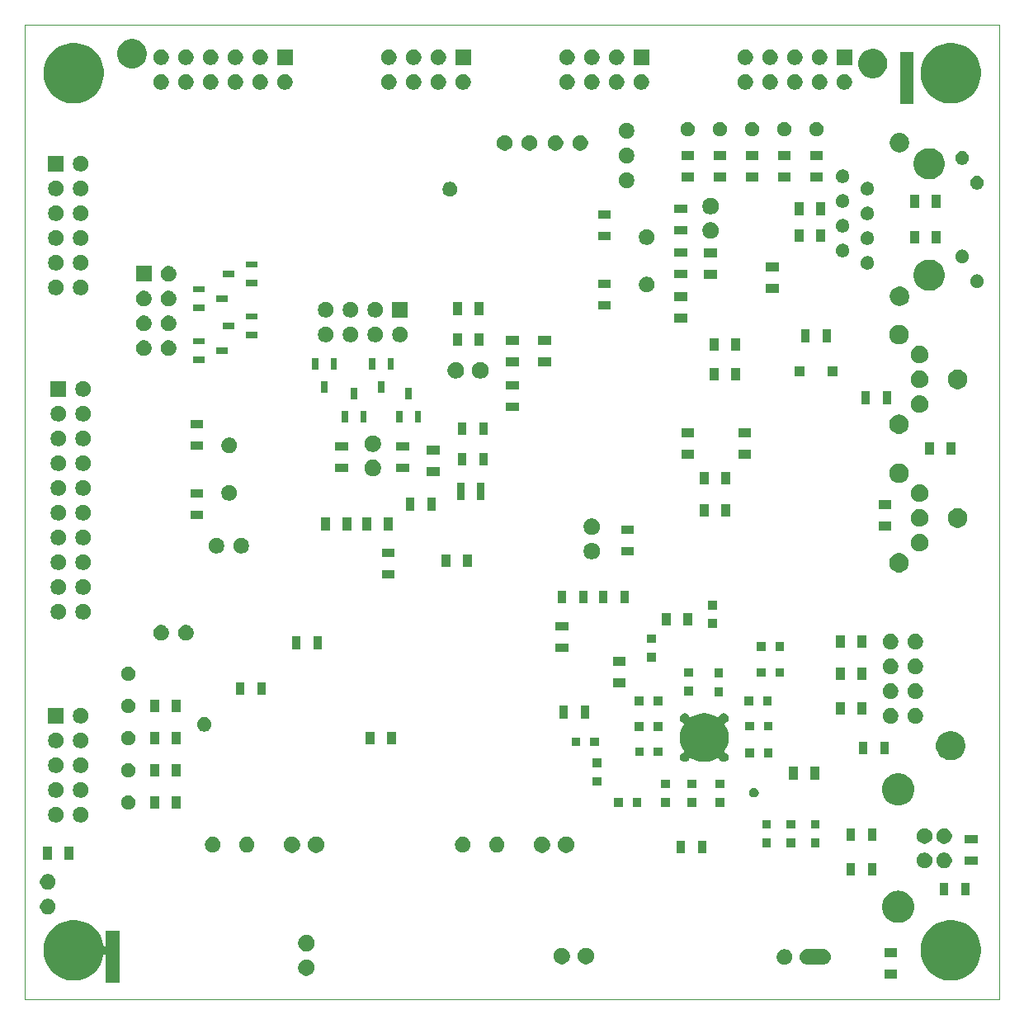
<source format=gbs>
G04 #@! TF.GenerationSoftware,KiCad,Pcbnew,(5.1.0)-1*
G04 #@! TF.CreationDate,2019-04-02T23:05:32+01:00*
G04 #@! TF.ProjectId,CoreOne-xCORE200-2.0,436f7265-4f6e-4652-9d78-434f52453230,2.0*
G04 #@! TF.SameCoordinates,PX660b0c0PY81b3200*
G04 #@! TF.FileFunction,Soldermask,Bot*
G04 #@! TF.FilePolarity,Negative*
%FSLAX46Y46*%
G04 Gerber Fmt 4.6, Leading zero omitted, Abs format (unit mm)*
G04 Created by KiCad (PCBNEW (5.1.0)-1) date 2019-04-02 23:05:32*
%MOMM*%
%LPD*%
G04 APERTURE LIST*
%ADD10C,0.100000*%
%ADD11C,0.150000*%
G04 APERTURE END LIST*
D10*
X0Y100000000D02*
X100000000Y100000000D01*
X15000000Y0D02*
X0Y0D01*
X100000000Y0D02*
X15000000Y0D01*
X100000000Y100000000D02*
X100000000Y0D01*
X0Y0D02*
X0Y100000000D01*
D11*
G36*
X5604780Y8040435D02*
G01*
X5904237Y7980869D01*
X6468401Y7747185D01*
X6976135Y7407928D01*
X7407928Y6976135D01*
X7747185Y6468401D01*
X7980869Y5904237D01*
X8037793Y5618059D01*
X8060404Y5504387D01*
X8067517Y5480938D01*
X8079068Y5459327D01*
X8094613Y5440385D01*
X8113555Y5424840D01*
X8135166Y5413289D01*
X8158615Y5406176D01*
X8183001Y5403774D01*
X8207387Y5406176D01*
X8230836Y5413289D01*
X8252447Y5424840D01*
X8271389Y5440385D01*
X8286934Y5459327D01*
X8298485Y5480938D01*
X8305598Y5504387D01*
X8308000Y5528773D01*
X8308000Y6992000D01*
X9708000Y6992000D01*
X9708000Y1692000D01*
X8308000Y1692000D01*
X8308000Y4471227D01*
X8305598Y4495613D01*
X8298485Y4519062D01*
X8286934Y4540673D01*
X8271389Y4559615D01*
X8252447Y4575160D01*
X8230836Y4586711D01*
X8207387Y4593824D01*
X8183001Y4596226D01*
X8158615Y4593824D01*
X8135166Y4586711D01*
X8113555Y4575160D01*
X8094613Y4559615D01*
X8079068Y4540673D01*
X8067517Y4519062D01*
X8060404Y4495613D01*
X8055553Y4471227D01*
X7980869Y4095763D01*
X7747185Y3531599D01*
X7407928Y3023865D01*
X6976135Y2592072D01*
X6468401Y2252815D01*
X5904237Y2019131D01*
X5604780Y1959565D01*
X5305325Y1900000D01*
X4694675Y1900000D01*
X4395220Y1959565D01*
X4095763Y2019131D01*
X3531599Y2252815D01*
X3023865Y2592072D01*
X2592072Y3023865D01*
X2252815Y3531599D01*
X2019131Y4095763D01*
X1944447Y4471227D01*
X1900000Y4694675D01*
X1900000Y5305325D01*
X1959566Y5604780D01*
X2019131Y5904237D01*
X2252815Y6468401D01*
X2592072Y6976135D01*
X3023865Y7407928D01*
X3531599Y7747185D01*
X4095763Y7980869D01*
X4395220Y8040435D01*
X4694675Y8100000D01*
X5305325Y8100000D01*
X5604780Y8040435D01*
X5604780Y8040435D01*
G37*
G36*
X95604780Y8040435D02*
G01*
X95904237Y7980869D01*
X96468401Y7747185D01*
X96976135Y7407928D01*
X97407928Y6976135D01*
X97747185Y6468401D01*
X97980869Y5904237D01*
X98040434Y5604780D01*
X98100000Y5305325D01*
X98100000Y4694675D01*
X98055553Y4471227D01*
X97980869Y4095763D01*
X97747185Y3531599D01*
X97407928Y3023865D01*
X96976135Y2592072D01*
X96468401Y2252815D01*
X95904237Y2019131D01*
X95604780Y1959565D01*
X95305325Y1900000D01*
X94694675Y1900000D01*
X94395220Y1959565D01*
X94095763Y2019131D01*
X93531599Y2252815D01*
X93023865Y2592072D01*
X92592072Y3023865D01*
X92252815Y3531599D01*
X92019131Y4095763D01*
X91944447Y4471227D01*
X91900000Y4694675D01*
X91900000Y5305325D01*
X91959566Y5604780D01*
X92019131Y5904237D01*
X92252815Y6468401D01*
X92592072Y6976135D01*
X93023865Y7407928D01*
X93531599Y7747185D01*
X94095763Y7980869D01*
X94395220Y8040435D01*
X94694675Y8100000D01*
X95305325Y8100000D01*
X95604780Y8040435D01*
X95604780Y8040435D01*
G37*
G36*
X89484000Y2116000D02*
G01*
X88184000Y2116000D01*
X88184000Y3016000D01*
X89484000Y3016000D01*
X89484000Y2116000D01*
X89484000Y2116000D01*
G37*
G36*
X29137935Y4059336D02*
G01*
X29292624Y3995261D01*
X29292626Y3995260D01*
X29431844Y3902238D01*
X29550238Y3783844D01*
X29643260Y3644626D01*
X29643261Y3644624D01*
X29707336Y3489935D01*
X29740000Y3325719D01*
X29740000Y3158281D01*
X29707336Y2994065D01*
X29643261Y2839376D01*
X29643260Y2839374D01*
X29550238Y2700156D01*
X29431844Y2581762D01*
X29292626Y2488740D01*
X29292625Y2488739D01*
X29292624Y2488739D01*
X29137935Y2424664D01*
X28973719Y2392000D01*
X28806281Y2392000D01*
X28642065Y2424664D01*
X28487376Y2488739D01*
X28487375Y2488739D01*
X28487374Y2488740D01*
X28348156Y2581762D01*
X28229762Y2700156D01*
X28136740Y2839374D01*
X28136739Y2839376D01*
X28072664Y2994065D01*
X28040000Y3158281D01*
X28040000Y3325719D01*
X28072664Y3489935D01*
X28136739Y3644624D01*
X28136740Y3644626D01*
X28229762Y3783844D01*
X28348156Y3902238D01*
X28487374Y3995260D01*
X28487376Y3995261D01*
X28642065Y4059336D01*
X28806281Y4092000D01*
X28973719Y4092000D01*
X29137935Y4059336D01*
X29137935Y4059336D01*
G37*
G36*
X78164351Y5103257D02*
G01*
X78309941Y5042952D01*
X78440970Y4955401D01*
X78552401Y4843970D01*
X78639952Y4712941D01*
X78700257Y4567351D01*
X78731000Y4412794D01*
X78731000Y4255206D01*
X78700257Y4100649D01*
X78639952Y3955059D01*
X78552401Y3824030D01*
X78440970Y3712599D01*
X78309941Y3625048D01*
X78164351Y3564743D01*
X78009794Y3534000D01*
X77852206Y3534000D01*
X77697649Y3564743D01*
X77552059Y3625048D01*
X77421030Y3712599D01*
X77309599Y3824030D01*
X77222048Y3955059D01*
X77161743Y4100649D01*
X77131000Y4255206D01*
X77131000Y4412794D01*
X77161743Y4567351D01*
X77222048Y4712941D01*
X77309599Y4843970D01*
X77421030Y4955401D01*
X77552059Y5042952D01*
X77697649Y5103257D01*
X77852206Y5134000D01*
X78009794Y5134000D01*
X78164351Y5103257D01*
X78164351Y5103257D01*
G37*
G36*
X81984471Y5130141D02*
G01*
X82062827Y5122424D01*
X82213628Y5076679D01*
X82213630Y5076678D01*
X82352605Y5002394D01*
X82474422Y4902422D01*
X82574394Y4780605D01*
X82648678Y4641630D01*
X82648679Y4641628D01*
X82694424Y4490827D01*
X82709870Y4334000D01*
X82694424Y4177173D01*
X82658678Y4059335D01*
X82648678Y4026370D01*
X82574394Y3887395D01*
X82474422Y3765578D01*
X82352605Y3665606D01*
X82249818Y3610665D01*
X82213628Y3591321D01*
X82062827Y3545576D01*
X81984471Y3537859D01*
X81945294Y3534000D01*
X80266706Y3534000D01*
X80227529Y3537859D01*
X80149173Y3545576D01*
X79998372Y3591321D01*
X79962182Y3610665D01*
X79859395Y3665606D01*
X79737578Y3765578D01*
X79637606Y3887395D01*
X79563322Y4026370D01*
X79553322Y4059335D01*
X79517576Y4177173D01*
X79502130Y4334000D01*
X79517576Y4490827D01*
X79563321Y4641628D01*
X79563322Y4641630D01*
X79637606Y4780605D01*
X79737578Y4902422D01*
X79859395Y5002394D01*
X79998370Y5076678D01*
X79998372Y5076679D01*
X80149173Y5122424D01*
X80227529Y5130141D01*
X80266706Y5134000D01*
X81945294Y5134000D01*
X81984471Y5130141D01*
X81984471Y5130141D01*
G37*
G36*
X57819935Y5245336D02*
G01*
X57974624Y5181261D01*
X57974626Y5181260D01*
X58113844Y5088238D01*
X58232238Y4969844D01*
X58284251Y4892000D01*
X58325261Y4830624D01*
X58389336Y4675935D01*
X58422000Y4511719D01*
X58422000Y4344281D01*
X58389336Y4180065D01*
X58325673Y4026370D01*
X58325260Y4025374D01*
X58232238Y3886156D01*
X58113844Y3767762D01*
X57974626Y3674740D01*
X57974625Y3674739D01*
X57974624Y3674739D01*
X57819935Y3610664D01*
X57655719Y3578000D01*
X57488281Y3578000D01*
X57324065Y3610664D01*
X57169376Y3674739D01*
X57169375Y3674739D01*
X57169374Y3674740D01*
X57030156Y3767762D01*
X56911762Y3886156D01*
X56818740Y4025374D01*
X56818327Y4026370D01*
X56754664Y4180065D01*
X56722000Y4344281D01*
X56722000Y4511719D01*
X56754664Y4675935D01*
X56818739Y4830624D01*
X56859749Y4892000D01*
X56911762Y4969844D01*
X57030156Y5088238D01*
X57169374Y5181260D01*
X57169376Y5181261D01*
X57324065Y5245336D01*
X57488281Y5278000D01*
X57655719Y5278000D01*
X57819935Y5245336D01*
X57819935Y5245336D01*
G37*
G36*
X55319935Y5245336D02*
G01*
X55474624Y5181261D01*
X55474626Y5181260D01*
X55613844Y5088238D01*
X55732238Y4969844D01*
X55784251Y4892000D01*
X55825261Y4830624D01*
X55889336Y4675935D01*
X55922000Y4511719D01*
X55922000Y4344281D01*
X55889336Y4180065D01*
X55825673Y4026370D01*
X55825260Y4025374D01*
X55732238Y3886156D01*
X55613844Y3767762D01*
X55474626Y3674740D01*
X55474625Y3674739D01*
X55474624Y3674739D01*
X55319935Y3610664D01*
X55155719Y3578000D01*
X54988281Y3578000D01*
X54824065Y3610664D01*
X54669376Y3674739D01*
X54669375Y3674739D01*
X54669374Y3674740D01*
X54530156Y3767762D01*
X54411762Y3886156D01*
X54318740Y4025374D01*
X54318327Y4026370D01*
X54254664Y4180065D01*
X54222000Y4344281D01*
X54222000Y4511719D01*
X54254664Y4675935D01*
X54318739Y4830624D01*
X54359749Y4892000D01*
X54411762Y4969844D01*
X54530156Y5088238D01*
X54669374Y5181260D01*
X54669376Y5181261D01*
X54824065Y5245336D01*
X54988281Y5278000D01*
X55155719Y5278000D01*
X55319935Y5245336D01*
X55319935Y5245336D01*
G37*
G36*
X89484000Y4316000D02*
G01*
X88184000Y4316000D01*
X88184000Y5216000D01*
X89484000Y5216000D01*
X89484000Y4316000D01*
X89484000Y4316000D01*
G37*
G36*
X29137935Y6559336D02*
G01*
X29292624Y6495261D01*
X29292626Y6495260D01*
X29431844Y6402238D01*
X29550238Y6283844D01*
X29643260Y6144626D01*
X29643261Y6144624D01*
X29707336Y5989935D01*
X29740000Y5825719D01*
X29740000Y5658281D01*
X29707336Y5494065D01*
X29643261Y5339376D01*
X29643260Y5339374D01*
X29550238Y5200156D01*
X29431844Y5081762D01*
X29292626Y4988740D01*
X29292625Y4988739D01*
X29292624Y4988739D01*
X29137935Y4924664D01*
X28973719Y4892000D01*
X28806281Y4892000D01*
X28642065Y4924664D01*
X28487376Y4988739D01*
X28487375Y4988739D01*
X28487374Y4988740D01*
X28348156Y5081762D01*
X28229762Y5200156D01*
X28136740Y5339374D01*
X28136739Y5339376D01*
X28072664Y5494065D01*
X28040000Y5658281D01*
X28040000Y5825719D01*
X28072664Y5989935D01*
X28136739Y6144624D01*
X28136740Y6144626D01*
X28229762Y6283844D01*
X28348156Y6402238D01*
X28487374Y6495260D01*
X28487376Y6495261D01*
X28642065Y6559336D01*
X28806281Y6592000D01*
X28973719Y6592000D01*
X29137935Y6559336D01*
X29137935Y6559336D01*
G37*
G36*
X89807874Y11114977D02*
G01*
X90081287Y11060592D01*
X90381568Y10936211D01*
X90651814Y10755639D01*
X90881639Y10525814D01*
X91062211Y10255568D01*
X91186592Y9955287D01*
X91250000Y9636511D01*
X91250000Y9311489D01*
X91186592Y8992713D01*
X91062211Y8692432D01*
X90881639Y8422186D01*
X90651814Y8192361D01*
X90381568Y8011789D01*
X90081287Y7887408D01*
X89807874Y7833023D01*
X89762512Y7824000D01*
X89437488Y7824000D01*
X89392126Y7833023D01*
X89118713Y7887408D01*
X88818432Y8011789D01*
X88548186Y8192361D01*
X88318361Y8422186D01*
X88137789Y8692432D01*
X88013408Y8992713D01*
X87950000Y9311489D01*
X87950000Y9636511D01*
X88013408Y9955287D01*
X88137789Y10255568D01*
X88318361Y10525814D01*
X88548186Y10755639D01*
X88818432Y10936211D01*
X89118713Y11060592D01*
X89392126Y11114977D01*
X89437488Y11124000D01*
X89762512Y11124000D01*
X89807874Y11114977D01*
X89807874Y11114977D01*
G37*
G36*
X2583851Y10265257D02*
G01*
X2729441Y10204952D01*
X2860470Y10117401D01*
X2971901Y10005970D01*
X3059452Y9874941D01*
X3119757Y9729351D01*
X3150500Y9574794D01*
X3150500Y9417206D01*
X3119757Y9262649D01*
X3059452Y9117059D01*
X2971901Y8986030D01*
X2860470Y8874599D01*
X2729441Y8787048D01*
X2583851Y8726743D01*
X2429294Y8696000D01*
X2271706Y8696000D01*
X2117149Y8726743D01*
X1971559Y8787048D01*
X1840530Y8874599D01*
X1729099Y8986030D01*
X1641548Y9117059D01*
X1581243Y9262649D01*
X1550500Y9417206D01*
X1550500Y9574794D01*
X1581243Y9729351D01*
X1641548Y9874941D01*
X1729099Y10005970D01*
X1840530Y10117401D01*
X1971559Y10204952D01*
X2117149Y10265257D01*
X2271706Y10296000D01*
X2429294Y10296000D01*
X2583851Y10265257D01*
X2583851Y10265257D01*
G37*
G36*
X96950000Y10653000D02*
G01*
X96050000Y10653000D01*
X96050000Y11953000D01*
X96950000Y11953000D01*
X96950000Y10653000D01*
X96950000Y10653000D01*
G37*
G36*
X94750000Y10653000D02*
G01*
X93850000Y10653000D01*
X93850000Y11953000D01*
X94750000Y11953000D01*
X94750000Y10653000D01*
X94750000Y10653000D01*
G37*
G36*
X2583851Y12805257D02*
G01*
X2729441Y12744952D01*
X2860470Y12657401D01*
X2971901Y12545970D01*
X3059452Y12414941D01*
X3119757Y12269351D01*
X3150500Y12114794D01*
X3150500Y11957206D01*
X3119757Y11802649D01*
X3059452Y11657059D01*
X2971901Y11526030D01*
X2860470Y11414599D01*
X2729441Y11327048D01*
X2583851Y11266743D01*
X2429294Y11236000D01*
X2271706Y11236000D01*
X2117149Y11266743D01*
X1971559Y11327048D01*
X1840530Y11414599D01*
X1729099Y11526030D01*
X1641548Y11657059D01*
X1581243Y11802649D01*
X1550500Y11957206D01*
X1550500Y12114794D01*
X1581243Y12269351D01*
X1641548Y12414941D01*
X1729099Y12545970D01*
X1840530Y12657401D01*
X1971559Y12744952D01*
X2117149Y12805257D01*
X2271706Y12836000D01*
X2429294Y12836000D01*
X2583851Y12805257D01*
X2583851Y12805257D01*
G37*
G36*
X87402000Y12685000D02*
G01*
X86502000Y12685000D01*
X86502000Y13985000D01*
X87402000Y13985000D01*
X87402000Y12685000D01*
X87402000Y12685000D01*
G37*
G36*
X85202000Y12685000D02*
G01*
X84302000Y12685000D01*
X84302000Y13985000D01*
X85202000Y13985000D01*
X85202000Y12685000D01*
X85202000Y12685000D01*
G37*
G36*
X94543351Y15013257D02*
G01*
X94688941Y14952952D01*
X94819970Y14865401D01*
X94931401Y14753970D01*
X95018952Y14622941D01*
X95079257Y14477351D01*
X95110000Y14322794D01*
X95110000Y14165206D01*
X95079257Y14010649D01*
X95018952Y13865059D01*
X94931401Y13734030D01*
X94819970Y13622599D01*
X94688941Y13535048D01*
X94543351Y13474743D01*
X94388794Y13444000D01*
X94231206Y13444000D01*
X94076649Y13474743D01*
X93931059Y13535048D01*
X93800030Y13622599D01*
X93688599Y13734030D01*
X93601048Y13865059D01*
X93540743Y14010649D01*
X93510000Y14165206D01*
X93510000Y14322794D01*
X93540743Y14477351D01*
X93601048Y14622941D01*
X93688599Y14753970D01*
X93800030Y14865401D01*
X93931059Y14952952D01*
X94076649Y15013257D01*
X94231206Y15044000D01*
X94388794Y15044000D01*
X94543351Y15013257D01*
X94543351Y15013257D01*
G37*
G36*
X92543351Y15013257D02*
G01*
X92688941Y14952952D01*
X92819970Y14865401D01*
X92931401Y14753970D01*
X93018952Y14622941D01*
X93079257Y14477351D01*
X93110000Y14322794D01*
X93110000Y14165206D01*
X93079257Y14010649D01*
X93018952Y13865059D01*
X92931401Y13734030D01*
X92819970Y13622599D01*
X92688941Y13535048D01*
X92543351Y13474743D01*
X92388794Y13444000D01*
X92231206Y13444000D01*
X92076649Y13474743D01*
X91931059Y13535048D01*
X91800030Y13622599D01*
X91688599Y13734030D01*
X91601048Y13865059D01*
X91540743Y14010649D01*
X91510000Y14165206D01*
X91510000Y14322794D01*
X91540743Y14477351D01*
X91601048Y14622941D01*
X91688599Y14753970D01*
X91800030Y14865401D01*
X91931059Y14952952D01*
X92076649Y15013257D01*
X92231206Y15044000D01*
X92388794Y15044000D01*
X92543351Y15013257D01*
X92543351Y15013257D01*
G37*
G36*
X97750000Y13774000D02*
G01*
X96450000Y13774000D01*
X96450000Y14674000D01*
X97750000Y14674000D01*
X97750000Y13774000D01*
X97750000Y13774000D01*
G37*
G36*
X2779000Y14336000D02*
G01*
X1879000Y14336000D01*
X1879000Y15636000D01*
X2779000Y15636000D01*
X2779000Y14336000D01*
X2779000Y14336000D01*
G37*
G36*
X4979000Y14336000D02*
G01*
X4079000Y14336000D01*
X4079000Y15636000D01*
X4979000Y15636000D01*
X4979000Y14336000D01*
X4979000Y14336000D01*
G37*
G36*
X69950000Y14950000D02*
G01*
X69050000Y14950000D01*
X69050000Y16250000D01*
X69950000Y16250000D01*
X69950000Y14950000D01*
X69950000Y14950000D01*
G37*
G36*
X67750000Y14950000D02*
G01*
X66850000Y14950000D01*
X66850000Y16250000D01*
X67750000Y16250000D01*
X67750000Y14950000D01*
X67750000Y14950000D01*
G37*
G36*
X53287935Y16675336D02*
G01*
X53442624Y16611261D01*
X53442626Y16611260D01*
X53581844Y16518238D01*
X53700238Y16399844D01*
X53721535Y16367970D01*
X53793261Y16260624D01*
X53857336Y16105935D01*
X53890000Y15941719D01*
X53890000Y15774281D01*
X53857336Y15610065D01*
X53793261Y15455376D01*
X53793260Y15455374D01*
X53700238Y15316156D01*
X53581844Y15197762D01*
X53442626Y15104740D01*
X53442625Y15104739D01*
X53442624Y15104739D01*
X53287935Y15040664D01*
X53123719Y15008000D01*
X52956281Y15008000D01*
X52792065Y15040664D01*
X52637376Y15104739D01*
X52637375Y15104739D01*
X52637374Y15104740D01*
X52498156Y15197762D01*
X52379762Y15316156D01*
X52286740Y15455374D01*
X52286739Y15455376D01*
X52222664Y15610065D01*
X52190000Y15774281D01*
X52190000Y15941719D01*
X52222664Y16105935D01*
X52286739Y16260624D01*
X52358465Y16367970D01*
X52379762Y16399844D01*
X52498156Y16518238D01*
X52637374Y16611260D01*
X52637376Y16611261D01*
X52792065Y16675336D01*
X52956281Y16708000D01*
X53123719Y16708000D01*
X53287935Y16675336D01*
X53287935Y16675336D01*
G37*
G36*
X55787935Y16675336D02*
G01*
X55942624Y16611261D01*
X55942626Y16611260D01*
X56081844Y16518238D01*
X56200238Y16399844D01*
X56221535Y16367970D01*
X56293261Y16260624D01*
X56357336Y16105935D01*
X56390000Y15941719D01*
X56390000Y15774281D01*
X56357336Y15610065D01*
X56293261Y15455376D01*
X56293260Y15455374D01*
X56200238Y15316156D01*
X56081844Y15197762D01*
X55942626Y15104740D01*
X55942625Y15104739D01*
X55942624Y15104739D01*
X55787935Y15040664D01*
X55623719Y15008000D01*
X55456281Y15008000D01*
X55292065Y15040664D01*
X55137376Y15104739D01*
X55137375Y15104739D01*
X55137374Y15104740D01*
X54998156Y15197762D01*
X54879762Y15316156D01*
X54786740Y15455374D01*
X54786739Y15455376D01*
X54722664Y15610065D01*
X54690000Y15774281D01*
X54690000Y15941719D01*
X54722664Y16105935D01*
X54786739Y16260624D01*
X54858465Y16367970D01*
X54879762Y16399844D01*
X54998156Y16518238D01*
X55137374Y16611260D01*
X55137376Y16611261D01*
X55292065Y16675336D01*
X55456281Y16708000D01*
X55623719Y16708000D01*
X55787935Y16675336D01*
X55787935Y16675336D01*
G37*
G36*
X27633935Y16675336D02*
G01*
X27788624Y16611261D01*
X27788626Y16611260D01*
X27927844Y16518238D01*
X28046238Y16399844D01*
X28067535Y16367970D01*
X28139261Y16260624D01*
X28203336Y16105935D01*
X28236000Y15941719D01*
X28236000Y15774281D01*
X28203336Y15610065D01*
X28139261Y15455376D01*
X28139260Y15455374D01*
X28046238Y15316156D01*
X27927844Y15197762D01*
X27788626Y15104740D01*
X27788625Y15104739D01*
X27788624Y15104739D01*
X27633935Y15040664D01*
X27469719Y15008000D01*
X27302281Y15008000D01*
X27138065Y15040664D01*
X26983376Y15104739D01*
X26983375Y15104739D01*
X26983374Y15104740D01*
X26844156Y15197762D01*
X26725762Y15316156D01*
X26632740Y15455374D01*
X26632739Y15455376D01*
X26568664Y15610065D01*
X26536000Y15774281D01*
X26536000Y15941719D01*
X26568664Y16105935D01*
X26632739Y16260624D01*
X26704465Y16367970D01*
X26725762Y16399844D01*
X26844156Y16518238D01*
X26983374Y16611260D01*
X26983376Y16611261D01*
X27138065Y16675336D01*
X27302281Y16708000D01*
X27469719Y16708000D01*
X27633935Y16675336D01*
X27633935Y16675336D01*
G37*
G36*
X30133935Y16675336D02*
G01*
X30288624Y16611261D01*
X30288626Y16611260D01*
X30427844Y16518238D01*
X30546238Y16399844D01*
X30567535Y16367970D01*
X30639261Y16260624D01*
X30703336Y16105935D01*
X30736000Y15941719D01*
X30736000Y15774281D01*
X30703336Y15610065D01*
X30639261Y15455376D01*
X30639260Y15455374D01*
X30546238Y15316156D01*
X30427844Y15197762D01*
X30288626Y15104740D01*
X30288625Y15104739D01*
X30288624Y15104739D01*
X30133935Y15040664D01*
X29969719Y15008000D01*
X29802281Y15008000D01*
X29638065Y15040664D01*
X29483376Y15104739D01*
X29483375Y15104739D01*
X29483374Y15104740D01*
X29344156Y15197762D01*
X29225762Y15316156D01*
X29132740Y15455374D01*
X29132739Y15455376D01*
X29068664Y15610065D01*
X29036000Y15774281D01*
X29036000Y15941719D01*
X29068664Y16105935D01*
X29132739Y16260624D01*
X29204465Y16367970D01*
X29225762Y16399844D01*
X29344156Y16518238D01*
X29483374Y16611260D01*
X29483376Y16611261D01*
X29638065Y16675336D01*
X29802281Y16708000D01*
X29969719Y16708000D01*
X30133935Y16675336D01*
X30133935Y16675336D01*
G37*
G36*
X45153351Y16627257D02*
G01*
X45298941Y16566952D01*
X45429970Y16479401D01*
X45541401Y16367970D01*
X45628952Y16236941D01*
X45689257Y16091351D01*
X45720000Y15936794D01*
X45720000Y15779206D01*
X45689257Y15624649D01*
X45628952Y15479059D01*
X45541401Y15348030D01*
X45429970Y15236599D01*
X45298941Y15149048D01*
X45153351Y15088743D01*
X44998794Y15058000D01*
X44841206Y15058000D01*
X44686649Y15088743D01*
X44541059Y15149048D01*
X44410030Y15236599D01*
X44298599Y15348030D01*
X44211048Y15479059D01*
X44150743Y15624649D01*
X44120000Y15779206D01*
X44120000Y15936794D01*
X44150743Y16091351D01*
X44211048Y16236941D01*
X44298599Y16367970D01*
X44410030Y16479401D01*
X44541059Y16566952D01*
X44686649Y16627257D01*
X44841206Y16658000D01*
X44998794Y16658000D01*
X45153351Y16627257D01*
X45153351Y16627257D01*
G37*
G36*
X19499351Y16627257D02*
G01*
X19644941Y16566952D01*
X19775970Y16479401D01*
X19887401Y16367970D01*
X19974952Y16236941D01*
X20035257Y16091351D01*
X20066000Y15936794D01*
X20066000Y15779206D01*
X20035257Y15624649D01*
X19974952Y15479059D01*
X19887401Y15348030D01*
X19775970Y15236599D01*
X19644941Y15149048D01*
X19499351Y15088743D01*
X19344794Y15058000D01*
X19187206Y15058000D01*
X19032649Y15088743D01*
X18887059Y15149048D01*
X18756030Y15236599D01*
X18644599Y15348030D01*
X18557048Y15479059D01*
X18496743Y15624649D01*
X18466000Y15779206D01*
X18466000Y15936794D01*
X18496743Y16091351D01*
X18557048Y16236941D01*
X18644599Y16367970D01*
X18756030Y16479401D01*
X18887059Y16566952D01*
X19032649Y16627257D01*
X19187206Y16658000D01*
X19344794Y16658000D01*
X19499351Y16627257D01*
X19499351Y16627257D01*
G37*
G36*
X22999351Y16627257D02*
G01*
X23144941Y16566952D01*
X23275970Y16479401D01*
X23387401Y16367970D01*
X23474952Y16236941D01*
X23535257Y16091351D01*
X23566000Y15936794D01*
X23566000Y15779206D01*
X23535257Y15624649D01*
X23474952Y15479059D01*
X23387401Y15348030D01*
X23275970Y15236599D01*
X23144941Y15149048D01*
X22999351Y15088743D01*
X22844794Y15058000D01*
X22687206Y15058000D01*
X22532649Y15088743D01*
X22387059Y15149048D01*
X22256030Y15236599D01*
X22144599Y15348030D01*
X22057048Y15479059D01*
X21996743Y15624649D01*
X21966000Y15779206D01*
X21966000Y15936794D01*
X21996743Y16091351D01*
X22057048Y16236941D01*
X22144599Y16367970D01*
X22256030Y16479401D01*
X22387059Y16566952D01*
X22532649Y16627257D01*
X22687206Y16658000D01*
X22844794Y16658000D01*
X22999351Y16627257D01*
X22999351Y16627257D01*
G37*
G36*
X48653351Y16627257D02*
G01*
X48798941Y16566952D01*
X48929970Y16479401D01*
X49041401Y16367970D01*
X49128952Y16236941D01*
X49189257Y16091351D01*
X49220000Y15936794D01*
X49220000Y15779206D01*
X49189257Y15624649D01*
X49128952Y15479059D01*
X49041401Y15348030D01*
X48929970Y15236599D01*
X48798941Y15149048D01*
X48653351Y15088743D01*
X48498794Y15058000D01*
X48341206Y15058000D01*
X48186649Y15088743D01*
X48041059Y15149048D01*
X47910030Y15236599D01*
X47798599Y15348030D01*
X47711048Y15479059D01*
X47650743Y15624649D01*
X47620000Y15779206D01*
X47620000Y15936794D01*
X47650743Y16091351D01*
X47711048Y16236941D01*
X47798599Y16367970D01*
X47910030Y16479401D01*
X48041059Y16566952D01*
X48186649Y16627257D01*
X48341206Y16658000D01*
X48498794Y16658000D01*
X48653351Y16627257D01*
X48653351Y16627257D01*
G37*
G36*
X79050000Y15600000D02*
G01*
X78150000Y15600000D01*
X78150000Y16500000D01*
X79050000Y16500000D01*
X79050000Y15600000D01*
X79050000Y15600000D01*
G37*
G36*
X81550000Y15600000D02*
G01*
X80650000Y15600000D01*
X80650000Y16500000D01*
X81550000Y16500000D01*
X81550000Y15600000D01*
X81550000Y15600000D01*
G37*
G36*
X76550000Y15600000D02*
G01*
X75650000Y15600000D01*
X75650000Y16500000D01*
X76550000Y16500000D01*
X76550000Y15600000D01*
X76550000Y15600000D01*
G37*
G36*
X94543351Y17513257D02*
G01*
X94688941Y17452952D01*
X94819970Y17365401D01*
X94931401Y17253970D01*
X95018952Y17122941D01*
X95079257Y16977351D01*
X95110000Y16822794D01*
X95110000Y16665206D01*
X95079257Y16510649D01*
X95018952Y16365059D01*
X94931401Y16234030D01*
X94819970Y16122599D01*
X94688941Y16035048D01*
X94543351Y15974743D01*
X94388794Y15944000D01*
X94231206Y15944000D01*
X94076649Y15974743D01*
X93931059Y16035048D01*
X93800030Y16122599D01*
X93688599Y16234030D01*
X93601048Y16365059D01*
X93540743Y16510649D01*
X93510000Y16665206D01*
X93510000Y16822794D01*
X93540743Y16977351D01*
X93601048Y17122941D01*
X93688599Y17253970D01*
X93800030Y17365401D01*
X93931059Y17452952D01*
X94076649Y17513257D01*
X94231206Y17544000D01*
X94388794Y17544000D01*
X94543351Y17513257D01*
X94543351Y17513257D01*
G37*
G36*
X92543351Y17513257D02*
G01*
X92688941Y17452952D01*
X92819970Y17365401D01*
X92931401Y17253970D01*
X93018952Y17122941D01*
X93079257Y16977351D01*
X93110000Y16822794D01*
X93110000Y16665206D01*
X93079257Y16510649D01*
X93018952Y16365059D01*
X92931401Y16234030D01*
X92819970Y16122599D01*
X92688941Y16035048D01*
X92543351Y15974743D01*
X92388794Y15944000D01*
X92231206Y15944000D01*
X92076649Y15974743D01*
X91931059Y16035048D01*
X91800030Y16122599D01*
X91688599Y16234030D01*
X91601048Y16365059D01*
X91540743Y16510649D01*
X91510000Y16665206D01*
X91510000Y16822794D01*
X91540743Y16977351D01*
X91601048Y17122941D01*
X91688599Y17253970D01*
X91800030Y17365401D01*
X91931059Y17452952D01*
X92076649Y17513257D01*
X92231206Y17544000D01*
X92388794Y17544000D01*
X92543351Y17513257D01*
X92543351Y17513257D01*
G37*
G36*
X97750000Y15974000D02*
G01*
X96450000Y15974000D01*
X96450000Y16874000D01*
X97750000Y16874000D01*
X97750000Y15974000D01*
X97750000Y15974000D01*
G37*
G36*
X87402000Y16241000D02*
G01*
X86502000Y16241000D01*
X86502000Y17541000D01*
X87402000Y17541000D01*
X87402000Y16241000D01*
X87402000Y16241000D01*
G37*
G36*
X85202000Y16241000D02*
G01*
X84302000Y16241000D01*
X84302000Y17541000D01*
X85202000Y17541000D01*
X85202000Y16241000D01*
X85202000Y16241000D01*
G37*
G36*
X81550000Y17500000D02*
G01*
X80650000Y17500000D01*
X80650000Y18400000D01*
X81550000Y18400000D01*
X81550000Y17500000D01*
X81550000Y17500000D01*
G37*
G36*
X76550000Y17500000D02*
G01*
X75650000Y17500000D01*
X75650000Y18400000D01*
X76550000Y18400000D01*
X76550000Y17500000D01*
X76550000Y17500000D01*
G37*
G36*
X79050000Y17500000D02*
G01*
X78150000Y17500000D01*
X78150000Y18400000D01*
X79050000Y18400000D01*
X79050000Y17500000D01*
X79050000Y17500000D01*
G37*
G36*
X3408351Y19692257D02*
G01*
X3553941Y19631952D01*
X3684970Y19544401D01*
X3796401Y19432970D01*
X3883952Y19301941D01*
X3944257Y19156351D01*
X3975000Y19001794D01*
X3975000Y18844206D01*
X3944257Y18689649D01*
X3883952Y18544059D01*
X3796401Y18413030D01*
X3684970Y18301599D01*
X3553941Y18214048D01*
X3408351Y18153743D01*
X3253794Y18123000D01*
X3096206Y18123000D01*
X2941649Y18153743D01*
X2796059Y18214048D01*
X2665030Y18301599D01*
X2553599Y18413030D01*
X2466048Y18544059D01*
X2405743Y18689649D01*
X2375000Y18844206D01*
X2375000Y19001794D01*
X2405743Y19156351D01*
X2466048Y19301941D01*
X2553599Y19432970D01*
X2665030Y19544401D01*
X2796059Y19631952D01*
X2941649Y19692257D01*
X3096206Y19723000D01*
X3253794Y19723000D01*
X3408351Y19692257D01*
X3408351Y19692257D01*
G37*
G36*
X5948351Y19692257D02*
G01*
X6093941Y19631952D01*
X6224970Y19544401D01*
X6336401Y19432970D01*
X6423952Y19301941D01*
X6484257Y19156351D01*
X6515000Y19001794D01*
X6515000Y18844206D01*
X6484257Y18689649D01*
X6423952Y18544059D01*
X6336401Y18413030D01*
X6224970Y18301599D01*
X6093941Y18214048D01*
X5948351Y18153743D01*
X5793794Y18123000D01*
X5636206Y18123000D01*
X5481649Y18153743D01*
X5336059Y18214048D01*
X5205030Y18301599D01*
X5093599Y18413030D01*
X5006048Y18544059D01*
X4945743Y18689649D01*
X4915000Y18844206D01*
X4915000Y19001794D01*
X4945743Y19156351D01*
X5006048Y19301941D01*
X5093599Y19432970D01*
X5205030Y19544401D01*
X5336059Y19631952D01*
X5481649Y19692257D01*
X5636206Y19723000D01*
X5793794Y19723000D01*
X5948351Y19692257D01*
X5948351Y19692257D01*
G37*
G36*
X10820766Y20897179D02*
G01*
X10957257Y20840642D01*
X11080097Y20758563D01*
X11184563Y20654097D01*
X11266642Y20531257D01*
X11323179Y20394766D01*
X11352000Y20249870D01*
X11352000Y20102130D01*
X11323179Y19957234D01*
X11266642Y19820743D01*
X11184563Y19697903D01*
X11080097Y19593437D01*
X10957257Y19511358D01*
X10820766Y19454821D01*
X10675870Y19426000D01*
X10528130Y19426000D01*
X10383234Y19454821D01*
X10246743Y19511358D01*
X10123903Y19593437D01*
X10019437Y19697903D01*
X9937358Y19820743D01*
X9880821Y19957234D01*
X9852000Y20102130D01*
X9852000Y20249870D01*
X9880821Y20394766D01*
X9937358Y20531257D01*
X10019437Y20654097D01*
X10123903Y20758563D01*
X10246743Y20840642D01*
X10383234Y20897179D01*
X10528130Y20926000D01*
X10675870Y20926000D01*
X10820766Y20897179D01*
X10820766Y20897179D01*
G37*
G36*
X15962000Y19526000D02*
G01*
X15062000Y19526000D01*
X15062000Y20826000D01*
X15962000Y20826000D01*
X15962000Y19526000D01*
X15962000Y19526000D01*
G37*
G36*
X13762000Y19526000D02*
G01*
X12862000Y19526000D01*
X12862000Y20826000D01*
X13762000Y20826000D01*
X13762000Y19526000D01*
X13762000Y19526000D01*
G37*
G36*
X61364200Y19717600D02*
G01*
X60464200Y19717600D01*
X60464200Y20617600D01*
X61364200Y20617600D01*
X61364200Y19717600D01*
X61364200Y19717600D01*
G37*
G36*
X63264200Y19717600D02*
G01*
X62364200Y19717600D01*
X62364200Y20617600D01*
X63264200Y20617600D01*
X63264200Y19717600D01*
X63264200Y19717600D01*
G37*
G36*
X66159800Y19743000D02*
G01*
X65259800Y19743000D01*
X65259800Y20643000D01*
X66159800Y20643000D01*
X66159800Y19743000D01*
X66159800Y19743000D01*
G37*
G36*
X71773200Y19743000D02*
G01*
X70873200Y19743000D01*
X70873200Y20643000D01*
X71773200Y20643000D01*
X71773200Y19743000D01*
X71773200Y19743000D01*
G37*
G36*
X68877600Y19743000D02*
G01*
X67977600Y19743000D01*
X67977600Y20643000D01*
X68877600Y20643000D01*
X68877600Y19743000D01*
X68877600Y19743000D01*
G37*
G36*
X89807874Y23154977D02*
G01*
X90081287Y23100592D01*
X90381568Y22976211D01*
X90651814Y22795639D01*
X90881639Y22565814D01*
X91062211Y22295568D01*
X91186592Y21995287D01*
X91217094Y21841941D01*
X91250000Y21676512D01*
X91250000Y21351488D01*
X91248877Y21345843D01*
X91186592Y21032713D01*
X91062211Y20732432D01*
X90881639Y20462186D01*
X90651814Y20232361D01*
X90381568Y20051789D01*
X90081287Y19927408D01*
X89807874Y19873023D01*
X89762512Y19864000D01*
X89437488Y19864000D01*
X89392126Y19873023D01*
X89118713Y19927408D01*
X88818432Y20051789D01*
X88548186Y20232361D01*
X88318361Y20462186D01*
X88137789Y20732432D01*
X88013408Y21032713D01*
X87951123Y21345843D01*
X87950000Y21351488D01*
X87950000Y21676512D01*
X87982906Y21841941D01*
X88013408Y21995287D01*
X88137789Y22295568D01*
X88318361Y22565814D01*
X88548186Y22795639D01*
X88818432Y22976211D01*
X89118713Y23100592D01*
X89392126Y23154977D01*
X89437488Y23164000D01*
X89762512Y23164000D01*
X89807874Y23154977D01*
X89807874Y23154977D01*
G37*
G36*
X5948351Y22232257D02*
G01*
X6093941Y22171952D01*
X6224970Y22084401D01*
X6336401Y21972970D01*
X6423952Y21841941D01*
X6484257Y21696351D01*
X6515000Y21541794D01*
X6515000Y21384206D01*
X6484257Y21229649D01*
X6423952Y21084059D01*
X6336401Y20953030D01*
X6224970Y20841599D01*
X6093941Y20754048D01*
X5948351Y20693743D01*
X5793794Y20663000D01*
X5636206Y20663000D01*
X5481649Y20693743D01*
X5336059Y20754048D01*
X5205030Y20841599D01*
X5093599Y20953030D01*
X5006048Y21084059D01*
X4945743Y21229649D01*
X4915000Y21384206D01*
X4915000Y21541794D01*
X4945743Y21696351D01*
X5006048Y21841941D01*
X5093599Y21972970D01*
X5205030Y22084401D01*
X5336059Y22171952D01*
X5481649Y22232257D01*
X5636206Y22263000D01*
X5793794Y22263000D01*
X5948351Y22232257D01*
X5948351Y22232257D01*
G37*
G36*
X3408351Y22232257D02*
G01*
X3553941Y22171952D01*
X3684970Y22084401D01*
X3796401Y21972970D01*
X3883952Y21841941D01*
X3944257Y21696351D01*
X3975000Y21541794D01*
X3975000Y21384206D01*
X3944257Y21229649D01*
X3883952Y21084059D01*
X3796401Y20953030D01*
X3684970Y20841599D01*
X3553941Y20754048D01*
X3408351Y20693743D01*
X3253794Y20663000D01*
X3096206Y20663000D01*
X2941649Y20693743D01*
X2796059Y20754048D01*
X2665030Y20841599D01*
X2553599Y20953030D01*
X2466048Y21084059D01*
X2405743Y21229649D01*
X2375000Y21384206D01*
X2375000Y21541794D01*
X2405743Y21696351D01*
X2466048Y21841941D01*
X2553599Y21972970D01*
X2665030Y22084401D01*
X2796059Y22171952D01*
X2941649Y22232257D01*
X3096206Y22263000D01*
X3253794Y22263000D01*
X3408351Y22232257D01*
X3408351Y22232257D01*
G37*
G36*
X74945843Y21680786D02*
G01*
X75036837Y21643095D01*
X75036839Y21643094D01*
X75078063Y21615549D01*
X75118730Y21588376D01*
X75188376Y21518730D01*
X75243095Y21436837D01*
X75280786Y21345843D01*
X75300000Y21249247D01*
X75300000Y21150753D01*
X75280786Y21054157D01*
X75243095Y20963163D01*
X75243094Y20963161D01*
X75188375Y20881269D01*
X75118731Y20811625D01*
X75036839Y20756906D01*
X75036838Y20756905D01*
X75036837Y20756905D01*
X74945843Y20719214D01*
X74849247Y20700000D01*
X74750753Y20700000D01*
X74654157Y20719214D01*
X74563163Y20756905D01*
X74563162Y20756905D01*
X74563161Y20756906D01*
X74481269Y20811625D01*
X74411625Y20881269D01*
X74356906Y20963161D01*
X74356905Y20963163D01*
X74319214Y21054157D01*
X74300000Y21150753D01*
X74300000Y21249247D01*
X74319214Y21345843D01*
X74356905Y21436837D01*
X74411624Y21518730D01*
X74481270Y21588376D01*
X74521937Y21615549D01*
X74563161Y21643094D01*
X74563163Y21643095D01*
X74654157Y21680786D01*
X74750753Y21700000D01*
X74849247Y21700000D01*
X74945843Y21680786D01*
X74945843Y21680786D01*
G37*
G36*
X68877600Y21643000D02*
G01*
X67977600Y21643000D01*
X67977600Y22543000D01*
X68877600Y22543000D01*
X68877600Y21643000D01*
X68877600Y21643000D01*
G37*
G36*
X66159800Y21643000D02*
G01*
X65259800Y21643000D01*
X65259800Y22543000D01*
X66159800Y22543000D01*
X66159800Y21643000D01*
X66159800Y21643000D01*
G37*
G36*
X71773200Y21643000D02*
G01*
X70873200Y21643000D01*
X70873200Y22543000D01*
X71773200Y22543000D01*
X71773200Y21643000D01*
X71773200Y21643000D01*
G37*
G36*
X59150000Y21900000D02*
G01*
X58250000Y21900000D01*
X58250000Y22800000D01*
X59150000Y22800000D01*
X59150000Y21900000D01*
X59150000Y21900000D01*
G37*
G36*
X81500000Y22550000D02*
G01*
X80600000Y22550000D01*
X80600000Y23850000D01*
X81500000Y23850000D01*
X81500000Y22550000D01*
X81500000Y22550000D01*
G37*
G36*
X79300000Y22550000D02*
G01*
X78400000Y22550000D01*
X78400000Y23850000D01*
X79300000Y23850000D01*
X79300000Y22550000D01*
X79300000Y22550000D01*
G37*
G36*
X10820766Y24199179D02*
G01*
X10957257Y24142642D01*
X11080097Y24060563D01*
X11184563Y23956097D01*
X11266642Y23833257D01*
X11323179Y23696766D01*
X11352000Y23551870D01*
X11352000Y23404130D01*
X11323179Y23259234D01*
X11266642Y23122743D01*
X11184563Y22999903D01*
X11080097Y22895437D01*
X10957257Y22813358D01*
X10820766Y22756821D01*
X10675870Y22728000D01*
X10528130Y22728000D01*
X10383234Y22756821D01*
X10246743Y22813358D01*
X10123903Y22895437D01*
X10019437Y22999903D01*
X9937358Y23122743D01*
X9880821Y23259234D01*
X9852000Y23404130D01*
X9852000Y23551870D01*
X9880821Y23696766D01*
X9937358Y23833257D01*
X10019437Y23956097D01*
X10123903Y24060563D01*
X10246743Y24142642D01*
X10383234Y24199179D01*
X10528130Y24228000D01*
X10675870Y24228000D01*
X10820766Y24199179D01*
X10820766Y24199179D01*
G37*
G36*
X15962000Y22828000D02*
G01*
X15062000Y22828000D01*
X15062000Y24128000D01*
X15962000Y24128000D01*
X15962000Y22828000D01*
X15962000Y22828000D01*
G37*
G36*
X13762000Y22828000D02*
G01*
X12862000Y22828000D01*
X12862000Y24128000D01*
X13762000Y24128000D01*
X13762000Y22828000D01*
X13762000Y22828000D01*
G37*
G36*
X3408351Y24772257D02*
G01*
X3553941Y24711952D01*
X3684970Y24624401D01*
X3796401Y24512970D01*
X3883952Y24381941D01*
X3944257Y24236351D01*
X3975000Y24081794D01*
X3975000Y23924206D01*
X3944257Y23769649D01*
X3883952Y23624059D01*
X3796401Y23493030D01*
X3684970Y23381599D01*
X3553941Y23294048D01*
X3408351Y23233743D01*
X3253794Y23203000D01*
X3096206Y23203000D01*
X2941649Y23233743D01*
X2796059Y23294048D01*
X2665030Y23381599D01*
X2553599Y23493030D01*
X2466048Y23624059D01*
X2405743Y23769649D01*
X2375000Y23924206D01*
X2375000Y24081794D01*
X2405743Y24236351D01*
X2466048Y24381941D01*
X2553599Y24512970D01*
X2665030Y24624401D01*
X2796059Y24711952D01*
X2941649Y24772257D01*
X3096206Y24803000D01*
X3253794Y24803000D01*
X3408351Y24772257D01*
X3408351Y24772257D01*
G37*
G36*
X5948351Y24772257D02*
G01*
X6093941Y24711952D01*
X6224970Y24624401D01*
X6336401Y24512970D01*
X6423952Y24381941D01*
X6484257Y24236351D01*
X6515000Y24081794D01*
X6515000Y23924206D01*
X6484257Y23769649D01*
X6423952Y23624059D01*
X6336401Y23493030D01*
X6224970Y23381599D01*
X6093941Y23294048D01*
X5948351Y23233743D01*
X5793794Y23203000D01*
X5636206Y23203000D01*
X5481649Y23233743D01*
X5336059Y23294048D01*
X5205030Y23381599D01*
X5093599Y23493030D01*
X5006048Y23624059D01*
X4945743Y23769649D01*
X4915000Y23924206D01*
X4915000Y24081794D01*
X4945743Y24236351D01*
X5006048Y24381941D01*
X5093599Y24512970D01*
X5205030Y24624401D01*
X5336059Y24711952D01*
X5481649Y24772257D01*
X5636206Y24803000D01*
X5793794Y24803000D01*
X5948351Y24772257D01*
X5948351Y24772257D01*
G37*
G36*
X59150000Y23800000D02*
G01*
X58250000Y23800000D01*
X58250000Y24700000D01*
X59150000Y24700000D01*
X59150000Y23800000D01*
X59150000Y23800000D01*
G37*
G36*
X67805027Y29324984D02*
G01*
X67899282Y29296392D01*
X67986140Y29249965D01*
X68062276Y29187482D01*
X68124759Y29111346D01*
X68171187Y29024487D01*
X68173556Y29016676D01*
X68182933Y28994037D01*
X68196547Y28973662D01*
X68213874Y28956335D01*
X68234248Y28942721D01*
X68256887Y28933344D01*
X68280920Y28928563D01*
X68305424Y28928563D01*
X68329457Y28933343D01*
X68352097Y28942721D01*
X68745672Y29153091D01*
X68745674Y29153092D01*
X69216926Y29296045D01*
X69400562Y29314131D01*
X69584197Y29332218D01*
X69829827Y29332218D01*
X70013462Y29314131D01*
X70197098Y29296045D01*
X70668350Y29153092D01*
X70668352Y29153091D01*
X71061927Y28942721D01*
X71084566Y28933343D01*
X71108599Y28928563D01*
X71133103Y28928563D01*
X71157136Y28933343D01*
X71179775Y28942721D01*
X71200150Y28956334D01*
X71217477Y28973661D01*
X71231090Y28994036D01*
X71240468Y29016676D01*
X71242837Y29024487D01*
X71289265Y29111346D01*
X71351748Y29187482D01*
X71427884Y29249965D01*
X71514742Y29296392D01*
X71608997Y29324984D01*
X71682448Y29332218D01*
X71731576Y29332218D01*
X71805027Y29324984D01*
X71899282Y29296392D01*
X71986140Y29249965D01*
X72062276Y29187482D01*
X72124759Y29111346D01*
X72171186Y29024488D01*
X72199778Y28930233D01*
X72209431Y28832218D01*
X72199778Y28734203D01*
X72171186Y28639948D01*
X72124759Y28553090D01*
X72062276Y28476954D01*
X71986140Y28414471D01*
X71899281Y28368043D01*
X71891470Y28365674D01*
X71868831Y28356297D01*
X71848456Y28342683D01*
X71831129Y28325356D01*
X71817515Y28304982D01*
X71808138Y28282343D01*
X71803357Y28258310D01*
X71803357Y28233806D01*
X71808137Y28209773D01*
X71817515Y28187133D01*
X72027885Y27793558D01*
X72027886Y27793556D01*
X72170839Y27322304D01*
X72219108Y26832218D01*
X72170839Y26342132D01*
X72043271Y25921599D01*
X72027885Y25870878D01*
X71817515Y25477303D01*
X71808137Y25454664D01*
X71803357Y25430631D01*
X71803357Y25406127D01*
X71808137Y25382094D01*
X71817515Y25359455D01*
X71831128Y25339080D01*
X71848455Y25321753D01*
X71868830Y25308140D01*
X71891470Y25298762D01*
X71899281Y25296393D01*
X71986140Y25249965D01*
X72062276Y25187482D01*
X72124759Y25111346D01*
X72171186Y25024488D01*
X72199778Y24930233D01*
X72209431Y24832218D01*
X72199778Y24734203D01*
X72171186Y24639948D01*
X72124759Y24553090D01*
X72062276Y24476954D01*
X71986140Y24414471D01*
X71899282Y24368044D01*
X71805027Y24339452D01*
X71731576Y24332218D01*
X71682448Y24332218D01*
X71608997Y24339452D01*
X71514742Y24368044D01*
X71427884Y24414471D01*
X71351748Y24476954D01*
X71289265Y24553090D01*
X71242837Y24639949D01*
X71240468Y24647760D01*
X71231091Y24670399D01*
X71217477Y24690774D01*
X71200150Y24708101D01*
X71179776Y24721715D01*
X71157137Y24731092D01*
X71133104Y24735873D01*
X71108600Y24735873D01*
X71084567Y24731093D01*
X71061927Y24721715D01*
X70671392Y24512970D01*
X70668350Y24511344D01*
X70197098Y24368391D01*
X70013461Y24350304D01*
X69829827Y24332218D01*
X69584197Y24332218D01*
X69400563Y24350304D01*
X69216926Y24368391D01*
X68745674Y24511344D01*
X68742632Y24512970D01*
X68352097Y24721715D01*
X68329458Y24731093D01*
X68305425Y24735873D01*
X68280921Y24735873D01*
X68256888Y24731093D01*
X68234249Y24721715D01*
X68213874Y24708102D01*
X68196547Y24690775D01*
X68182934Y24670400D01*
X68173556Y24647760D01*
X68171187Y24639949D01*
X68124759Y24553090D01*
X68062276Y24476954D01*
X67986140Y24414471D01*
X67899282Y24368044D01*
X67805027Y24339452D01*
X67731576Y24332218D01*
X67682448Y24332218D01*
X67608997Y24339452D01*
X67514742Y24368044D01*
X67427884Y24414471D01*
X67351748Y24476954D01*
X67289265Y24553090D01*
X67242838Y24639948D01*
X67214246Y24734203D01*
X67204593Y24832218D01*
X67214246Y24930233D01*
X67242838Y25024488D01*
X67289265Y25111346D01*
X67351748Y25187482D01*
X67427884Y25249965D01*
X67514743Y25296393D01*
X67522554Y25298762D01*
X67545193Y25308139D01*
X67565568Y25321753D01*
X67582895Y25339080D01*
X67596509Y25359454D01*
X67605886Y25382093D01*
X67610667Y25406126D01*
X67610667Y25430630D01*
X67605887Y25454663D01*
X67596509Y25477303D01*
X67386139Y25870878D01*
X67370753Y25921599D01*
X67243185Y26342132D01*
X67194916Y26832218D01*
X67243185Y27322304D01*
X67386138Y27793556D01*
X67386139Y27793558D01*
X67596509Y28187133D01*
X67605887Y28209772D01*
X67610667Y28233805D01*
X67610667Y28258309D01*
X67605887Y28282342D01*
X67596509Y28304981D01*
X67582896Y28325356D01*
X67565569Y28342683D01*
X67545194Y28356296D01*
X67522554Y28365674D01*
X67514743Y28368043D01*
X67427884Y28414471D01*
X67351748Y28476954D01*
X67289265Y28553090D01*
X67242838Y28639948D01*
X67214246Y28734203D01*
X67204593Y28832218D01*
X67214246Y28930233D01*
X67242838Y29024488D01*
X67289265Y29111346D01*
X67351748Y29187482D01*
X67427884Y29249965D01*
X67514742Y29296392D01*
X67608997Y29324984D01*
X67682448Y29332218D01*
X67731576Y29332218D01*
X67805027Y29324984D01*
X67805027Y29324984D01*
G37*
G36*
X95437534Y27442357D02*
G01*
X95710515Y27329284D01*
X95710517Y27329283D01*
X95735998Y27312257D01*
X95956193Y27165127D01*
X96165127Y26956193D01*
X96329284Y26710515D01*
X96442357Y26437534D01*
X96500000Y26147738D01*
X96500000Y25852262D01*
X96442357Y25562466D01*
X96329284Y25289485D01*
X96165127Y25043807D01*
X95956193Y24834873D01*
X95862482Y24772257D01*
X95710517Y24670717D01*
X95710516Y24670716D01*
X95710515Y24670716D01*
X95437534Y24557643D01*
X95147738Y24500000D01*
X94852262Y24500000D01*
X94562466Y24557643D01*
X94289485Y24670716D01*
X94289484Y24670716D01*
X94289483Y24670717D01*
X94137518Y24772257D01*
X94043807Y24834873D01*
X93834873Y25043807D01*
X93670716Y25289485D01*
X93557643Y25562466D01*
X93500000Y25852262D01*
X93500000Y26147738D01*
X93557643Y26437534D01*
X93670716Y26710515D01*
X93834873Y26956193D01*
X94043807Y27165127D01*
X94264002Y27312257D01*
X94289483Y27329283D01*
X94289485Y27329284D01*
X94562466Y27442357D01*
X94852262Y27500000D01*
X95147738Y27500000D01*
X95437534Y27442357D01*
X95437534Y27442357D01*
G37*
G36*
X76711000Y24823000D02*
G01*
X75811000Y24823000D01*
X75811000Y25723000D01*
X76711000Y25723000D01*
X76711000Y24823000D01*
X76711000Y24823000D01*
G37*
G36*
X74811000Y24823000D02*
G01*
X73911000Y24823000D01*
X73911000Y25723000D01*
X74811000Y25723000D01*
X74811000Y24823000D01*
X74811000Y24823000D01*
G37*
G36*
X63508000Y24950000D02*
G01*
X62608000Y24950000D01*
X62608000Y25850000D01*
X63508000Y25850000D01*
X63508000Y24950000D01*
X63508000Y24950000D01*
G37*
G36*
X65408000Y24950000D02*
G01*
X64508000Y24950000D01*
X64508000Y25850000D01*
X65408000Y25850000D01*
X65408000Y24950000D01*
X65408000Y24950000D01*
G37*
G36*
X86472000Y25131000D02*
G01*
X85572000Y25131000D01*
X85572000Y26431000D01*
X86472000Y26431000D01*
X86472000Y25131000D01*
X86472000Y25131000D01*
G37*
G36*
X88672000Y25131000D02*
G01*
X87772000Y25131000D01*
X87772000Y26431000D01*
X88672000Y26431000D01*
X88672000Y25131000D01*
X88672000Y25131000D01*
G37*
G36*
X3408351Y27312257D02*
G01*
X3553941Y27251952D01*
X3684970Y27164401D01*
X3796401Y27052970D01*
X3883952Y26921941D01*
X3944257Y26776351D01*
X3975000Y26621794D01*
X3975000Y26464206D01*
X3944257Y26309649D01*
X3883952Y26164059D01*
X3796401Y26033030D01*
X3684970Y25921599D01*
X3553941Y25834048D01*
X3408351Y25773743D01*
X3253794Y25743000D01*
X3096206Y25743000D01*
X2941649Y25773743D01*
X2796059Y25834048D01*
X2665030Y25921599D01*
X2553599Y26033030D01*
X2466048Y26164059D01*
X2405743Y26309649D01*
X2375000Y26464206D01*
X2375000Y26621794D01*
X2405743Y26776351D01*
X2466048Y26921941D01*
X2553599Y27052970D01*
X2665030Y27164401D01*
X2796059Y27251952D01*
X2941649Y27312257D01*
X3096206Y27343000D01*
X3253794Y27343000D01*
X3408351Y27312257D01*
X3408351Y27312257D01*
G37*
G36*
X5948351Y27312257D02*
G01*
X6093941Y27251952D01*
X6224970Y27164401D01*
X6336401Y27052970D01*
X6423952Y26921941D01*
X6484257Y26776351D01*
X6515000Y26621794D01*
X6515000Y26464206D01*
X6484257Y26309649D01*
X6423952Y26164059D01*
X6336401Y26033030D01*
X6224970Y25921599D01*
X6093941Y25834048D01*
X5948351Y25773743D01*
X5793794Y25743000D01*
X5636206Y25743000D01*
X5481649Y25773743D01*
X5336059Y25834048D01*
X5205030Y25921599D01*
X5093599Y26033030D01*
X5006048Y26164059D01*
X4945743Y26309649D01*
X4915000Y26464206D01*
X4915000Y26621794D01*
X4945743Y26776351D01*
X5006048Y26921941D01*
X5093599Y27052970D01*
X5205030Y27164401D01*
X5336059Y27251952D01*
X5481649Y27312257D01*
X5636206Y27343000D01*
X5793794Y27343000D01*
X5948351Y27312257D01*
X5948351Y27312257D01*
G37*
G36*
X57000000Y25950000D02*
G01*
X56100000Y25950000D01*
X56100000Y26850000D01*
X57000000Y26850000D01*
X57000000Y25950000D01*
X57000000Y25950000D01*
G37*
G36*
X58900000Y25950000D02*
G01*
X58000000Y25950000D01*
X58000000Y26850000D01*
X58900000Y26850000D01*
X58900000Y25950000D01*
X58900000Y25950000D01*
G37*
G36*
X10820766Y27501179D02*
G01*
X10957257Y27444642D01*
X11080097Y27362563D01*
X11184563Y27258097D01*
X11266642Y27135257D01*
X11323179Y26998766D01*
X11352000Y26853870D01*
X11352000Y26706130D01*
X11323179Y26561234D01*
X11266642Y26424743D01*
X11184563Y26301903D01*
X11080097Y26197437D01*
X10957257Y26115358D01*
X10820766Y26058821D01*
X10675870Y26030000D01*
X10528130Y26030000D01*
X10383234Y26058821D01*
X10246743Y26115358D01*
X10123903Y26197437D01*
X10019437Y26301903D01*
X9937358Y26424743D01*
X9880821Y26561234D01*
X9852000Y26706130D01*
X9852000Y26853870D01*
X9880821Y26998766D01*
X9937358Y27135257D01*
X10019437Y27258097D01*
X10123903Y27362563D01*
X10246743Y27444642D01*
X10383234Y27501179D01*
X10528130Y27530000D01*
X10675870Y27530000D01*
X10820766Y27501179D01*
X10820766Y27501179D01*
G37*
G36*
X38060000Y26130000D02*
G01*
X37160000Y26130000D01*
X37160000Y27430000D01*
X38060000Y27430000D01*
X38060000Y26130000D01*
X38060000Y26130000D01*
G37*
G36*
X13762000Y26130000D02*
G01*
X12862000Y26130000D01*
X12862000Y27430000D01*
X13762000Y27430000D01*
X13762000Y26130000D01*
X13762000Y26130000D01*
G37*
G36*
X15962000Y26130000D02*
G01*
X15062000Y26130000D01*
X15062000Y27430000D01*
X15962000Y27430000D01*
X15962000Y26130000D01*
X15962000Y26130000D01*
G37*
G36*
X35860000Y26130000D02*
G01*
X34960000Y26130000D01*
X34960000Y27430000D01*
X35860000Y27430000D01*
X35860000Y26130000D01*
X35860000Y26130000D01*
G37*
G36*
X18618766Y28921179D02*
G01*
X18755257Y28864642D01*
X18878097Y28782563D01*
X18982563Y28678097D01*
X19064642Y28555257D01*
X19121179Y28418766D01*
X19150000Y28273870D01*
X19150000Y28126130D01*
X19121179Y27981234D01*
X19064642Y27844743D01*
X18982563Y27721903D01*
X18878097Y27617437D01*
X18755257Y27535358D01*
X18618766Y27478821D01*
X18473870Y27450000D01*
X18326130Y27450000D01*
X18181234Y27478821D01*
X18044743Y27535358D01*
X17921903Y27617437D01*
X17817437Y27721903D01*
X17735358Y27844743D01*
X17678821Y27981234D01*
X17650000Y28126130D01*
X17650000Y28273870D01*
X17678821Y28418766D01*
X17735358Y28555257D01*
X17817437Y28678097D01*
X17921903Y28782563D01*
X18044743Y28864642D01*
X18181234Y28921179D01*
X18326130Y28950000D01*
X18473870Y28950000D01*
X18618766Y28921179D01*
X18618766Y28921179D01*
G37*
G36*
X65392800Y27540800D02*
G01*
X64492800Y27540800D01*
X64492800Y28440800D01*
X65392800Y28440800D01*
X65392800Y27540800D01*
X65392800Y27540800D01*
G37*
G36*
X63492800Y27540800D02*
G01*
X62592800Y27540800D01*
X62592800Y28440800D01*
X63492800Y28440800D01*
X63492800Y27540800D01*
X63492800Y27540800D01*
G37*
G36*
X76711000Y27553500D02*
G01*
X75811000Y27553500D01*
X75811000Y28453500D01*
X76711000Y28453500D01*
X76711000Y27553500D01*
X76711000Y27553500D01*
G37*
G36*
X74811000Y27553500D02*
G01*
X73911000Y27553500D01*
X73911000Y28453500D01*
X74811000Y28453500D01*
X74811000Y27553500D01*
X74811000Y27553500D01*
G37*
G36*
X89067351Y29835257D02*
G01*
X89212941Y29774952D01*
X89343970Y29687401D01*
X89455401Y29575970D01*
X89542952Y29444941D01*
X89603257Y29299351D01*
X89634000Y29144794D01*
X89634000Y28987206D01*
X89603257Y28832649D01*
X89542952Y28687059D01*
X89455401Y28556030D01*
X89343970Y28444599D01*
X89212941Y28357048D01*
X89067351Y28296743D01*
X88912794Y28266000D01*
X88755206Y28266000D01*
X88600649Y28296743D01*
X88455059Y28357048D01*
X88324030Y28444599D01*
X88212599Y28556030D01*
X88125048Y28687059D01*
X88064743Y28832649D01*
X88034000Y28987206D01*
X88034000Y29144794D01*
X88064743Y29299351D01*
X88125048Y29444941D01*
X88212599Y29575970D01*
X88324030Y29687401D01*
X88455059Y29774952D01*
X88600649Y29835257D01*
X88755206Y29866000D01*
X88912794Y29866000D01*
X89067351Y29835257D01*
X89067351Y29835257D01*
G37*
G36*
X91607351Y29835257D02*
G01*
X91752941Y29774952D01*
X91883970Y29687401D01*
X91995401Y29575970D01*
X92082952Y29444941D01*
X92143257Y29299351D01*
X92174000Y29144794D01*
X92174000Y28987206D01*
X92143257Y28832649D01*
X92082952Y28687059D01*
X91995401Y28556030D01*
X91883970Y28444599D01*
X91752941Y28357048D01*
X91607351Y28296743D01*
X91452794Y28266000D01*
X91295206Y28266000D01*
X91140649Y28296743D01*
X90995059Y28357048D01*
X90864030Y28444599D01*
X90752599Y28556030D01*
X90665048Y28687059D01*
X90604743Y28832649D01*
X90574000Y28987206D01*
X90574000Y29144794D01*
X90604743Y29299351D01*
X90665048Y29444941D01*
X90752599Y29575970D01*
X90864030Y29687401D01*
X90995059Y29774952D01*
X91140649Y29835257D01*
X91295206Y29866000D01*
X91452794Y29866000D01*
X91607351Y29835257D01*
X91607351Y29835257D01*
G37*
G36*
X5948351Y29852257D02*
G01*
X6093941Y29791952D01*
X6224970Y29704401D01*
X6336401Y29592970D01*
X6423952Y29461941D01*
X6484257Y29316351D01*
X6515000Y29161794D01*
X6515000Y29004206D01*
X6484257Y28849649D01*
X6423952Y28704059D01*
X6336401Y28573030D01*
X6224970Y28461599D01*
X6093941Y28374048D01*
X5948351Y28313743D01*
X5793794Y28283000D01*
X5636206Y28283000D01*
X5481649Y28313743D01*
X5336059Y28374048D01*
X5205030Y28461599D01*
X5093599Y28573030D01*
X5006048Y28704059D01*
X4945743Y28849649D01*
X4915000Y29004206D01*
X4915000Y29161794D01*
X4945743Y29316351D01*
X5006048Y29461941D01*
X5093599Y29592970D01*
X5205030Y29704401D01*
X5336059Y29791952D01*
X5481649Y29852257D01*
X5636206Y29883000D01*
X5793794Y29883000D01*
X5948351Y29852257D01*
X5948351Y29852257D01*
G37*
G36*
X3975000Y28283000D02*
G01*
X2375000Y28283000D01*
X2375000Y29883000D01*
X3975000Y29883000D01*
X3975000Y28283000D01*
X3975000Y28283000D01*
G37*
G36*
X55738000Y28814000D02*
G01*
X54838000Y28814000D01*
X54838000Y30114000D01*
X55738000Y30114000D01*
X55738000Y28814000D01*
X55738000Y28814000D01*
G37*
G36*
X57938000Y28814000D02*
G01*
X57038000Y28814000D01*
X57038000Y30114000D01*
X57938000Y30114000D01*
X57938000Y28814000D01*
X57938000Y28814000D01*
G37*
G36*
X84120000Y29178000D02*
G01*
X83220000Y29178000D01*
X83220000Y30478000D01*
X84120000Y30478000D01*
X84120000Y29178000D01*
X84120000Y29178000D01*
G37*
G36*
X86320000Y29178000D02*
G01*
X85420000Y29178000D01*
X85420000Y30478000D01*
X86320000Y30478000D01*
X86320000Y29178000D01*
X86320000Y29178000D01*
G37*
G36*
X10820766Y30803179D02*
G01*
X10957257Y30746642D01*
X11080097Y30664563D01*
X11184563Y30560097D01*
X11266642Y30437257D01*
X11323179Y30300766D01*
X11352000Y30155870D01*
X11352000Y30008130D01*
X11323179Y29863234D01*
X11266642Y29726743D01*
X11184563Y29603903D01*
X11080097Y29499437D01*
X10957257Y29417358D01*
X10820766Y29360821D01*
X10675870Y29332000D01*
X10528130Y29332000D01*
X10383234Y29360821D01*
X10246743Y29417358D01*
X10123903Y29499437D01*
X10019437Y29603903D01*
X9937358Y29726743D01*
X9880821Y29863234D01*
X9852000Y30008130D01*
X9852000Y30155870D01*
X9880821Y30300766D01*
X9937358Y30437257D01*
X10019437Y30560097D01*
X10123903Y30664563D01*
X10246743Y30746642D01*
X10383234Y30803179D01*
X10528130Y30832000D01*
X10675870Y30832000D01*
X10820766Y30803179D01*
X10820766Y30803179D01*
G37*
G36*
X13762000Y29432000D02*
G01*
X12862000Y29432000D01*
X12862000Y30732000D01*
X13762000Y30732000D01*
X13762000Y29432000D01*
X13762000Y29432000D01*
G37*
G36*
X15962000Y29432000D02*
G01*
X15062000Y29432000D01*
X15062000Y30732000D01*
X15962000Y30732000D01*
X15962000Y29432000D01*
X15962000Y29432000D01*
G37*
G36*
X65392800Y30131600D02*
G01*
X64492800Y30131600D01*
X64492800Y31031600D01*
X65392800Y31031600D01*
X65392800Y30131600D01*
X65392800Y30131600D01*
G37*
G36*
X63492800Y30131600D02*
G01*
X62592800Y30131600D01*
X62592800Y31031600D01*
X63492800Y31031600D01*
X63492800Y30131600D01*
X63492800Y30131600D01*
G37*
G36*
X74747500Y30157000D02*
G01*
X73847500Y30157000D01*
X73847500Y31057000D01*
X74747500Y31057000D01*
X74747500Y30157000D01*
X74747500Y30157000D01*
G37*
G36*
X76647500Y30157000D02*
G01*
X75747500Y30157000D01*
X75747500Y31057000D01*
X76647500Y31057000D01*
X76647500Y30157000D01*
X76647500Y30157000D01*
G37*
G36*
X89067351Y32375257D02*
G01*
X89212941Y32314952D01*
X89343970Y32227401D01*
X89455401Y32115970D01*
X89542952Y31984941D01*
X89603257Y31839351D01*
X89634000Y31684794D01*
X89634000Y31527206D01*
X89603257Y31372649D01*
X89542952Y31227059D01*
X89455401Y31096030D01*
X89343970Y30984599D01*
X89212941Y30897048D01*
X89067351Y30836743D01*
X88912794Y30806000D01*
X88755206Y30806000D01*
X88600649Y30836743D01*
X88455059Y30897048D01*
X88324030Y30984599D01*
X88212599Y31096030D01*
X88125048Y31227059D01*
X88064743Y31372649D01*
X88034000Y31527206D01*
X88034000Y31684794D01*
X88064743Y31839351D01*
X88125048Y31984941D01*
X88212599Y32115970D01*
X88324030Y32227401D01*
X88455059Y32314952D01*
X88600649Y32375257D01*
X88755206Y32406000D01*
X88912794Y32406000D01*
X89067351Y32375257D01*
X89067351Y32375257D01*
G37*
G36*
X91607351Y32375257D02*
G01*
X91752941Y32314952D01*
X91883970Y32227401D01*
X91995401Y32115970D01*
X92082952Y31984941D01*
X92143257Y31839351D01*
X92174000Y31684794D01*
X92174000Y31527206D01*
X92143257Y31372649D01*
X92082952Y31227059D01*
X91995401Y31096030D01*
X91883970Y30984599D01*
X91752941Y30897048D01*
X91607351Y30836743D01*
X91452794Y30806000D01*
X91295206Y30806000D01*
X91140649Y30836743D01*
X90995059Y30897048D01*
X90864030Y30984599D01*
X90752599Y31096030D01*
X90665048Y31227059D01*
X90604743Y31372649D01*
X90574000Y31527206D01*
X90574000Y31684794D01*
X90604743Y31839351D01*
X90665048Y31984941D01*
X90752599Y32115970D01*
X90864030Y32227401D01*
X90995059Y32314952D01*
X91140649Y32375257D01*
X91295206Y32406000D01*
X91452794Y32406000D01*
X91607351Y32375257D01*
X91607351Y32375257D01*
G37*
G36*
X71650000Y31100000D02*
G01*
X70750000Y31100000D01*
X70750000Y32000000D01*
X71650000Y32000000D01*
X71650000Y31100000D01*
X71650000Y31100000D01*
G37*
G36*
X68572800Y31152600D02*
G01*
X67672800Y31152600D01*
X67672800Y32052600D01*
X68572800Y32052600D01*
X68572800Y31152600D01*
X68572800Y31152600D01*
G37*
G36*
X22525000Y31210000D02*
G01*
X21625000Y31210000D01*
X21625000Y32510000D01*
X22525000Y32510000D01*
X22525000Y31210000D01*
X22525000Y31210000D01*
G37*
G36*
X24725000Y31210000D02*
G01*
X23825000Y31210000D01*
X23825000Y32510000D01*
X24725000Y32510000D01*
X24725000Y31210000D01*
X24725000Y31210000D01*
G37*
G36*
X61650000Y32000000D02*
G01*
X60350000Y32000000D01*
X60350000Y32900000D01*
X61650000Y32900000D01*
X61650000Y32000000D01*
X61650000Y32000000D01*
G37*
G36*
X10820766Y34105179D02*
G01*
X10957257Y34048642D01*
X11080097Y33966563D01*
X11184563Y33862097D01*
X11266642Y33739257D01*
X11323179Y33602766D01*
X11352000Y33457870D01*
X11352000Y33310130D01*
X11323179Y33165234D01*
X11266642Y33028743D01*
X11184563Y32905903D01*
X11080097Y32801437D01*
X10957257Y32719358D01*
X10820766Y32662821D01*
X10675870Y32634000D01*
X10528130Y32634000D01*
X10383234Y32662821D01*
X10246743Y32719358D01*
X10123903Y32801437D01*
X10019437Y32905903D01*
X9937358Y33028743D01*
X9880821Y33165234D01*
X9852000Y33310130D01*
X9852000Y33457870D01*
X9880821Y33602766D01*
X9937358Y33739257D01*
X10019437Y33862097D01*
X10123903Y33966563D01*
X10246743Y34048642D01*
X10383234Y34105179D01*
X10528130Y34134000D01*
X10675870Y34134000D01*
X10820766Y34105179D01*
X10820766Y34105179D01*
G37*
G36*
X86320000Y32734000D02*
G01*
X85420000Y32734000D01*
X85420000Y34034000D01*
X86320000Y34034000D01*
X86320000Y32734000D01*
X86320000Y32734000D01*
G37*
G36*
X84120000Y32734000D02*
G01*
X83220000Y32734000D01*
X83220000Y34034000D01*
X84120000Y34034000D01*
X84120000Y32734000D01*
X84120000Y32734000D01*
G37*
G36*
X71650000Y33000000D02*
G01*
X70750000Y33000000D01*
X70750000Y33900000D01*
X71650000Y33900000D01*
X71650000Y33000000D01*
X71650000Y33000000D01*
G37*
G36*
X68572800Y33052600D02*
G01*
X67672800Y33052600D01*
X67672800Y33952600D01*
X68572800Y33952600D01*
X68572800Y33052600D01*
X68572800Y33052600D01*
G37*
G36*
X76015000Y33061000D02*
G01*
X75115000Y33061000D01*
X75115000Y33961000D01*
X76015000Y33961000D01*
X76015000Y33061000D01*
X76015000Y33061000D01*
G37*
G36*
X77915000Y33061000D02*
G01*
X77015000Y33061000D01*
X77015000Y33961000D01*
X77915000Y33961000D01*
X77915000Y33061000D01*
X77915000Y33061000D01*
G37*
G36*
X91607351Y34915257D02*
G01*
X91752941Y34854952D01*
X91883970Y34767401D01*
X91995401Y34655970D01*
X92082952Y34524941D01*
X92143257Y34379351D01*
X92174000Y34224794D01*
X92174000Y34067206D01*
X92143257Y33912649D01*
X92082952Y33767059D01*
X91995401Y33636030D01*
X91883970Y33524599D01*
X91752941Y33437048D01*
X91607351Y33376743D01*
X91452794Y33346000D01*
X91295206Y33346000D01*
X91140649Y33376743D01*
X90995059Y33437048D01*
X90864030Y33524599D01*
X90752599Y33636030D01*
X90665048Y33767059D01*
X90604743Y33912649D01*
X90574000Y34067206D01*
X90574000Y34224794D01*
X90604743Y34379351D01*
X90665048Y34524941D01*
X90752599Y34655970D01*
X90864030Y34767401D01*
X90995059Y34854952D01*
X91140649Y34915257D01*
X91295206Y34946000D01*
X91452794Y34946000D01*
X91607351Y34915257D01*
X91607351Y34915257D01*
G37*
G36*
X89067351Y34915257D02*
G01*
X89212941Y34854952D01*
X89343970Y34767401D01*
X89455401Y34655970D01*
X89542952Y34524941D01*
X89603257Y34379351D01*
X89634000Y34224794D01*
X89634000Y34067206D01*
X89603257Y33912649D01*
X89542952Y33767059D01*
X89455401Y33636030D01*
X89343970Y33524599D01*
X89212941Y33437048D01*
X89067351Y33376743D01*
X88912794Y33346000D01*
X88755206Y33346000D01*
X88600649Y33376743D01*
X88455059Y33437048D01*
X88324030Y33524599D01*
X88212599Y33636030D01*
X88125048Y33767059D01*
X88064743Y33912649D01*
X88034000Y34067206D01*
X88034000Y34224794D01*
X88064743Y34379351D01*
X88125048Y34524941D01*
X88212599Y34655970D01*
X88324030Y34767401D01*
X88455059Y34854952D01*
X88600649Y34915257D01*
X88755206Y34946000D01*
X88912794Y34946000D01*
X89067351Y34915257D01*
X89067351Y34915257D01*
G37*
G36*
X61650000Y34200000D02*
G01*
X60350000Y34200000D01*
X60350000Y35100000D01*
X61650000Y35100000D01*
X61650000Y34200000D01*
X61650000Y34200000D01*
G37*
G36*
X64737400Y34627400D02*
G01*
X63837400Y34627400D01*
X63837400Y35527400D01*
X64737400Y35527400D01*
X64737400Y34627400D01*
X64737400Y34627400D01*
G37*
G36*
X55768000Y35597500D02*
G01*
X54468000Y35597500D01*
X54468000Y36497500D01*
X55768000Y36497500D01*
X55768000Y35597500D01*
X55768000Y35597500D01*
G37*
G36*
X77915000Y35728000D02*
G01*
X77015000Y35728000D01*
X77015000Y36628000D01*
X77915000Y36628000D01*
X77915000Y35728000D01*
X77915000Y35728000D01*
G37*
G36*
X76015000Y35728000D02*
G01*
X75115000Y35728000D01*
X75115000Y36628000D01*
X76015000Y36628000D01*
X76015000Y35728000D01*
X76015000Y35728000D01*
G37*
G36*
X89067351Y37455257D02*
G01*
X89212941Y37394952D01*
X89343970Y37307401D01*
X89455401Y37195970D01*
X89542952Y37064941D01*
X89603257Y36919351D01*
X89634000Y36764794D01*
X89634000Y36607206D01*
X89603257Y36452649D01*
X89542952Y36307059D01*
X89455401Y36176030D01*
X89343970Y36064599D01*
X89212941Y35977048D01*
X89067351Y35916743D01*
X88912794Y35886000D01*
X88755206Y35886000D01*
X88600649Y35916743D01*
X88455059Y35977048D01*
X88324030Y36064599D01*
X88212599Y36176030D01*
X88125048Y36307059D01*
X88064743Y36452649D01*
X88034000Y36607206D01*
X88034000Y36764794D01*
X88064743Y36919351D01*
X88125048Y37064941D01*
X88212599Y37195970D01*
X88324030Y37307401D01*
X88455059Y37394952D01*
X88600649Y37455257D01*
X88755206Y37486000D01*
X88912794Y37486000D01*
X89067351Y37455257D01*
X89067351Y37455257D01*
G37*
G36*
X91607351Y37455257D02*
G01*
X91752941Y37394952D01*
X91883970Y37307401D01*
X91995401Y37195970D01*
X92082952Y37064941D01*
X92143257Y36919351D01*
X92174000Y36764794D01*
X92174000Y36607206D01*
X92143257Y36452649D01*
X92082952Y36307059D01*
X91995401Y36176030D01*
X91883970Y36064599D01*
X91752941Y35977048D01*
X91607351Y35916743D01*
X91452794Y35886000D01*
X91295206Y35886000D01*
X91140649Y35916743D01*
X90995059Y35977048D01*
X90864030Y36064599D01*
X90752599Y36176030D01*
X90665048Y36307059D01*
X90604743Y36452649D01*
X90574000Y36607206D01*
X90574000Y36764794D01*
X90604743Y36919351D01*
X90665048Y37064941D01*
X90752599Y37195970D01*
X90864030Y37307401D01*
X90995059Y37394952D01*
X91140649Y37455257D01*
X91295206Y37486000D01*
X91452794Y37486000D01*
X91607351Y37455257D01*
X91607351Y37455257D01*
G37*
G36*
X30506000Y35926000D02*
G01*
X29606000Y35926000D01*
X29606000Y37226000D01*
X30506000Y37226000D01*
X30506000Y35926000D01*
X30506000Y35926000D01*
G37*
G36*
X28306000Y35926000D02*
G01*
X27406000Y35926000D01*
X27406000Y37226000D01*
X28306000Y37226000D01*
X28306000Y35926000D01*
X28306000Y35926000D01*
G37*
G36*
X86320000Y36036000D02*
G01*
X85420000Y36036000D01*
X85420000Y37336000D01*
X86320000Y37336000D01*
X86320000Y36036000D01*
X86320000Y36036000D01*
G37*
G36*
X84120000Y36036000D02*
G01*
X83220000Y36036000D01*
X83220000Y37336000D01*
X84120000Y37336000D01*
X84120000Y36036000D01*
X84120000Y36036000D01*
G37*
G36*
X64737400Y36527400D02*
G01*
X63837400Y36527400D01*
X63837400Y37427400D01*
X64737400Y37427400D01*
X64737400Y36527400D01*
X64737400Y36527400D01*
G37*
G36*
X14203351Y38361257D02*
G01*
X14348941Y38300952D01*
X14479970Y38213401D01*
X14591401Y38101970D01*
X14678952Y37970941D01*
X14739257Y37825351D01*
X14770000Y37670794D01*
X14770000Y37513206D01*
X14739257Y37358649D01*
X14678952Y37213059D01*
X14591401Y37082030D01*
X14479970Y36970599D01*
X14348941Y36883048D01*
X14203351Y36822743D01*
X14048794Y36792000D01*
X13891206Y36792000D01*
X13736649Y36822743D01*
X13591059Y36883048D01*
X13460030Y36970599D01*
X13348599Y37082030D01*
X13261048Y37213059D01*
X13200743Y37358649D01*
X13170000Y37513206D01*
X13170000Y37670794D01*
X13200743Y37825351D01*
X13261048Y37970941D01*
X13348599Y38101970D01*
X13460030Y38213401D01*
X13591059Y38300952D01*
X13736649Y38361257D01*
X13891206Y38392000D01*
X14048794Y38392000D01*
X14203351Y38361257D01*
X14203351Y38361257D01*
G37*
G36*
X16743351Y38361257D02*
G01*
X16888941Y38300952D01*
X17019970Y38213401D01*
X17131401Y38101970D01*
X17218952Y37970941D01*
X17279257Y37825351D01*
X17310000Y37670794D01*
X17310000Y37513206D01*
X17279257Y37358649D01*
X17218952Y37213059D01*
X17131401Y37082030D01*
X17019970Y36970599D01*
X16888941Y36883048D01*
X16743351Y36822743D01*
X16588794Y36792000D01*
X16431206Y36792000D01*
X16276649Y36822743D01*
X16131059Y36883048D01*
X16000030Y36970599D01*
X15888599Y37082030D01*
X15801048Y37213059D01*
X15740743Y37358649D01*
X15710000Y37513206D01*
X15710000Y37670794D01*
X15740743Y37825351D01*
X15801048Y37970941D01*
X15888599Y38101970D01*
X16000030Y38213401D01*
X16131059Y38300952D01*
X16276649Y38361257D01*
X16431206Y38392000D01*
X16588794Y38392000D01*
X16743351Y38361257D01*
X16743351Y38361257D01*
G37*
G36*
X55768000Y37797500D02*
G01*
X54468000Y37797500D01*
X54468000Y38697500D01*
X55768000Y38697500D01*
X55768000Y37797500D01*
X55768000Y37797500D01*
G37*
G36*
X70996000Y38080000D02*
G01*
X70096000Y38080000D01*
X70096000Y38980000D01*
X70996000Y38980000D01*
X70996000Y38080000D01*
X70996000Y38080000D01*
G37*
G36*
X68450000Y38350000D02*
G01*
X67550000Y38350000D01*
X67550000Y39650000D01*
X68450000Y39650000D01*
X68450000Y38350000D01*
X68450000Y38350000D01*
G37*
G36*
X66250000Y38350000D02*
G01*
X65350000Y38350000D01*
X65350000Y39650000D01*
X66250000Y39650000D01*
X66250000Y38350000D01*
X66250000Y38350000D01*
G37*
G36*
X3662351Y40520257D02*
G01*
X3807941Y40459952D01*
X3938970Y40372401D01*
X4050401Y40260970D01*
X4137952Y40129941D01*
X4198257Y39984351D01*
X4229000Y39829794D01*
X4229000Y39672206D01*
X4198257Y39517649D01*
X4137952Y39372059D01*
X4050401Y39241030D01*
X3938970Y39129599D01*
X3807941Y39042048D01*
X3662351Y38981743D01*
X3507794Y38951000D01*
X3350206Y38951000D01*
X3195649Y38981743D01*
X3050059Y39042048D01*
X2919030Y39129599D01*
X2807599Y39241030D01*
X2720048Y39372059D01*
X2659743Y39517649D01*
X2629000Y39672206D01*
X2629000Y39829794D01*
X2659743Y39984351D01*
X2720048Y40129941D01*
X2807599Y40260970D01*
X2919030Y40372401D01*
X3050059Y40459952D01*
X3195649Y40520257D01*
X3350206Y40551000D01*
X3507794Y40551000D01*
X3662351Y40520257D01*
X3662351Y40520257D01*
G37*
G36*
X6202351Y40520257D02*
G01*
X6347941Y40459952D01*
X6478970Y40372401D01*
X6590401Y40260970D01*
X6677952Y40129941D01*
X6738257Y39984351D01*
X6769000Y39829794D01*
X6769000Y39672206D01*
X6738257Y39517649D01*
X6677952Y39372059D01*
X6590401Y39241030D01*
X6478970Y39129599D01*
X6347941Y39042048D01*
X6202351Y38981743D01*
X6047794Y38951000D01*
X5890206Y38951000D01*
X5735649Y38981743D01*
X5590059Y39042048D01*
X5459030Y39129599D01*
X5347599Y39241030D01*
X5260048Y39372059D01*
X5199743Y39517649D01*
X5169000Y39672206D01*
X5169000Y39829794D01*
X5199743Y39984351D01*
X5260048Y40129941D01*
X5347599Y40260970D01*
X5459030Y40372401D01*
X5590059Y40459952D01*
X5735649Y40520257D01*
X5890206Y40551000D01*
X6047794Y40551000D01*
X6202351Y40520257D01*
X6202351Y40520257D01*
G37*
G36*
X70996000Y39980000D02*
G01*
X70096000Y39980000D01*
X70096000Y40880000D01*
X70996000Y40880000D01*
X70996000Y39980000D01*
X70996000Y39980000D01*
G37*
G36*
X59802000Y40625000D02*
G01*
X58902000Y40625000D01*
X58902000Y41925000D01*
X59802000Y41925000D01*
X59802000Y40625000D01*
X59802000Y40625000D01*
G37*
G36*
X62002000Y40625000D02*
G01*
X61102000Y40625000D01*
X61102000Y41925000D01*
X62002000Y41925000D01*
X62002000Y40625000D01*
X62002000Y40625000D01*
G37*
G36*
X57747500Y40625000D02*
G01*
X56847500Y40625000D01*
X56847500Y41925000D01*
X57747500Y41925000D01*
X57747500Y40625000D01*
X57747500Y40625000D01*
G37*
G36*
X55547500Y40625000D02*
G01*
X54647500Y40625000D01*
X54647500Y41925000D01*
X55547500Y41925000D01*
X55547500Y40625000D01*
X55547500Y40625000D01*
G37*
G36*
X6202351Y43060257D02*
G01*
X6347941Y42999952D01*
X6478970Y42912401D01*
X6590401Y42800970D01*
X6677952Y42669941D01*
X6738257Y42524351D01*
X6769000Y42369794D01*
X6769000Y42212206D01*
X6738257Y42057649D01*
X6677952Y41912059D01*
X6590401Y41781030D01*
X6478970Y41669599D01*
X6347941Y41582048D01*
X6202351Y41521743D01*
X6047794Y41491000D01*
X5890206Y41491000D01*
X5735649Y41521743D01*
X5590059Y41582048D01*
X5459030Y41669599D01*
X5347599Y41781030D01*
X5260048Y41912059D01*
X5199743Y42057649D01*
X5169000Y42212206D01*
X5169000Y42369794D01*
X5199743Y42524351D01*
X5260048Y42669941D01*
X5347599Y42800970D01*
X5459030Y42912401D01*
X5590059Y42999952D01*
X5735649Y43060257D01*
X5890206Y43091000D01*
X6047794Y43091000D01*
X6202351Y43060257D01*
X6202351Y43060257D01*
G37*
G36*
X3662351Y43060257D02*
G01*
X3807941Y42999952D01*
X3938970Y42912401D01*
X4050401Y42800970D01*
X4137952Y42669941D01*
X4198257Y42524351D01*
X4229000Y42369794D01*
X4229000Y42212206D01*
X4198257Y42057649D01*
X4137952Y41912059D01*
X4050401Y41781030D01*
X3938970Y41669599D01*
X3807941Y41582048D01*
X3662351Y41521743D01*
X3507794Y41491000D01*
X3350206Y41491000D01*
X3195649Y41521743D01*
X3050059Y41582048D01*
X2919030Y41669599D01*
X2807599Y41781030D01*
X2720048Y41912059D01*
X2659743Y42057649D01*
X2629000Y42212206D01*
X2629000Y42369794D01*
X2659743Y42524351D01*
X2720048Y42669941D01*
X2807599Y42800970D01*
X2919030Y42912401D01*
X3050059Y42999952D01*
X3195649Y43060257D01*
X3350206Y43091000D01*
X3507794Y43091000D01*
X3662351Y43060257D01*
X3662351Y43060257D01*
G37*
G36*
X37922000Y43137000D02*
G01*
X36622000Y43137000D01*
X36622000Y44037000D01*
X37922000Y44037000D01*
X37922000Y43137000D01*
X37922000Y43137000D01*
G37*
G36*
X89876134Y45755567D02*
G01*
X89981689Y45734571D01*
X90163678Y45659189D01*
X90327463Y45549751D01*
X90466751Y45410463D01*
X90576189Y45246678D01*
X90651571Y45064689D01*
X90651571Y45064688D01*
X90682382Y44909793D01*
X90690000Y44871491D01*
X90690000Y44674509D01*
X90651571Y44481311D01*
X90576189Y44299322D01*
X90466751Y44135537D01*
X90327463Y43996249D01*
X90163678Y43886811D01*
X89981689Y43811429D01*
X89917290Y43798619D01*
X89788493Y43773000D01*
X89591507Y43773000D01*
X89462710Y43798619D01*
X89398311Y43811429D01*
X89216322Y43886811D01*
X89052537Y43996249D01*
X88913249Y44135537D01*
X88803811Y44299322D01*
X88728429Y44481311D01*
X88690000Y44674509D01*
X88690000Y44871491D01*
X88697619Y44909793D01*
X88728429Y45064688D01*
X88728429Y45064689D01*
X88803811Y45246678D01*
X88913249Y45410463D01*
X89052537Y45549751D01*
X89216322Y45659189D01*
X89398311Y45734571D01*
X89503866Y45755567D01*
X89591507Y45773000D01*
X89788493Y45773000D01*
X89876134Y45755567D01*
X89876134Y45755567D01*
G37*
G36*
X3662351Y45600257D02*
G01*
X3807941Y45539952D01*
X3938970Y45452401D01*
X4050401Y45340970D01*
X4137952Y45209941D01*
X4198257Y45064351D01*
X4229000Y44909794D01*
X4229000Y44752206D01*
X4198257Y44597649D01*
X4137952Y44452059D01*
X4050401Y44321030D01*
X3938970Y44209599D01*
X3807941Y44122048D01*
X3662351Y44061743D01*
X3507794Y44031000D01*
X3350206Y44031000D01*
X3195649Y44061743D01*
X3050059Y44122048D01*
X2919030Y44209599D01*
X2807599Y44321030D01*
X2720048Y44452059D01*
X2659743Y44597649D01*
X2629000Y44752206D01*
X2629000Y44909794D01*
X2659743Y45064351D01*
X2720048Y45209941D01*
X2807599Y45340970D01*
X2919030Y45452401D01*
X3050059Y45539952D01*
X3195649Y45600257D01*
X3350206Y45631000D01*
X3507794Y45631000D01*
X3662351Y45600257D01*
X3662351Y45600257D01*
G37*
G36*
X6202351Y45600257D02*
G01*
X6347941Y45539952D01*
X6478970Y45452401D01*
X6590401Y45340970D01*
X6677952Y45209941D01*
X6738257Y45064351D01*
X6769000Y44909794D01*
X6769000Y44752206D01*
X6738257Y44597649D01*
X6677952Y44452059D01*
X6590401Y44321030D01*
X6478970Y44209599D01*
X6347941Y44122048D01*
X6202351Y44061743D01*
X6047794Y44031000D01*
X5890206Y44031000D01*
X5735649Y44061743D01*
X5590059Y44122048D01*
X5459030Y44209599D01*
X5347599Y44321030D01*
X5260048Y44452059D01*
X5199743Y44597649D01*
X5169000Y44752206D01*
X5169000Y44909794D01*
X5199743Y45064351D01*
X5260048Y45209941D01*
X5347599Y45340970D01*
X5459030Y45452401D01*
X5590059Y45539952D01*
X5735649Y45600257D01*
X5890206Y45631000D01*
X6047794Y45631000D01*
X6202351Y45600257D01*
X6202351Y45600257D01*
G37*
G36*
X45870500Y44354500D02*
G01*
X44970500Y44354500D01*
X44970500Y45654500D01*
X45870500Y45654500D01*
X45870500Y44354500D01*
X45870500Y44354500D01*
G37*
G36*
X43670500Y44354500D02*
G01*
X42770500Y44354500D01*
X42770500Y45654500D01*
X43670500Y45654500D01*
X43670500Y44354500D01*
X43670500Y44354500D01*
G37*
G36*
X58413935Y46791336D02*
G01*
X58527353Y46744356D01*
X58568626Y46727260D01*
X58707844Y46634238D01*
X58826238Y46515844D01*
X58899172Y46406690D01*
X58919261Y46376624D01*
X58983336Y46221935D01*
X59016000Y46057719D01*
X59016000Y45890281D01*
X58983336Y45726065D01*
X58953692Y45654500D01*
X58919260Y45571374D01*
X58826238Y45432156D01*
X58707844Y45313762D01*
X58568626Y45220740D01*
X58568625Y45220739D01*
X58568624Y45220739D01*
X58413935Y45156664D01*
X58249719Y45124000D01*
X58082281Y45124000D01*
X57918065Y45156664D01*
X57763376Y45220739D01*
X57763375Y45220739D01*
X57763374Y45220740D01*
X57624156Y45313762D01*
X57505762Y45432156D01*
X57412740Y45571374D01*
X57378308Y45654500D01*
X57348664Y45726065D01*
X57316000Y45890281D01*
X57316000Y46057719D01*
X57348664Y46221935D01*
X57412739Y46376624D01*
X57432828Y46406690D01*
X57505762Y46515844D01*
X57624156Y46634238D01*
X57763374Y46727260D01*
X57804647Y46744356D01*
X57918065Y46791336D01*
X58082281Y46824000D01*
X58249719Y46824000D01*
X58413935Y46791336D01*
X58413935Y46791336D01*
G37*
G36*
X37922000Y45337000D02*
G01*
X36622000Y45337000D01*
X36622000Y46237000D01*
X37922000Y46237000D01*
X37922000Y45337000D01*
X37922000Y45337000D01*
G37*
G36*
X62499000Y45524000D02*
G01*
X61199000Y45524000D01*
X61199000Y46424000D01*
X62499000Y46424000D01*
X62499000Y45524000D01*
X62499000Y45524000D01*
G37*
G36*
X22426607Y47294081D02*
G01*
X22572197Y47233776D01*
X22703226Y47146225D01*
X22814657Y47034794D01*
X22902208Y46903765D01*
X22962513Y46758175D01*
X22993256Y46603618D01*
X22993256Y46446030D01*
X22962513Y46291473D01*
X22902208Y46145883D01*
X22814657Y46014854D01*
X22703226Y45903423D01*
X22572197Y45815872D01*
X22426607Y45755567D01*
X22272050Y45724824D01*
X22114462Y45724824D01*
X21959905Y45755567D01*
X21814315Y45815872D01*
X21683286Y45903423D01*
X21571855Y46014854D01*
X21484304Y46145883D01*
X21423999Y46291473D01*
X21393256Y46446030D01*
X21393256Y46603618D01*
X21423999Y46758175D01*
X21484304Y46903765D01*
X21571855Y47034794D01*
X21683286Y47146225D01*
X21814315Y47233776D01*
X21959905Y47294081D01*
X22114462Y47324824D01*
X22272050Y47324824D01*
X22426607Y47294081D01*
X22426607Y47294081D01*
G37*
G36*
X19886607Y47294081D02*
G01*
X20032197Y47233776D01*
X20163226Y47146225D01*
X20274657Y47034794D01*
X20362208Y46903765D01*
X20422513Y46758175D01*
X20453256Y46603618D01*
X20453256Y46446030D01*
X20422513Y46291473D01*
X20362208Y46145883D01*
X20274657Y46014854D01*
X20163226Y45903423D01*
X20032197Y45815872D01*
X19886607Y45755567D01*
X19732050Y45724824D01*
X19574462Y45724824D01*
X19419905Y45755567D01*
X19274315Y45815872D01*
X19143286Y45903423D01*
X19031855Y46014854D01*
X18944304Y46145883D01*
X18883999Y46291473D01*
X18853256Y46446030D01*
X18853256Y46603618D01*
X18883999Y46758175D01*
X18944304Y46903765D01*
X19031855Y47034794D01*
X19143286Y47146225D01*
X19274315Y47233776D01*
X19419905Y47294081D01*
X19574462Y47324824D01*
X19732050Y47324824D01*
X19886607Y47294081D01*
X19886607Y47294081D01*
G37*
G36*
X92052520Y47698414D02*
G01*
X92153314Y47656664D01*
X92216310Y47630570D01*
X92363717Y47532076D01*
X92489076Y47406717D01*
X92587570Y47259310D01*
X92587571Y47259308D01*
X92655414Y47095520D01*
X92690000Y46921644D01*
X92690000Y46744356D01*
X92662005Y46603617D01*
X92655414Y46570480D01*
X92587570Y46406690D01*
X92489076Y46259283D01*
X92363717Y46133924D01*
X92216310Y46035430D01*
X92216309Y46035429D01*
X92216308Y46035429D01*
X92052520Y45967586D01*
X91878644Y45933000D01*
X91701356Y45933000D01*
X91527480Y45967586D01*
X91363692Y46035429D01*
X91363691Y46035429D01*
X91363690Y46035430D01*
X91216283Y46133924D01*
X91090924Y46259283D01*
X90992430Y46406690D01*
X90924586Y46570480D01*
X90917995Y46603617D01*
X90890000Y46744356D01*
X90890000Y46921644D01*
X90924586Y47095520D01*
X90992429Y47259308D01*
X90992430Y47259310D01*
X91090924Y47406717D01*
X91216283Y47532076D01*
X91363690Y47630570D01*
X91426687Y47656664D01*
X91527480Y47698414D01*
X91701356Y47733000D01*
X91878644Y47733000D01*
X92052520Y47698414D01*
X92052520Y47698414D01*
G37*
G36*
X3662351Y48140257D02*
G01*
X3807941Y48079952D01*
X3938970Y47992401D01*
X4050401Y47880970D01*
X4137952Y47749941D01*
X4198257Y47604351D01*
X4229000Y47449794D01*
X4229000Y47292206D01*
X4198257Y47137649D01*
X4137952Y46992059D01*
X4050401Y46861030D01*
X3938970Y46749599D01*
X3807941Y46662048D01*
X3662351Y46601743D01*
X3507794Y46571000D01*
X3350206Y46571000D01*
X3195649Y46601743D01*
X3050059Y46662048D01*
X2919030Y46749599D01*
X2807599Y46861030D01*
X2720048Y46992059D01*
X2659743Y47137649D01*
X2629000Y47292206D01*
X2629000Y47449794D01*
X2659743Y47604351D01*
X2720048Y47749941D01*
X2807599Y47880970D01*
X2919030Y47992401D01*
X3050059Y48079952D01*
X3195649Y48140257D01*
X3350206Y48171000D01*
X3507794Y48171000D01*
X3662351Y48140257D01*
X3662351Y48140257D01*
G37*
G36*
X6202351Y48140257D02*
G01*
X6347941Y48079952D01*
X6478970Y47992401D01*
X6590401Y47880970D01*
X6677952Y47749941D01*
X6738257Y47604351D01*
X6769000Y47449794D01*
X6769000Y47292206D01*
X6738257Y47137649D01*
X6677952Y46992059D01*
X6590401Y46861030D01*
X6478970Y46749599D01*
X6347941Y46662048D01*
X6202351Y46601743D01*
X6047794Y46571000D01*
X5890206Y46571000D01*
X5735649Y46601743D01*
X5590059Y46662048D01*
X5459030Y46749599D01*
X5347599Y46861030D01*
X5260048Y46992059D01*
X5199743Y47137649D01*
X5169000Y47292206D01*
X5169000Y47449794D01*
X5199743Y47604351D01*
X5260048Y47749941D01*
X5347599Y47880970D01*
X5459030Y47992401D01*
X5590059Y48079952D01*
X5735649Y48140257D01*
X5890206Y48171000D01*
X6047794Y48171000D01*
X6202351Y48140257D01*
X6202351Y48140257D01*
G37*
G36*
X58413935Y49291336D02*
G01*
X58568624Y49227261D01*
X58568626Y49227260D01*
X58707844Y49134238D01*
X58826238Y49015844D01*
X58904095Y48899322D01*
X58919261Y48876624D01*
X58983336Y48721935D01*
X59016000Y48557719D01*
X59016000Y48390281D01*
X58983336Y48226065D01*
X58934017Y48107000D01*
X58919260Y48071374D01*
X58826238Y47932156D01*
X58707844Y47813762D01*
X58568626Y47720740D01*
X58568625Y47720739D01*
X58568624Y47720739D01*
X58413935Y47656664D01*
X58249719Y47624000D01*
X58082281Y47624000D01*
X57918065Y47656664D01*
X57763376Y47720739D01*
X57763375Y47720739D01*
X57763374Y47720740D01*
X57624156Y47813762D01*
X57505762Y47932156D01*
X57412740Y48071374D01*
X57397983Y48107000D01*
X57348664Y48226065D01*
X57316000Y48390281D01*
X57316000Y48557719D01*
X57348664Y48721935D01*
X57412739Y48876624D01*
X57427905Y48899322D01*
X57505762Y49015844D01*
X57624156Y49134238D01*
X57763374Y49227260D01*
X57763376Y49227261D01*
X57918065Y49291336D01*
X58082281Y49324000D01*
X58249719Y49324000D01*
X58413935Y49291336D01*
X58413935Y49291336D01*
G37*
G36*
X62499000Y47724000D02*
G01*
X61199000Y47724000D01*
X61199000Y48624000D01*
X62499000Y48624000D01*
X62499000Y47724000D01*
X62499000Y47724000D01*
G37*
G36*
X33488000Y48101000D02*
G01*
X32588000Y48101000D01*
X32588000Y49401000D01*
X33488000Y49401000D01*
X33488000Y48101000D01*
X33488000Y48101000D01*
G37*
G36*
X31288000Y48101000D02*
G01*
X30388000Y48101000D01*
X30388000Y49401000D01*
X31288000Y49401000D01*
X31288000Y48101000D01*
X31288000Y48101000D01*
G37*
G36*
X35522000Y48101000D02*
G01*
X34622000Y48101000D01*
X34622000Y49401000D01*
X35522000Y49401000D01*
X35522000Y48101000D01*
X35522000Y48101000D01*
G37*
G36*
X37722000Y48101000D02*
G01*
X36822000Y48101000D01*
X36822000Y49401000D01*
X37722000Y49401000D01*
X37722000Y48101000D01*
X37722000Y48101000D01*
G37*
G36*
X88915000Y48107000D02*
G01*
X87615000Y48107000D01*
X87615000Y49007000D01*
X88915000Y49007000D01*
X88915000Y48107000D01*
X88915000Y48107000D01*
G37*
G36*
X95917290Y50347381D02*
G01*
X95981689Y50334571D01*
X96163678Y50259189D01*
X96327463Y50149751D01*
X96466751Y50010463D01*
X96576189Y49846678D01*
X96651571Y49664689D01*
X96651571Y49664688D01*
X96677953Y49532059D01*
X96690000Y49471491D01*
X96690000Y49274509D01*
X96651571Y49081311D01*
X96576189Y48899322D01*
X96466751Y48735537D01*
X96327463Y48596249D01*
X96163678Y48486811D01*
X95981689Y48411429D01*
X95917290Y48398619D01*
X95788493Y48373000D01*
X95591507Y48373000D01*
X95462710Y48398619D01*
X95398311Y48411429D01*
X95216322Y48486811D01*
X95052537Y48596249D01*
X94913249Y48735537D01*
X94803811Y48899322D01*
X94728429Y49081311D01*
X94690000Y49274509D01*
X94690000Y49471491D01*
X94702048Y49532059D01*
X94728429Y49664688D01*
X94728429Y49664689D01*
X94803811Y49846678D01*
X94913249Y50010463D01*
X95052537Y50149751D01*
X95216322Y50259189D01*
X95398311Y50334571D01*
X95462710Y50347381D01*
X95591507Y50373000D01*
X95788493Y50373000D01*
X95917290Y50347381D01*
X95917290Y50347381D01*
G37*
G36*
X92052520Y50238414D02*
G01*
X92216310Y50170570D01*
X92363717Y50072076D01*
X92489076Y49946717D01*
X92587570Y49799310D01*
X92587571Y49799308D01*
X92655414Y49635520D01*
X92675994Y49532059D01*
X92690000Y49461642D01*
X92690000Y49284358D01*
X92655414Y49110480D01*
X92587570Y48946690D01*
X92489076Y48799283D01*
X92363717Y48673924D01*
X92216310Y48575430D01*
X92216309Y48575429D01*
X92216308Y48575429D01*
X92052520Y48507586D01*
X91878644Y48473000D01*
X91701356Y48473000D01*
X91527480Y48507586D01*
X91363692Y48575429D01*
X91363691Y48575429D01*
X91363690Y48575430D01*
X91216283Y48673924D01*
X91090924Y48799283D01*
X90992430Y48946690D01*
X90924586Y49110480D01*
X90890000Y49284358D01*
X90890000Y49461642D01*
X90904007Y49532059D01*
X90924586Y49635520D01*
X90992429Y49799308D01*
X90992430Y49799310D01*
X91090924Y49946717D01*
X91216283Y50072076D01*
X91363690Y50170570D01*
X91527480Y50238414D01*
X91701356Y50273000D01*
X91878644Y50273000D01*
X92052520Y50238414D01*
X92052520Y50238414D01*
G37*
G36*
X3662351Y50680257D02*
G01*
X3807941Y50619952D01*
X3938970Y50532401D01*
X4050401Y50420970D01*
X4137952Y50289941D01*
X4198257Y50144351D01*
X4229000Y49989794D01*
X4229000Y49832206D01*
X4198257Y49677649D01*
X4137952Y49532059D01*
X4050401Y49401030D01*
X3938970Y49289599D01*
X3807941Y49202048D01*
X3662351Y49141743D01*
X3507794Y49111000D01*
X3350206Y49111000D01*
X3195649Y49141743D01*
X3050059Y49202048D01*
X2919030Y49289599D01*
X2807599Y49401030D01*
X2720048Y49532059D01*
X2659743Y49677649D01*
X2629000Y49832206D01*
X2629000Y49989794D01*
X2659743Y50144351D01*
X2720048Y50289941D01*
X2807599Y50420970D01*
X2919030Y50532401D01*
X3050059Y50619952D01*
X3195649Y50680257D01*
X3350206Y50711000D01*
X3507794Y50711000D01*
X3662351Y50680257D01*
X3662351Y50680257D01*
G37*
G36*
X6202351Y50680257D02*
G01*
X6347941Y50619952D01*
X6478970Y50532401D01*
X6590401Y50420970D01*
X6677952Y50289941D01*
X6738257Y50144351D01*
X6769000Y49989794D01*
X6769000Y49832206D01*
X6738257Y49677649D01*
X6677952Y49532059D01*
X6590401Y49401030D01*
X6478970Y49289599D01*
X6347941Y49202048D01*
X6202351Y49141743D01*
X6047794Y49111000D01*
X5890206Y49111000D01*
X5735649Y49141743D01*
X5590059Y49202048D01*
X5459030Y49289599D01*
X5347599Y49401030D01*
X5260048Y49532059D01*
X5199743Y49677649D01*
X5169000Y49832206D01*
X5169000Y49989794D01*
X5199743Y50144351D01*
X5260048Y50289941D01*
X5347599Y50420970D01*
X5459030Y50532401D01*
X5590059Y50619952D01*
X5735649Y50680257D01*
X5890206Y50711000D01*
X6047794Y50711000D01*
X6202351Y50680257D01*
X6202351Y50680257D01*
G37*
G36*
X18303000Y49250000D02*
G01*
X17003000Y49250000D01*
X17003000Y50150000D01*
X18303000Y50150000D01*
X18303000Y49250000D01*
X18303000Y49250000D01*
G37*
G36*
X72350000Y49498000D02*
G01*
X71450000Y49498000D01*
X71450000Y50798000D01*
X72350000Y50798000D01*
X72350000Y49498000D01*
X72350000Y49498000D01*
G37*
G36*
X70150000Y49498000D02*
G01*
X69250000Y49498000D01*
X69250000Y50798000D01*
X70150000Y50798000D01*
X70150000Y49498000D01*
X70150000Y49498000D01*
G37*
G36*
X39990000Y50150000D02*
G01*
X39090000Y50150000D01*
X39090000Y51450000D01*
X39990000Y51450000D01*
X39990000Y50150000D01*
X39990000Y50150000D01*
G37*
G36*
X42190000Y50150000D02*
G01*
X41290000Y50150000D01*
X41290000Y51450000D01*
X42190000Y51450000D01*
X42190000Y50150000D01*
X42190000Y50150000D01*
G37*
G36*
X88915000Y50307000D02*
G01*
X87615000Y50307000D01*
X87615000Y51207000D01*
X88915000Y51207000D01*
X88915000Y50307000D01*
X88915000Y50307000D01*
G37*
G36*
X92052520Y52778414D02*
G01*
X92193349Y52720081D01*
X92216310Y52710570D01*
X92363717Y52612076D01*
X92489076Y52486717D01*
X92580427Y52350000D01*
X92587571Y52339308D01*
X92655414Y52175520D01*
X92684436Y52029618D01*
X92690000Y52001642D01*
X92690000Y51824358D01*
X92655414Y51650480D01*
X92587570Y51486690D01*
X92489076Y51339283D01*
X92363717Y51213924D01*
X92216310Y51115430D01*
X92216309Y51115429D01*
X92216308Y51115429D01*
X92052520Y51047586D01*
X91878644Y51013000D01*
X91701356Y51013000D01*
X91527480Y51047586D01*
X91363692Y51115429D01*
X91363691Y51115429D01*
X91363690Y51115430D01*
X91216283Y51213924D01*
X91090924Y51339283D01*
X90992430Y51486690D01*
X90924586Y51650480D01*
X90890000Y51824358D01*
X90890000Y52001642D01*
X90895565Y52029618D01*
X90924586Y52175520D01*
X90992429Y52339308D01*
X90999573Y52350000D01*
X91090924Y52486717D01*
X91216283Y52612076D01*
X91363690Y52710570D01*
X91386652Y52720081D01*
X91527480Y52778414D01*
X91701356Y52813000D01*
X91878644Y52813000D01*
X92052520Y52778414D01*
X92052520Y52778414D01*
G37*
G36*
X21198607Y52720081D02*
G01*
X21344197Y52659776D01*
X21475226Y52572225D01*
X21586657Y52460794D01*
X21674208Y52329765D01*
X21734513Y52184175D01*
X21765256Y52029618D01*
X21765256Y51872030D01*
X21734513Y51717473D01*
X21674208Y51571883D01*
X21586657Y51440854D01*
X21475226Y51329423D01*
X21344197Y51241872D01*
X21198607Y51181567D01*
X21044050Y51150824D01*
X20886462Y51150824D01*
X20731905Y51181567D01*
X20586315Y51241872D01*
X20455286Y51329423D01*
X20343855Y51440854D01*
X20256304Y51571883D01*
X20195999Y51717473D01*
X20165256Y51872030D01*
X20165256Y52029618D01*
X20195999Y52184175D01*
X20256304Y52329765D01*
X20343855Y52460794D01*
X20455286Y52572225D01*
X20586315Y52659776D01*
X20731905Y52720081D01*
X20886462Y52750824D01*
X21044050Y52750824D01*
X21198607Y52720081D01*
X21198607Y52720081D01*
G37*
G36*
X45145000Y51199308D02*
G01*
X44345000Y51199308D01*
X44345000Y52949308D01*
X45145000Y52949308D01*
X45145000Y51199308D01*
X45145000Y51199308D01*
G37*
G36*
X47145000Y51199308D02*
G01*
X46345000Y51199308D01*
X46345000Y52949308D01*
X47145000Y52949308D01*
X47145000Y51199308D01*
X47145000Y51199308D01*
G37*
G36*
X18303000Y51450000D02*
G01*
X17003000Y51450000D01*
X17003000Y52350000D01*
X18303000Y52350000D01*
X18303000Y51450000D01*
X18303000Y51450000D01*
G37*
G36*
X3662351Y53220257D02*
G01*
X3807941Y53159952D01*
X3938970Y53072401D01*
X4050401Y52960970D01*
X4137952Y52829941D01*
X4198257Y52684351D01*
X4229000Y52529794D01*
X4229000Y52372206D01*
X4198257Y52217649D01*
X4137952Y52072059D01*
X4050401Y51941030D01*
X3938970Y51829599D01*
X3807941Y51742048D01*
X3662351Y51681743D01*
X3507794Y51651000D01*
X3350206Y51651000D01*
X3195649Y51681743D01*
X3050059Y51742048D01*
X2919030Y51829599D01*
X2807599Y51941030D01*
X2720048Y52072059D01*
X2659743Y52217649D01*
X2629000Y52372206D01*
X2629000Y52529794D01*
X2659743Y52684351D01*
X2720048Y52829941D01*
X2807599Y52960970D01*
X2919030Y53072401D01*
X3050059Y53159952D01*
X3195649Y53220257D01*
X3350206Y53251000D01*
X3507794Y53251000D01*
X3662351Y53220257D01*
X3662351Y53220257D01*
G37*
G36*
X6202351Y53220257D02*
G01*
X6347941Y53159952D01*
X6478970Y53072401D01*
X6590401Y52960970D01*
X6677952Y52829941D01*
X6738257Y52684351D01*
X6769000Y52529794D01*
X6769000Y52372206D01*
X6738257Y52217649D01*
X6677952Y52072059D01*
X6590401Y51941030D01*
X6478970Y51829599D01*
X6347941Y51742048D01*
X6202351Y51681743D01*
X6047794Y51651000D01*
X5890206Y51651000D01*
X5735649Y51681743D01*
X5590059Y51742048D01*
X5459030Y51829599D01*
X5347599Y51941030D01*
X5260048Y52072059D01*
X5199743Y52217649D01*
X5169000Y52372206D01*
X5169000Y52529794D01*
X5199743Y52684351D01*
X5260048Y52829941D01*
X5347599Y52960970D01*
X5459030Y53072401D01*
X5590059Y53159952D01*
X5735649Y53220257D01*
X5890206Y53251000D01*
X6047794Y53251000D01*
X6202351Y53220257D01*
X6202351Y53220257D01*
G37*
G36*
X70150000Y52800000D02*
G01*
X69250000Y52800000D01*
X69250000Y54100000D01*
X70150000Y54100000D01*
X70150000Y52800000D01*
X70150000Y52800000D01*
G37*
G36*
X72350000Y52800000D02*
G01*
X71450000Y52800000D01*
X71450000Y54100000D01*
X72350000Y54100000D01*
X72350000Y52800000D01*
X72350000Y52800000D01*
G37*
G36*
X89904121Y54950000D02*
G01*
X89981689Y54934571D01*
X90163678Y54859189D01*
X90327463Y54749751D01*
X90466751Y54610463D01*
X90576189Y54446678D01*
X90651571Y54264689D01*
X90651571Y54264688D01*
X90690000Y54071493D01*
X90690000Y53874507D01*
X90664585Y53746740D01*
X90651571Y53681311D01*
X90576189Y53499322D01*
X90466751Y53335537D01*
X90327463Y53196249D01*
X90163678Y53086811D01*
X89981689Y53011429D01*
X89917290Y52998619D01*
X89788493Y52973000D01*
X89591507Y52973000D01*
X89462710Y52998619D01*
X89398311Y53011429D01*
X89216322Y53086811D01*
X89052537Y53196249D01*
X88913249Y53335537D01*
X88803811Y53499322D01*
X88728429Y53681311D01*
X88715415Y53746740D01*
X88690000Y53874507D01*
X88690000Y54071493D01*
X88728429Y54264688D01*
X88728429Y54264689D01*
X88803811Y54446678D01*
X88913249Y54610463D01*
X89052537Y54749751D01*
X89216322Y54859189D01*
X89398311Y54934571D01*
X89475879Y54950000D01*
X89591507Y54973000D01*
X89788493Y54973000D01*
X89904121Y54950000D01*
X89904121Y54950000D01*
G37*
G36*
X35947935Y55317336D02*
G01*
X36102624Y55253261D01*
X36102626Y55253260D01*
X36241844Y55160238D01*
X36360238Y55041844D01*
X36431915Y54934571D01*
X36453261Y54902624D01*
X36517336Y54747935D01*
X36550000Y54583719D01*
X36550000Y54416281D01*
X36517336Y54252065D01*
X36454348Y54100000D01*
X36453260Y54097374D01*
X36360238Y53958156D01*
X36241844Y53839762D01*
X36102626Y53746740D01*
X36102625Y53746739D01*
X36102624Y53746739D01*
X35947935Y53682664D01*
X35783719Y53650000D01*
X35616281Y53650000D01*
X35452065Y53682664D01*
X35297376Y53746739D01*
X35297375Y53746739D01*
X35297374Y53746740D01*
X35158156Y53839762D01*
X35039762Y53958156D01*
X34946740Y54097374D01*
X34945652Y54100000D01*
X34882664Y54252065D01*
X34850000Y54416281D01*
X34850000Y54583719D01*
X34882664Y54747935D01*
X34946739Y54902624D01*
X34968085Y54934571D01*
X35039762Y55041844D01*
X35158156Y55160238D01*
X35297374Y55253260D01*
X35297376Y55253261D01*
X35452065Y55317336D01*
X35616281Y55350000D01*
X35783719Y55350000D01*
X35947935Y55317336D01*
X35947935Y55317336D01*
G37*
G36*
X42560000Y53695000D02*
G01*
X41260000Y53695000D01*
X41260000Y54595000D01*
X42560000Y54595000D01*
X42560000Y53695000D01*
X42560000Y53695000D01*
G37*
G36*
X39400000Y54050000D02*
G01*
X38100000Y54050000D01*
X38100000Y54950000D01*
X39400000Y54950000D01*
X39400000Y54050000D01*
X39400000Y54050000D01*
G37*
G36*
X33150000Y54050000D02*
G01*
X31850000Y54050000D01*
X31850000Y54950000D01*
X33150000Y54950000D01*
X33150000Y54050000D01*
X33150000Y54050000D01*
G37*
G36*
X3662351Y55760257D02*
G01*
X3807941Y55699952D01*
X3938970Y55612401D01*
X4050401Y55500970D01*
X4137952Y55369941D01*
X4198257Y55224351D01*
X4229000Y55069794D01*
X4229000Y54912206D01*
X4198257Y54757649D01*
X4137952Y54612059D01*
X4050401Y54481030D01*
X3938970Y54369599D01*
X3807941Y54282048D01*
X3662351Y54221743D01*
X3507794Y54191000D01*
X3350206Y54191000D01*
X3195649Y54221743D01*
X3050059Y54282048D01*
X2919030Y54369599D01*
X2807599Y54481030D01*
X2720048Y54612059D01*
X2659743Y54757649D01*
X2629000Y54912206D01*
X2629000Y55069794D01*
X2659743Y55224351D01*
X2720048Y55369941D01*
X2807599Y55500970D01*
X2919030Y55612401D01*
X3050059Y55699952D01*
X3195649Y55760257D01*
X3350206Y55791000D01*
X3507794Y55791000D01*
X3662351Y55760257D01*
X3662351Y55760257D01*
G37*
G36*
X6202351Y55760257D02*
G01*
X6347941Y55699952D01*
X6478970Y55612401D01*
X6590401Y55500970D01*
X6677952Y55369941D01*
X6738257Y55224351D01*
X6769000Y55069794D01*
X6769000Y54912206D01*
X6738257Y54757649D01*
X6677952Y54612059D01*
X6590401Y54481030D01*
X6478970Y54369599D01*
X6347941Y54282048D01*
X6202351Y54221743D01*
X6047794Y54191000D01*
X5890206Y54191000D01*
X5735649Y54221743D01*
X5590059Y54282048D01*
X5459030Y54369599D01*
X5347599Y54481030D01*
X5260048Y54612059D01*
X5199743Y54757649D01*
X5169000Y54912206D01*
X5169000Y55069794D01*
X5199743Y55224351D01*
X5260048Y55369941D01*
X5347599Y55500970D01*
X5459030Y55612401D01*
X5590059Y55699952D01*
X5735649Y55760257D01*
X5890206Y55791000D01*
X6047794Y55791000D01*
X6202351Y55760257D01*
X6202351Y55760257D01*
G37*
G36*
X45313000Y54774308D02*
G01*
X44413000Y54774308D01*
X44413000Y56074308D01*
X45313000Y56074308D01*
X45313000Y54774308D01*
X45313000Y54774308D01*
G37*
G36*
X47513000Y54774308D02*
G01*
X46613000Y54774308D01*
X46613000Y56074308D01*
X47513000Y56074308D01*
X47513000Y54774308D01*
X47513000Y54774308D01*
G37*
G36*
X68656000Y55456000D02*
G01*
X67356000Y55456000D01*
X67356000Y56356000D01*
X68656000Y56356000D01*
X68656000Y55456000D01*
X68656000Y55456000D01*
G37*
G36*
X74498000Y55456000D02*
G01*
X73198000Y55456000D01*
X73198000Y56356000D01*
X74498000Y56356000D01*
X74498000Y55456000D01*
X74498000Y55456000D01*
G37*
G36*
X93250000Y55850000D02*
G01*
X92350000Y55850000D01*
X92350000Y57150000D01*
X93250000Y57150000D01*
X93250000Y55850000D01*
X93250000Y55850000D01*
G37*
G36*
X95450000Y55850000D02*
G01*
X94550000Y55850000D01*
X94550000Y57150000D01*
X95450000Y57150000D01*
X95450000Y55850000D01*
X95450000Y55850000D01*
G37*
G36*
X42560000Y55895000D02*
G01*
X41260000Y55895000D01*
X41260000Y56795000D01*
X42560000Y56795000D01*
X42560000Y55895000D01*
X42560000Y55895000D01*
G37*
G36*
X21198607Y57600081D02*
G01*
X21344197Y57539776D01*
X21475226Y57452225D01*
X21586657Y57340794D01*
X21674208Y57209765D01*
X21734513Y57064175D01*
X21765256Y56909618D01*
X21765256Y56752030D01*
X21734513Y56597473D01*
X21674208Y56451883D01*
X21586657Y56320854D01*
X21475226Y56209423D01*
X21344197Y56121872D01*
X21198607Y56061567D01*
X21044050Y56030824D01*
X20886462Y56030824D01*
X20731905Y56061567D01*
X20586315Y56121872D01*
X20455286Y56209423D01*
X20343855Y56320854D01*
X20256304Y56451883D01*
X20195999Y56597473D01*
X20165256Y56752030D01*
X20165256Y56909618D01*
X20195999Y57064175D01*
X20256304Y57209765D01*
X20343855Y57340794D01*
X20455286Y57452225D01*
X20586315Y57539776D01*
X20731905Y57600081D01*
X20886462Y57630824D01*
X21044050Y57630824D01*
X21198607Y57600081D01*
X21198607Y57600081D01*
G37*
G36*
X35947935Y57817336D02*
G01*
X36102624Y57753261D01*
X36102626Y57753260D01*
X36241844Y57660238D01*
X36360238Y57541844D01*
X36453260Y57402626D01*
X36453261Y57402624D01*
X36517336Y57247935D01*
X36550000Y57083719D01*
X36550000Y56916281D01*
X36517336Y56752065D01*
X36508610Y56731000D01*
X36453260Y56597374D01*
X36360238Y56458156D01*
X36241844Y56339762D01*
X36102626Y56246740D01*
X36102625Y56246739D01*
X36102624Y56246739D01*
X35947935Y56182664D01*
X35783719Y56150000D01*
X35616281Y56150000D01*
X35452065Y56182664D01*
X35297376Y56246739D01*
X35297375Y56246739D01*
X35297374Y56246740D01*
X35158156Y56339762D01*
X35039762Y56458156D01*
X34946740Y56597374D01*
X34891390Y56731000D01*
X34882664Y56752065D01*
X34850000Y56916281D01*
X34850000Y57083719D01*
X34882664Y57247935D01*
X34946739Y57402624D01*
X34946740Y57402626D01*
X35039762Y57541844D01*
X35158156Y57660238D01*
X35297374Y57753260D01*
X35297376Y57753261D01*
X35452065Y57817336D01*
X35616281Y57850000D01*
X35783719Y57850000D01*
X35947935Y57817336D01*
X35947935Y57817336D01*
G37*
G36*
X39400000Y56250000D02*
G01*
X38100000Y56250000D01*
X38100000Y57150000D01*
X39400000Y57150000D01*
X39400000Y56250000D01*
X39400000Y56250000D01*
G37*
G36*
X33150000Y56250000D02*
G01*
X31850000Y56250000D01*
X31850000Y57150000D01*
X33150000Y57150000D01*
X33150000Y56250000D01*
X33150000Y56250000D01*
G37*
G36*
X18303000Y56362000D02*
G01*
X17003000Y56362000D01*
X17003000Y57262000D01*
X18303000Y57262000D01*
X18303000Y56362000D01*
X18303000Y56362000D01*
G37*
G36*
X6202351Y58300257D02*
G01*
X6347941Y58239952D01*
X6478970Y58152401D01*
X6590401Y58040970D01*
X6677952Y57909941D01*
X6738257Y57764351D01*
X6769000Y57609794D01*
X6769000Y57452206D01*
X6738257Y57297649D01*
X6677952Y57152059D01*
X6590401Y57021030D01*
X6478970Y56909599D01*
X6347941Y56822048D01*
X6202351Y56761743D01*
X6047794Y56731000D01*
X5890206Y56731000D01*
X5735649Y56761743D01*
X5590059Y56822048D01*
X5459030Y56909599D01*
X5347599Y57021030D01*
X5260048Y57152059D01*
X5199743Y57297649D01*
X5169000Y57452206D01*
X5169000Y57609794D01*
X5199743Y57764351D01*
X5260048Y57909941D01*
X5347599Y58040970D01*
X5459030Y58152401D01*
X5590059Y58239952D01*
X5735649Y58300257D01*
X5890206Y58331000D01*
X6047794Y58331000D01*
X6202351Y58300257D01*
X6202351Y58300257D01*
G37*
G36*
X3662351Y58300257D02*
G01*
X3807941Y58239952D01*
X3938970Y58152401D01*
X4050401Y58040970D01*
X4137952Y57909941D01*
X4198257Y57764351D01*
X4229000Y57609794D01*
X4229000Y57452206D01*
X4198257Y57297649D01*
X4137952Y57152059D01*
X4050401Y57021030D01*
X3938970Y56909599D01*
X3807941Y56822048D01*
X3662351Y56761743D01*
X3507794Y56731000D01*
X3350206Y56731000D01*
X3195649Y56761743D01*
X3050059Y56822048D01*
X2919030Y56909599D01*
X2807599Y57021030D01*
X2720048Y57152059D01*
X2659743Y57297649D01*
X2629000Y57452206D01*
X2629000Y57609794D01*
X2659743Y57764351D01*
X2720048Y57909941D01*
X2807599Y58040970D01*
X2919030Y58152401D01*
X3050059Y58239952D01*
X3195649Y58300257D01*
X3350206Y58331000D01*
X3507794Y58331000D01*
X3662351Y58300257D01*
X3662351Y58300257D01*
G37*
G36*
X74498000Y57656000D02*
G01*
X73198000Y57656000D01*
X73198000Y58556000D01*
X74498000Y58556000D01*
X74498000Y57656000D01*
X74498000Y57656000D01*
G37*
G36*
X68656000Y57656000D02*
G01*
X67356000Y57656000D01*
X67356000Y58556000D01*
X68656000Y58556000D01*
X68656000Y57656000D01*
X68656000Y57656000D01*
G37*
G36*
X47524000Y57897000D02*
G01*
X46624000Y57897000D01*
X46624000Y59197000D01*
X47524000Y59197000D01*
X47524000Y57897000D01*
X47524000Y57897000D01*
G37*
G36*
X45324000Y57897000D02*
G01*
X44424000Y57897000D01*
X44424000Y59197000D01*
X45324000Y59197000D01*
X45324000Y57897000D01*
X45324000Y57897000D01*
G37*
G36*
X89917290Y59971381D02*
G01*
X89981689Y59958571D01*
X90163678Y59883189D01*
X90327463Y59773751D01*
X90466751Y59634463D01*
X90576189Y59470678D01*
X90651571Y59288689D01*
X90690000Y59095491D01*
X90690000Y58898509D01*
X90651571Y58705311D01*
X90576189Y58523322D01*
X90466751Y58359537D01*
X90327463Y58220249D01*
X90163678Y58110811D01*
X89981689Y58035429D01*
X89917290Y58022619D01*
X89788493Y57997000D01*
X89591507Y57997000D01*
X89462710Y58022619D01*
X89398311Y58035429D01*
X89216322Y58110811D01*
X89052537Y58220249D01*
X88913249Y58359537D01*
X88803811Y58523322D01*
X88728429Y58705311D01*
X88690000Y58898509D01*
X88690000Y59095491D01*
X88728429Y59288689D01*
X88803811Y59470678D01*
X88913249Y59634463D01*
X89052537Y59773751D01*
X89216322Y59883189D01*
X89398311Y59958571D01*
X89462710Y59971381D01*
X89591507Y59997000D01*
X89788493Y59997000D01*
X89917290Y59971381D01*
X89917290Y59971381D01*
G37*
G36*
X18303000Y58562000D02*
G01*
X17003000Y58562000D01*
X17003000Y59462000D01*
X18303000Y59462000D01*
X18303000Y58562000D01*
X18303000Y58562000D01*
G37*
G36*
X38745000Y59160000D02*
G01*
X38095000Y59160000D01*
X38095000Y60360000D01*
X38745000Y60360000D01*
X38745000Y59160000D01*
X38745000Y59160000D01*
G37*
G36*
X40645000Y59160000D02*
G01*
X39995000Y59160000D01*
X39995000Y60360000D01*
X40645000Y60360000D01*
X40645000Y59160000D01*
X40645000Y59160000D01*
G37*
G36*
X35057000Y59160000D02*
G01*
X34407000Y59160000D01*
X34407000Y60360000D01*
X35057000Y60360000D01*
X35057000Y59160000D01*
X35057000Y59160000D01*
G37*
G36*
X33157000Y59160000D02*
G01*
X32507000Y59160000D01*
X32507000Y60360000D01*
X33157000Y60360000D01*
X33157000Y59160000D01*
X33157000Y59160000D01*
G37*
G36*
X3662351Y60840257D02*
G01*
X3807941Y60779952D01*
X3938970Y60692401D01*
X4050401Y60580970D01*
X4137952Y60449941D01*
X4198257Y60304351D01*
X4229000Y60149794D01*
X4229000Y59992206D01*
X4198257Y59837649D01*
X4137952Y59692059D01*
X4050401Y59561030D01*
X3938970Y59449599D01*
X3807941Y59362048D01*
X3662351Y59301743D01*
X3507794Y59271000D01*
X3350206Y59271000D01*
X3195649Y59301743D01*
X3050059Y59362048D01*
X2919030Y59449599D01*
X2807599Y59561030D01*
X2720048Y59692059D01*
X2659743Y59837649D01*
X2629000Y59992206D01*
X2629000Y60149794D01*
X2659743Y60304351D01*
X2720048Y60449941D01*
X2807599Y60580970D01*
X2919030Y60692401D01*
X3050059Y60779952D01*
X3195649Y60840257D01*
X3350206Y60871000D01*
X3507794Y60871000D01*
X3662351Y60840257D01*
X3662351Y60840257D01*
G37*
G36*
X6202351Y60840257D02*
G01*
X6347941Y60779952D01*
X6478970Y60692401D01*
X6590401Y60580970D01*
X6677952Y60449941D01*
X6738257Y60304351D01*
X6769000Y60149794D01*
X6769000Y59992206D01*
X6738257Y59837649D01*
X6677952Y59692059D01*
X6590401Y59561030D01*
X6478970Y59449599D01*
X6347941Y59362048D01*
X6202351Y59301743D01*
X6047794Y59271000D01*
X5890206Y59271000D01*
X5735649Y59301743D01*
X5590059Y59362048D01*
X5459030Y59449599D01*
X5347599Y59561030D01*
X5260048Y59692059D01*
X5199743Y59837649D01*
X5169000Y59992206D01*
X5169000Y60149794D01*
X5199743Y60304351D01*
X5260048Y60449941D01*
X5347599Y60580970D01*
X5459030Y60692401D01*
X5590059Y60779952D01*
X5735649Y60840257D01*
X5890206Y60871000D01*
X6047794Y60871000D01*
X6202351Y60840257D01*
X6202351Y60840257D01*
G37*
G36*
X92052520Y61922414D02*
G01*
X92101686Y61902049D01*
X92216310Y61854570D01*
X92363717Y61756076D01*
X92489076Y61630717D01*
X92536327Y61560000D01*
X92587571Y61483308D01*
X92655414Y61319520D01*
X92690000Y61145644D01*
X92690000Y60968356D01*
X92655414Y60794480D01*
X92587570Y60630690D01*
X92489076Y60483283D01*
X92363717Y60357924D01*
X92216310Y60259430D01*
X92216309Y60259429D01*
X92216308Y60259429D01*
X92052520Y60191586D01*
X91878644Y60157000D01*
X91701356Y60157000D01*
X91527480Y60191586D01*
X91363692Y60259429D01*
X91363691Y60259429D01*
X91363690Y60259430D01*
X91216283Y60357924D01*
X91090924Y60483283D01*
X90992430Y60630690D01*
X90924586Y60794480D01*
X90890000Y60968356D01*
X90890000Y61145644D01*
X90924586Y61319520D01*
X90992429Y61483308D01*
X91043673Y61560000D01*
X91090924Y61630717D01*
X91216283Y61756076D01*
X91363690Y61854570D01*
X91478315Y61902049D01*
X91527480Y61922414D01*
X91701356Y61957000D01*
X91878644Y61957000D01*
X92052520Y61922414D01*
X92052520Y61922414D01*
G37*
G36*
X50685500Y60325000D02*
G01*
X49385500Y60325000D01*
X49385500Y61225000D01*
X50685500Y61225000D01*
X50685500Y60325000D01*
X50685500Y60325000D01*
G37*
G36*
X88926000Y61072000D02*
G01*
X88026000Y61072000D01*
X88026000Y62372000D01*
X88926000Y62372000D01*
X88926000Y61072000D01*
X88926000Y61072000D01*
G37*
G36*
X86726000Y61072000D02*
G01*
X85826000Y61072000D01*
X85826000Y62372000D01*
X86726000Y62372000D01*
X86726000Y61072000D01*
X86726000Y61072000D01*
G37*
G36*
X34107000Y61560000D02*
G01*
X33457000Y61560000D01*
X33457000Y62760000D01*
X34107000Y62760000D01*
X34107000Y61560000D01*
X34107000Y61560000D01*
G37*
G36*
X39695000Y61560000D02*
G01*
X39045000Y61560000D01*
X39045000Y62760000D01*
X39695000Y62760000D01*
X39695000Y61560000D01*
X39695000Y61560000D01*
G37*
G36*
X4229000Y61811000D02*
G01*
X2629000Y61811000D01*
X2629000Y63411000D01*
X4229000Y63411000D01*
X4229000Y61811000D01*
X4229000Y61811000D01*
G37*
G36*
X6202351Y63380257D02*
G01*
X6347941Y63319952D01*
X6478970Y63232401D01*
X6590401Y63120970D01*
X6677952Y62989941D01*
X6738257Y62844351D01*
X6769000Y62689794D01*
X6769000Y62532206D01*
X6738257Y62377649D01*
X6677952Y62232059D01*
X6590401Y62101030D01*
X6478970Y61989599D01*
X6347941Y61902048D01*
X6202351Y61841743D01*
X6047794Y61811000D01*
X5890206Y61811000D01*
X5735649Y61841743D01*
X5590059Y61902048D01*
X5459030Y61989599D01*
X5347599Y62101030D01*
X5260048Y62232059D01*
X5199743Y62377649D01*
X5169000Y62532206D01*
X5169000Y62689794D01*
X5199743Y62844351D01*
X5260048Y62989941D01*
X5347599Y63120970D01*
X5459030Y63232401D01*
X5590059Y63319952D01*
X5735649Y63380257D01*
X5890206Y63411000D01*
X6047794Y63411000D01*
X6202351Y63380257D01*
X6202351Y63380257D01*
G37*
G36*
X36901000Y62208000D02*
G01*
X36251000Y62208000D01*
X36251000Y63408000D01*
X36901000Y63408000D01*
X36901000Y62208000D01*
X36901000Y62208000D01*
G37*
G36*
X31059000Y62208000D02*
G01*
X30409000Y62208000D01*
X30409000Y63408000D01*
X31059000Y63408000D01*
X31059000Y62208000D01*
X31059000Y62208000D01*
G37*
G36*
X50685500Y62525000D02*
G01*
X49385500Y62525000D01*
X49385500Y63425000D01*
X50685500Y63425000D01*
X50685500Y62525000D01*
X50685500Y62525000D01*
G37*
G36*
X95917290Y64571381D02*
G01*
X95981689Y64558571D01*
X96163678Y64483189D01*
X96327463Y64373751D01*
X96466751Y64234463D01*
X96576189Y64070678D01*
X96651571Y63888689D01*
X96664381Y63824290D01*
X96690000Y63695493D01*
X96690000Y63498507D01*
X96672594Y63411000D01*
X96651571Y63305311D01*
X96576189Y63123322D01*
X96466751Y62959537D01*
X96327463Y62820249D01*
X96163678Y62710811D01*
X95981689Y62635429D01*
X95917290Y62622619D01*
X95788493Y62597000D01*
X95591507Y62597000D01*
X95462710Y62622619D01*
X95398311Y62635429D01*
X95216322Y62710811D01*
X95052537Y62820249D01*
X94913249Y62959537D01*
X94803811Y63123322D01*
X94728429Y63305311D01*
X94707406Y63411000D01*
X94690000Y63498507D01*
X94690000Y63695493D01*
X94715619Y63824290D01*
X94728429Y63888689D01*
X94803811Y64070678D01*
X94913249Y64234463D01*
X95052537Y64373751D01*
X95216322Y64483189D01*
X95398311Y64558571D01*
X95462710Y64571381D01*
X95591507Y64597000D01*
X95788493Y64597000D01*
X95917290Y64571381D01*
X95917290Y64571381D01*
G37*
G36*
X92052520Y64462414D02*
G01*
X92216310Y64394570D01*
X92363717Y64296076D01*
X92489076Y64170717D01*
X92555921Y64070676D01*
X92587571Y64023308D01*
X92655414Y63859520D01*
X92690000Y63685644D01*
X92690000Y63508356D01*
X92655414Y63334480D01*
X92587570Y63170690D01*
X92489076Y63023283D01*
X92363717Y62897924D01*
X92216310Y62799430D01*
X92216309Y62799429D01*
X92216308Y62799429D01*
X92052520Y62731586D01*
X91878644Y62697000D01*
X91701356Y62697000D01*
X91527480Y62731586D01*
X91363692Y62799429D01*
X91363691Y62799429D01*
X91363690Y62799430D01*
X91216283Y62897924D01*
X91090924Y63023283D01*
X90992430Y63170690D01*
X90924586Y63334480D01*
X90890000Y63508356D01*
X90890000Y63685644D01*
X90924586Y63859520D01*
X90992429Y64023308D01*
X91024079Y64070676D01*
X91090924Y64170717D01*
X91216283Y64296076D01*
X91363690Y64394570D01*
X91527480Y64462414D01*
X91701356Y64497000D01*
X91878644Y64497000D01*
X92052520Y64462414D01*
X92052520Y64462414D01*
G37*
G36*
X73366000Y63468000D02*
G01*
X72466000Y63468000D01*
X72466000Y64768000D01*
X73366000Y64768000D01*
X73366000Y63468000D01*
X73366000Y63468000D01*
G37*
G36*
X71166000Y63468000D02*
G01*
X70266000Y63468000D01*
X70266000Y64768000D01*
X71166000Y64768000D01*
X71166000Y63468000D01*
X71166000Y63468000D01*
G37*
G36*
X46963935Y65333336D02*
G01*
X47109597Y65273000D01*
X47118626Y65269260D01*
X47257844Y65176238D01*
X47376238Y65057844D01*
X47469260Y64918626D01*
X47469261Y64918624D01*
X47533336Y64763935D01*
X47566000Y64599719D01*
X47566000Y64432281D01*
X47533336Y64268065D01*
X47493012Y64170716D01*
X47469260Y64113374D01*
X47376238Y63974156D01*
X47257844Y63855762D01*
X47118626Y63762740D01*
X47118625Y63762739D01*
X47118624Y63762739D01*
X46963935Y63698664D01*
X46799719Y63666000D01*
X46632281Y63666000D01*
X46468065Y63698664D01*
X46313376Y63762739D01*
X46313375Y63762739D01*
X46313374Y63762740D01*
X46174156Y63855762D01*
X46055762Y63974156D01*
X45962740Y64113374D01*
X45938988Y64170716D01*
X45898664Y64268065D01*
X45866000Y64432281D01*
X45866000Y64599719D01*
X45898664Y64763935D01*
X45962739Y64918624D01*
X45962740Y64918626D01*
X46055762Y65057844D01*
X46174156Y65176238D01*
X46313374Y65269260D01*
X46322403Y65273000D01*
X46468065Y65333336D01*
X46632281Y65366000D01*
X46799719Y65366000D01*
X46963935Y65333336D01*
X46963935Y65333336D01*
G37*
G36*
X44463935Y65333336D02*
G01*
X44609597Y65273000D01*
X44618626Y65269260D01*
X44757844Y65176238D01*
X44876238Y65057844D01*
X44969260Y64918626D01*
X44969261Y64918624D01*
X45033336Y64763935D01*
X45066000Y64599719D01*
X45066000Y64432281D01*
X45033336Y64268065D01*
X44993012Y64170716D01*
X44969260Y64113374D01*
X44876238Y63974156D01*
X44757844Y63855762D01*
X44618626Y63762740D01*
X44618625Y63762739D01*
X44618624Y63762739D01*
X44463935Y63698664D01*
X44299719Y63666000D01*
X44132281Y63666000D01*
X43968065Y63698664D01*
X43813376Y63762739D01*
X43813375Y63762739D01*
X43813374Y63762740D01*
X43674156Y63855762D01*
X43555762Y63974156D01*
X43462740Y64113374D01*
X43438988Y64170716D01*
X43398664Y64268065D01*
X43366000Y64432281D01*
X43366000Y64599719D01*
X43398664Y64763935D01*
X43462739Y64918624D01*
X43462740Y64918626D01*
X43555762Y65057844D01*
X43674156Y65176238D01*
X43813374Y65269260D01*
X43822403Y65273000D01*
X43968065Y65333336D01*
X44132281Y65366000D01*
X44299719Y65366000D01*
X44463935Y65333336D01*
X44463935Y65333336D01*
G37*
G36*
X83397000Y63938000D02*
G01*
X82397000Y63938000D01*
X82397000Y64938000D01*
X83397000Y64938000D01*
X83397000Y63938000D01*
X83397000Y63938000D01*
G37*
G36*
X79997000Y63938000D02*
G01*
X78997000Y63938000D01*
X78997000Y64938000D01*
X79997000Y64938000D01*
X79997000Y63938000D01*
X79997000Y63938000D01*
G37*
G36*
X37851000Y64608000D02*
G01*
X37201000Y64608000D01*
X37201000Y65808000D01*
X37851000Y65808000D01*
X37851000Y64608000D01*
X37851000Y64608000D01*
G37*
G36*
X35951000Y64608000D02*
G01*
X35301000Y64608000D01*
X35301000Y65808000D01*
X35951000Y65808000D01*
X35951000Y64608000D01*
X35951000Y64608000D01*
G37*
G36*
X30109000Y64608000D02*
G01*
X29459000Y64608000D01*
X29459000Y65808000D01*
X30109000Y65808000D01*
X30109000Y64608000D01*
X30109000Y64608000D01*
G37*
G36*
X32009000Y64608000D02*
G01*
X31359000Y64608000D01*
X31359000Y65808000D01*
X32009000Y65808000D01*
X32009000Y64608000D01*
X32009000Y64608000D01*
G37*
G36*
X53987500Y64960500D02*
G01*
X52687500Y64960500D01*
X52687500Y65860500D01*
X53987500Y65860500D01*
X53987500Y64960500D01*
X53987500Y64960500D01*
G37*
G36*
X50685500Y64960500D02*
G01*
X49385500Y64960500D01*
X49385500Y65860500D01*
X50685500Y65860500D01*
X50685500Y64960500D01*
X50685500Y64960500D01*
G37*
G36*
X92052520Y67002414D02*
G01*
X92216310Y66934570D01*
X92363717Y66836076D01*
X92489076Y66710717D01*
X92587570Y66563310D01*
X92587571Y66563308D01*
X92645664Y66423059D01*
X92655414Y66399520D01*
X92690000Y66225642D01*
X92690000Y66048358D01*
X92655414Y65874480D01*
X92587570Y65710690D01*
X92489076Y65563283D01*
X92363717Y65437924D01*
X92216310Y65339430D01*
X92216309Y65339429D01*
X92216308Y65339429D01*
X92052520Y65271586D01*
X91878644Y65237000D01*
X91701356Y65237000D01*
X91527480Y65271586D01*
X91363692Y65339429D01*
X91363691Y65339429D01*
X91363690Y65339430D01*
X91216283Y65437924D01*
X91090924Y65563283D01*
X90992430Y65710690D01*
X90924586Y65874480D01*
X90890000Y66048358D01*
X90890000Y66225642D01*
X90924586Y66399520D01*
X90934336Y66423059D01*
X90992429Y66563308D01*
X90992430Y66563310D01*
X91090924Y66710717D01*
X91216283Y66836076D01*
X91363690Y66934570D01*
X91527480Y67002414D01*
X91701356Y67037000D01*
X91878644Y67037000D01*
X92052520Y67002414D01*
X92052520Y67002414D01*
G37*
G36*
X18450000Y65273000D02*
G01*
X17250000Y65273000D01*
X17250000Y65923000D01*
X18450000Y65923000D01*
X18450000Y65273000D01*
X18450000Y65273000D01*
G37*
G36*
X14965351Y67571257D02*
G01*
X15110941Y67510952D01*
X15241970Y67423401D01*
X15353401Y67311970D01*
X15440952Y67180941D01*
X15501257Y67035351D01*
X15532000Y66880794D01*
X15532000Y66723206D01*
X15501257Y66568649D01*
X15440952Y66423059D01*
X15353401Y66292030D01*
X15241970Y66180599D01*
X15110941Y66093048D01*
X14965351Y66032743D01*
X14810794Y66002000D01*
X14653206Y66002000D01*
X14498649Y66032743D01*
X14353059Y66093048D01*
X14222030Y66180599D01*
X14110599Y66292030D01*
X14023048Y66423059D01*
X13962743Y66568649D01*
X13932000Y66723206D01*
X13932000Y66880794D01*
X13962743Y67035351D01*
X14023048Y67180941D01*
X14110599Y67311970D01*
X14222030Y67423401D01*
X14353059Y67510952D01*
X14498649Y67571257D01*
X14653206Y67602000D01*
X14810794Y67602000D01*
X14965351Y67571257D01*
X14965351Y67571257D01*
G37*
G36*
X12425351Y67571257D02*
G01*
X12570941Y67510952D01*
X12701970Y67423401D01*
X12813401Y67311970D01*
X12900952Y67180941D01*
X12961257Y67035351D01*
X12992000Y66880794D01*
X12992000Y66723206D01*
X12961257Y66568649D01*
X12900952Y66423059D01*
X12813401Y66292030D01*
X12701970Y66180599D01*
X12570941Y66093048D01*
X12425351Y66032743D01*
X12270794Y66002000D01*
X12113206Y66002000D01*
X11958649Y66032743D01*
X11813059Y66093048D01*
X11682030Y66180599D01*
X11570599Y66292030D01*
X11483048Y66423059D01*
X11422743Y66568649D01*
X11392000Y66723206D01*
X11392000Y66880794D01*
X11422743Y67035351D01*
X11483048Y67180941D01*
X11570599Y67311970D01*
X11682030Y67423401D01*
X11813059Y67510952D01*
X11958649Y67571257D01*
X12113206Y67602000D01*
X12270794Y67602000D01*
X12425351Y67571257D01*
X12425351Y67571257D01*
G37*
G36*
X20850000Y66223000D02*
G01*
X19650000Y66223000D01*
X19650000Y66873000D01*
X20850000Y66873000D01*
X20850000Y66223000D01*
X20850000Y66223000D01*
G37*
G36*
X73366000Y66516000D02*
G01*
X72466000Y66516000D01*
X72466000Y67816000D01*
X73366000Y67816000D01*
X73366000Y66516000D01*
X73366000Y66516000D01*
G37*
G36*
X71166000Y66516000D02*
G01*
X70266000Y66516000D01*
X70266000Y67816000D01*
X71166000Y67816000D01*
X71166000Y66516000D01*
X71166000Y66516000D01*
G37*
G36*
X44850000Y67050000D02*
G01*
X43950000Y67050000D01*
X43950000Y68350000D01*
X44850000Y68350000D01*
X44850000Y67050000D01*
X44850000Y67050000D01*
G37*
G36*
X47050000Y67050000D02*
G01*
X46150000Y67050000D01*
X46150000Y68350000D01*
X47050000Y68350000D01*
X47050000Y67050000D01*
X47050000Y67050000D01*
G37*
G36*
X53987500Y67160500D02*
G01*
X52687500Y67160500D01*
X52687500Y68060500D01*
X53987500Y68060500D01*
X53987500Y67160500D01*
X53987500Y67160500D01*
G37*
G36*
X50685500Y67160500D02*
G01*
X49385500Y67160500D01*
X49385500Y68060500D01*
X50685500Y68060500D01*
X50685500Y67160500D01*
X50685500Y67160500D01*
G37*
G36*
X18450000Y67173000D02*
G01*
X17250000Y67173000D01*
X17250000Y67823000D01*
X18450000Y67823000D01*
X18450000Y67173000D01*
X18450000Y67173000D01*
G37*
G36*
X89917290Y69171381D02*
G01*
X89981689Y69158571D01*
X90163678Y69083189D01*
X90327463Y68973751D01*
X90466751Y68834463D01*
X90576189Y68670678D01*
X90651571Y68488689D01*
X90690000Y68295491D01*
X90690000Y68098509D01*
X90651571Y67905311D01*
X90576189Y67723322D01*
X90466751Y67559537D01*
X90327463Y67420249D01*
X90163678Y67310811D01*
X89981689Y67235429D01*
X89917290Y67222619D01*
X89788493Y67197000D01*
X89591507Y67197000D01*
X89462710Y67222619D01*
X89398311Y67235429D01*
X89216322Y67310811D01*
X89052537Y67420249D01*
X88913249Y67559537D01*
X88803811Y67723322D01*
X88728429Y67905311D01*
X88690000Y68098509D01*
X88690000Y68295491D01*
X88728429Y68488689D01*
X88803811Y68670678D01*
X88913249Y68834463D01*
X89052537Y68973751D01*
X89216322Y69083189D01*
X89398311Y69158571D01*
X89462710Y69171381D01*
X89591507Y69197000D01*
X89788493Y69197000D01*
X89917290Y69171381D01*
X89917290Y69171381D01*
G37*
G36*
X36174351Y68968257D02*
G01*
X36319941Y68907952D01*
X36450970Y68820401D01*
X36562401Y68708970D01*
X36649952Y68577941D01*
X36710257Y68432351D01*
X36741000Y68277794D01*
X36741000Y68120206D01*
X36710257Y67965649D01*
X36649952Y67820059D01*
X36562401Y67689030D01*
X36450970Y67577599D01*
X36319941Y67490048D01*
X36174351Y67429743D01*
X36019794Y67399000D01*
X35862206Y67399000D01*
X35707649Y67429743D01*
X35562059Y67490048D01*
X35431030Y67577599D01*
X35319599Y67689030D01*
X35232048Y67820059D01*
X35171743Y67965649D01*
X35141000Y68120206D01*
X35141000Y68277794D01*
X35171743Y68432351D01*
X35232048Y68577941D01*
X35319599Y68708970D01*
X35431030Y68820401D01*
X35562059Y68907952D01*
X35707649Y68968257D01*
X35862206Y68999000D01*
X36019794Y68999000D01*
X36174351Y68968257D01*
X36174351Y68968257D01*
G37*
G36*
X31094351Y68968257D02*
G01*
X31239941Y68907952D01*
X31370970Y68820401D01*
X31482401Y68708970D01*
X31569952Y68577941D01*
X31630257Y68432351D01*
X31661000Y68277794D01*
X31661000Y68120206D01*
X31630257Y67965649D01*
X31569952Y67820059D01*
X31482401Y67689030D01*
X31370970Y67577599D01*
X31239941Y67490048D01*
X31094351Y67429743D01*
X30939794Y67399000D01*
X30782206Y67399000D01*
X30627649Y67429743D01*
X30482059Y67490048D01*
X30351030Y67577599D01*
X30239599Y67689030D01*
X30152048Y67820059D01*
X30091743Y67965649D01*
X30061000Y68120206D01*
X30061000Y68277794D01*
X30091743Y68432351D01*
X30152048Y68577941D01*
X30239599Y68708970D01*
X30351030Y68820401D01*
X30482059Y68907952D01*
X30627649Y68968257D01*
X30782206Y68999000D01*
X30939794Y68999000D01*
X31094351Y68968257D01*
X31094351Y68968257D01*
G37*
G36*
X38714351Y68968257D02*
G01*
X38859941Y68907952D01*
X38990970Y68820401D01*
X39102401Y68708970D01*
X39189952Y68577941D01*
X39250257Y68432351D01*
X39281000Y68277794D01*
X39281000Y68120206D01*
X39250257Y67965649D01*
X39189952Y67820059D01*
X39102401Y67689030D01*
X38990970Y67577599D01*
X38859941Y67490048D01*
X38714351Y67429743D01*
X38559794Y67399000D01*
X38402206Y67399000D01*
X38247649Y67429743D01*
X38102059Y67490048D01*
X37971030Y67577599D01*
X37859599Y67689030D01*
X37772048Y67820059D01*
X37711743Y67965649D01*
X37681000Y68120206D01*
X37681000Y68277794D01*
X37711743Y68432351D01*
X37772048Y68577941D01*
X37859599Y68708970D01*
X37971030Y68820401D01*
X38102059Y68907952D01*
X38247649Y68968257D01*
X38402206Y68999000D01*
X38559794Y68999000D01*
X38714351Y68968257D01*
X38714351Y68968257D01*
G37*
G36*
X33634351Y68968257D02*
G01*
X33779941Y68907952D01*
X33910970Y68820401D01*
X34022401Y68708970D01*
X34109952Y68577941D01*
X34170257Y68432351D01*
X34201000Y68277794D01*
X34201000Y68120206D01*
X34170257Y67965649D01*
X34109952Y67820059D01*
X34022401Y67689030D01*
X33910970Y67577599D01*
X33779941Y67490048D01*
X33634351Y67429743D01*
X33479794Y67399000D01*
X33322206Y67399000D01*
X33167649Y67429743D01*
X33022059Y67490048D01*
X32891030Y67577599D01*
X32779599Y67689030D01*
X32692048Y67820059D01*
X32631743Y67965649D01*
X32601000Y68120206D01*
X32601000Y68277794D01*
X32631743Y68432351D01*
X32692048Y68577941D01*
X32779599Y68708970D01*
X32891030Y68820401D01*
X33022059Y68907952D01*
X33167649Y68968257D01*
X33322206Y68999000D01*
X33479794Y68999000D01*
X33634351Y68968257D01*
X33634351Y68968257D01*
G37*
G36*
X82747000Y67407500D02*
G01*
X81847000Y67407500D01*
X81847000Y68707500D01*
X82747000Y68707500D01*
X82747000Y67407500D01*
X82747000Y67407500D01*
G37*
G36*
X80547000Y67407500D02*
G01*
X79647000Y67407500D01*
X79647000Y68707500D01*
X80547000Y68707500D01*
X80547000Y67407500D01*
X80547000Y67407500D01*
G37*
G36*
X23898000Y67813000D02*
G01*
X22698000Y67813000D01*
X22698000Y68463000D01*
X23898000Y68463000D01*
X23898000Y67813000D01*
X23898000Y67813000D01*
G37*
G36*
X12425351Y70111257D02*
G01*
X12570941Y70050952D01*
X12701970Y69963401D01*
X12813401Y69851970D01*
X12900952Y69720941D01*
X12961257Y69575351D01*
X12992000Y69420794D01*
X12992000Y69263206D01*
X12961257Y69108649D01*
X12900952Y68963059D01*
X12813401Y68832030D01*
X12701970Y68720599D01*
X12570941Y68633048D01*
X12425351Y68572743D01*
X12270794Y68542000D01*
X12113206Y68542000D01*
X11958649Y68572743D01*
X11813059Y68633048D01*
X11682030Y68720599D01*
X11570599Y68832030D01*
X11483048Y68963059D01*
X11422743Y69108649D01*
X11392000Y69263206D01*
X11392000Y69420794D01*
X11422743Y69575351D01*
X11483048Y69720941D01*
X11570599Y69851970D01*
X11682030Y69963401D01*
X11813059Y70050952D01*
X11958649Y70111257D01*
X12113206Y70142000D01*
X12270794Y70142000D01*
X12425351Y70111257D01*
X12425351Y70111257D01*
G37*
G36*
X14965351Y70111257D02*
G01*
X15110941Y70050952D01*
X15241970Y69963401D01*
X15353401Y69851970D01*
X15440952Y69720941D01*
X15501257Y69575351D01*
X15532000Y69420794D01*
X15532000Y69263206D01*
X15501257Y69108649D01*
X15440952Y68963059D01*
X15353401Y68832030D01*
X15241970Y68720599D01*
X15110941Y68633048D01*
X14965351Y68572743D01*
X14810794Y68542000D01*
X14653206Y68542000D01*
X14498649Y68572743D01*
X14353059Y68633048D01*
X14222030Y68720599D01*
X14110599Y68832030D01*
X14023048Y68963059D01*
X13962743Y69108649D01*
X13932000Y69263206D01*
X13932000Y69420794D01*
X13962743Y69575351D01*
X14023048Y69720941D01*
X14110599Y69851970D01*
X14222030Y69963401D01*
X14353059Y70050952D01*
X14498649Y70111257D01*
X14653206Y70142000D01*
X14810794Y70142000D01*
X14965351Y70111257D01*
X14965351Y70111257D01*
G37*
G36*
X21498000Y68763000D02*
G01*
X20298000Y68763000D01*
X20298000Y69413000D01*
X21498000Y69413000D01*
X21498000Y68763000D01*
X21498000Y68763000D01*
G37*
G36*
X67950000Y69450000D02*
G01*
X66650000Y69450000D01*
X66650000Y70350000D01*
X67950000Y70350000D01*
X67950000Y69450000D01*
X67950000Y69450000D01*
G37*
G36*
X23898000Y69713000D02*
G01*
X22698000Y69713000D01*
X22698000Y70363000D01*
X23898000Y70363000D01*
X23898000Y69713000D01*
X23898000Y69713000D01*
G37*
G36*
X31094351Y71508257D02*
G01*
X31239941Y71447952D01*
X31370970Y71360401D01*
X31482401Y71248970D01*
X31569952Y71117941D01*
X31630257Y70972351D01*
X31661000Y70817794D01*
X31661000Y70660206D01*
X31630257Y70505649D01*
X31569952Y70360059D01*
X31482401Y70229030D01*
X31370970Y70117599D01*
X31239941Y70030048D01*
X31094351Y69969743D01*
X30939794Y69939000D01*
X30782206Y69939000D01*
X30627649Y69969743D01*
X30482059Y70030048D01*
X30351030Y70117599D01*
X30239599Y70229030D01*
X30152048Y70360059D01*
X30091743Y70505649D01*
X30061000Y70660206D01*
X30061000Y70817794D01*
X30091743Y70972351D01*
X30152048Y71117941D01*
X30239599Y71248970D01*
X30351030Y71360401D01*
X30482059Y71447952D01*
X30627649Y71508257D01*
X30782206Y71539000D01*
X30939794Y71539000D01*
X31094351Y71508257D01*
X31094351Y71508257D01*
G37*
G36*
X33634351Y71508257D02*
G01*
X33779941Y71447952D01*
X33910970Y71360401D01*
X34022401Y71248970D01*
X34109952Y71117941D01*
X34170257Y70972351D01*
X34201000Y70817794D01*
X34201000Y70660206D01*
X34170257Y70505649D01*
X34109952Y70360059D01*
X34022401Y70229030D01*
X33910970Y70117599D01*
X33779941Y70030048D01*
X33634351Y69969743D01*
X33479794Y69939000D01*
X33322206Y69939000D01*
X33167649Y69969743D01*
X33022059Y70030048D01*
X32891030Y70117599D01*
X32779599Y70229030D01*
X32692048Y70360059D01*
X32631743Y70505649D01*
X32601000Y70660206D01*
X32601000Y70817794D01*
X32631743Y70972351D01*
X32692048Y71117941D01*
X32779599Y71248970D01*
X32891030Y71360401D01*
X33022059Y71447952D01*
X33167649Y71508257D01*
X33322206Y71539000D01*
X33479794Y71539000D01*
X33634351Y71508257D01*
X33634351Y71508257D01*
G37*
G36*
X36174351Y71508257D02*
G01*
X36319941Y71447952D01*
X36450970Y71360401D01*
X36562401Y71248970D01*
X36649952Y71117941D01*
X36710257Y70972351D01*
X36741000Y70817794D01*
X36741000Y70660206D01*
X36710257Y70505649D01*
X36649952Y70360059D01*
X36562401Y70229030D01*
X36450970Y70117599D01*
X36319941Y70030048D01*
X36174351Y69969743D01*
X36019794Y69939000D01*
X35862206Y69939000D01*
X35707649Y69969743D01*
X35562059Y70030048D01*
X35431030Y70117599D01*
X35319599Y70229030D01*
X35232048Y70360059D01*
X35171743Y70505649D01*
X35141000Y70660206D01*
X35141000Y70817794D01*
X35171743Y70972351D01*
X35232048Y71117941D01*
X35319599Y71248970D01*
X35431030Y71360401D01*
X35562059Y71447952D01*
X35707649Y71508257D01*
X35862206Y71539000D01*
X36019794Y71539000D01*
X36174351Y71508257D01*
X36174351Y71508257D01*
G37*
G36*
X39281000Y69939000D02*
G01*
X37681000Y69939000D01*
X37681000Y71539000D01*
X39281000Y71539000D01*
X39281000Y69939000D01*
X39281000Y69939000D01*
G37*
G36*
X47050000Y70200000D02*
G01*
X46150000Y70200000D01*
X46150000Y71500000D01*
X47050000Y71500000D01*
X47050000Y70200000D01*
X47050000Y70200000D01*
G37*
G36*
X44850000Y70200000D02*
G01*
X43950000Y70200000D01*
X43950000Y71500000D01*
X44850000Y71500000D01*
X44850000Y70200000D01*
X44850000Y70200000D01*
G37*
G36*
X18450000Y70607000D02*
G01*
X17250000Y70607000D01*
X17250000Y71257000D01*
X18450000Y71257000D01*
X18450000Y70607000D01*
X18450000Y70607000D01*
G37*
G36*
X60134380Y70754704D02*
G01*
X58834380Y70754704D01*
X58834380Y71654704D01*
X60134380Y71654704D01*
X60134380Y70754704D01*
X60134380Y70754704D01*
G37*
G36*
X14965351Y72651257D02*
G01*
X15110941Y72590952D01*
X15241970Y72503401D01*
X15353401Y72391970D01*
X15440952Y72260941D01*
X15501257Y72115351D01*
X15532000Y71960794D01*
X15532000Y71803206D01*
X15501257Y71648649D01*
X15440952Y71503059D01*
X15353401Y71372030D01*
X15241970Y71260599D01*
X15110941Y71173048D01*
X14965351Y71112743D01*
X14810794Y71082000D01*
X14653206Y71082000D01*
X14498649Y71112743D01*
X14353059Y71173048D01*
X14222030Y71260599D01*
X14110599Y71372030D01*
X14023048Y71503059D01*
X13962743Y71648649D01*
X13932000Y71803206D01*
X13932000Y71960794D01*
X13962743Y72115351D01*
X14023048Y72260941D01*
X14110599Y72391970D01*
X14222030Y72503401D01*
X14353059Y72590952D01*
X14498649Y72651257D01*
X14653206Y72682000D01*
X14810794Y72682000D01*
X14965351Y72651257D01*
X14965351Y72651257D01*
G37*
G36*
X12425351Y72651257D02*
G01*
X12570941Y72590952D01*
X12701970Y72503401D01*
X12813401Y72391970D01*
X12900952Y72260941D01*
X12961257Y72115351D01*
X12992000Y71960794D01*
X12992000Y71803206D01*
X12961257Y71648649D01*
X12900952Y71503059D01*
X12813401Y71372030D01*
X12701970Y71260599D01*
X12570941Y71173048D01*
X12425351Y71112743D01*
X12270794Y71082000D01*
X12113206Y71082000D01*
X11958649Y71112743D01*
X11813059Y71173048D01*
X11682030Y71260599D01*
X11570599Y71372030D01*
X11483048Y71503059D01*
X11422743Y71648649D01*
X11392000Y71803206D01*
X11392000Y71960794D01*
X11422743Y72115351D01*
X11483048Y72260941D01*
X11570599Y72391970D01*
X11682030Y72503401D01*
X11813059Y72590952D01*
X11958649Y72651257D01*
X12113206Y72682000D01*
X12270794Y72682000D01*
X12425351Y72651257D01*
X12425351Y72651257D01*
G37*
G36*
X89945102Y73103794D02*
G01*
X90031689Y73086571D01*
X90213678Y73011189D01*
X90377463Y72901751D01*
X90516751Y72762463D01*
X90626189Y72598678D01*
X90701571Y72416689D01*
X90701571Y72416688D01*
X90740000Y72223493D01*
X90740000Y72026507D01*
X90714381Y71897710D01*
X90701571Y71833311D01*
X90626189Y71651322D01*
X90516751Y71487537D01*
X90377463Y71348249D01*
X90213678Y71238811D01*
X90031689Y71163429D01*
X89967290Y71150619D01*
X89838493Y71125000D01*
X89641507Y71125000D01*
X89512710Y71150619D01*
X89448311Y71163429D01*
X89266322Y71238811D01*
X89102537Y71348249D01*
X88963249Y71487537D01*
X88853811Y71651322D01*
X88778429Y71833311D01*
X88765619Y71897710D01*
X88740000Y72026507D01*
X88740000Y72223493D01*
X88778429Y72416688D01*
X88778429Y72416689D01*
X88853811Y72598678D01*
X88963249Y72762463D01*
X89102537Y72901751D01*
X89266322Y73011189D01*
X89448311Y73086571D01*
X89534898Y73103794D01*
X89641507Y73125000D01*
X89838493Y73125000D01*
X89945102Y73103794D01*
X89945102Y73103794D01*
G37*
G36*
X20850000Y71557000D02*
G01*
X19650000Y71557000D01*
X19650000Y72207000D01*
X20850000Y72207000D01*
X20850000Y71557000D01*
X20850000Y71557000D01*
G37*
G36*
X67950000Y71650000D02*
G01*
X66650000Y71650000D01*
X66650000Y72550000D01*
X67950000Y72550000D01*
X67950000Y71650000D01*
X67950000Y71650000D01*
G37*
G36*
X3408351Y73794257D02*
G01*
X3553941Y73733952D01*
X3684970Y73646401D01*
X3796401Y73534970D01*
X3883952Y73403941D01*
X3944257Y73258351D01*
X3975000Y73103794D01*
X3975000Y72946206D01*
X3944257Y72791649D01*
X3883952Y72646059D01*
X3796401Y72515030D01*
X3684970Y72403599D01*
X3553941Y72316048D01*
X3408351Y72255743D01*
X3253794Y72225000D01*
X3096206Y72225000D01*
X2941649Y72255743D01*
X2796059Y72316048D01*
X2665030Y72403599D01*
X2553599Y72515030D01*
X2466048Y72646059D01*
X2405743Y72791649D01*
X2375000Y72946206D01*
X2375000Y73103794D01*
X2405743Y73258351D01*
X2466048Y73403941D01*
X2553599Y73534970D01*
X2665030Y73646401D01*
X2796059Y73733952D01*
X2941649Y73794257D01*
X3096206Y73825000D01*
X3253794Y73825000D01*
X3408351Y73794257D01*
X3408351Y73794257D01*
G37*
G36*
X5948351Y73794257D02*
G01*
X6093941Y73733952D01*
X6224970Y73646401D01*
X6336401Y73534970D01*
X6423952Y73403941D01*
X6484257Y73258351D01*
X6515000Y73103794D01*
X6515000Y72946206D01*
X6484257Y72791649D01*
X6423952Y72646059D01*
X6336401Y72515030D01*
X6224970Y72403599D01*
X6093941Y72316048D01*
X5948351Y72255743D01*
X5793794Y72225000D01*
X5636206Y72225000D01*
X5481649Y72255743D01*
X5336059Y72316048D01*
X5205030Y72403599D01*
X5093599Y72515030D01*
X5006048Y72646059D01*
X4945743Y72791649D01*
X4915000Y72946206D01*
X4915000Y73103794D01*
X4945743Y73258351D01*
X5006048Y73403941D01*
X5093599Y73534970D01*
X5205030Y73646401D01*
X5336059Y73733952D01*
X5481649Y73794257D01*
X5636206Y73825000D01*
X5793794Y73825000D01*
X5948351Y73794257D01*
X5948351Y73794257D01*
G37*
G36*
X77350000Y72500000D02*
G01*
X76050000Y72500000D01*
X76050000Y73400000D01*
X77350000Y73400000D01*
X77350000Y72500000D01*
X77350000Y72500000D01*
G37*
G36*
X18450000Y72507000D02*
G01*
X17250000Y72507000D01*
X17250000Y73157000D01*
X18450000Y73157000D01*
X18450000Y72507000D01*
X18450000Y72507000D01*
G37*
G36*
X64034231Y74094461D02*
G01*
X64179821Y74034156D01*
X64310850Y73946605D01*
X64422281Y73835174D01*
X64509832Y73704145D01*
X64570137Y73558555D01*
X64600880Y73403998D01*
X64600880Y73246410D01*
X64570137Y73091853D01*
X64509832Y72946263D01*
X64422281Y72815234D01*
X64310850Y72703803D01*
X64179821Y72616252D01*
X64034231Y72555947D01*
X63879674Y72525204D01*
X63722086Y72525204D01*
X63567529Y72555947D01*
X63421939Y72616252D01*
X63290910Y72703803D01*
X63179479Y72815234D01*
X63091928Y72946263D01*
X63031623Y73091853D01*
X63000880Y73246410D01*
X63000880Y73403998D01*
X63031623Y73558555D01*
X63091928Y73704145D01*
X63179479Y73835174D01*
X63290910Y73946605D01*
X63421939Y74034156D01*
X63567529Y74094461D01*
X63722086Y74125204D01*
X63879674Y74125204D01*
X64034231Y74094461D01*
X64034231Y74094461D01*
G37*
G36*
X93256703Y75823514D02*
G01*
X93547883Y75702903D01*
X93809940Y75527802D01*
X94032802Y75304940D01*
X94207903Y75042883D01*
X94328514Y74751703D01*
X94390000Y74442588D01*
X94390000Y74127412D01*
X94328514Y73818297D01*
X94207903Y73527117D01*
X94032802Y73265060D01*
X93809940Y73042198D01*
X93547883Y72867097D01*
X93256703Y72746486D01*
X92947588Y72685000D01*
X92632412Y72685000D01*
X92323297Y72746486D01*
X92032117Y72867097D01*
X91770060Y73042198D01*
X91547198Y73265060D01*
X91372097Y73527117D01*
X91251486Y73818297D01*
X91190000Y74127412D01*
X91190000Y74442588D01*
X91251486Y74751703D01*
X91372097Y75042883D01*
X91547198Y75304940D01*
X91770060Y75527802D01*
X92032117Y75702903D01*
X92323297Y75823514D01*
X92632412Y75885000D01*
X92947588Y75885000D01*
X93256703Y75823514D01*
X93256703Y75823514D01*
G37*
G36*
X60134380Y72954704D02*
G01*
X58834380Y72954704D01*
X58834380Y73854704D01*
X60134380Y73854704D01*
X60134380Y72954704D01*
X60134380Y72954704D01*
G37*
G36*
X97894182Y74348100D02*
G01*
X98021573Y74295333D01*
X98021574Y74295332D01*
X98136224Y74218726D01*
X98233726Y74121224D01*
X98233727Y74121222D01*
X98310333Y74006573D01*
X98363100Y73879182D01*
X98390000Y73743945D01*
X98390000Y73606055D01*
X98363100Y73470818D01*
X98310333Y73343427D01*
X98310332Y73343426D01*
X98233726Y73228776D01*
X98136224Y73131274D01*
X98126834Y73125000D01*
X98021573Y73054667D01*
X97894182Y73001900D01*
X97758945Y72975000D01*
X97621055Y72975000D01*
X97485818Y73001900D01*
X97358427Y73054667D01*
X97253166Y73125000D01*
X97243776Y73131274D01*
X97146274Y73228776D01*
X97069668Y73343426D01*
X97069667Y73343427D01*
X97016900Y73470818D01*
X96990000Y73606055D01*
X96990000Y73743945D01*
X97016900Y73879182D01*
X97069667Y74006573D01*
X97146273Y74121222D01*
X97146274Y74121224D01*
X97243776Y74218726D01*
X97358426Y74295332D01*
X97358427Y74295333D01*
X97485818Y74348100D01*
X97621055Y74375000D01*
X97758945Y74375000D01*
X97894182Y74348100D01*
X97894182Y74348100D01*
G37*
G36*
X23898000Y73147000D02*
G01*
X22698000Y73147000D01*
X22698000Y73797000D01*
X23898000Y73797000D01*
X23898000Y73147000D01*
X23898000Y73147000D01*
G37*
G36*
X12992000Y73622000D02*
G01*
X11392000Y73622000D01*
X11392000Y75222000D01*
X12992000Y75222000D01*
X12992000Y73622000D01*
X12992000Y73622000D01*
G37*
G36*
X14965351Y75191257D02*
G01*
X15110941Y75130952D01*
X15241970Y75043401D01*
X15353401Y74931970D01*
X15440952Y74800941D01*
X15501257Y74655351D01*
X15532000Y74500794D01*
X15532000Y74343206D01*
X15501257Y74188649D01*
X15440952Y74043059D01*
X15353401Y73912030D01*
X15241970Y73800599D01*
X15110941Y73713048D01*
X14965351Y73652743D01*
X14810794Y73622000D01*
X14653206Y73622000D01*
X14498649Y73652743D01*
X14353059Y73713048D01*
X14222030Y73800599D01*
X14110599Y73912030D01*
X14023048Y74043059D01*
X13962743Y74188649D01*
X13932000Y74343206D01*
X13932000Y74500794D01*
X13962743Y74655351D01*
X14023048Y74800941D01*
X14110599Y74931970D01*
X14222030Y75043401D01*
X14353059Y75130952D01*
X14498649Y75191257D01*
X14653206Y75222000D01*
X14810794Y75222000D01*
X14965351Y75191257D01*
X14965351Y75191257D01*
G37*
G36*
X71000000Y73900000D02*
G01*
X69700000Y73900000D01*
X69700000Y74800000D01*
X71000000Y74800000D01*
X71000000Y73900000D01*
X71000000Y73900000D01*
G37*
G36*
X67950000Y73950000D02*
G01*
X66650000Y73950000D01*
X66650000Y74850000D01*
X67950000Y74850000D01*
X67950000Y73950000D01*
X67950000Y73950000D01*
G37*
G36*
X21498000Y74097000D02*
G01*
X20298000Y74097000D01*
X20298000Y74747000D01*
X21498000Y74747000D01*
X21498000Y74097000D01*
X21498000Y74097000D01*
G37*
G36*
X77350000Y74700000D02*
G01*
X76050000Y74700000D01*
X76050000Y75600000D01*
X77350000Y75600000D01*
X77350000Y74700000D01*
X77350000Y74700000D01*
G37*
G36*
X3408351Y76334257D02*
G01*
X3553941Y76273952D01*
X3684970Y76186401D01*
X3796401Y76074970D01*
X3883952Y75943941D01*
X3944257Y75798351D01*
X3975000Y75643794D01*
X3975000Y75486206D01*
X3944257Y75331649D01*
X3883952Y75186059D01*
X3796401Y75055030D01*
X3684970Y74943599D01*
X3553941Y74856048D01*
X3408351Y74795743D01*
X3253794Y74765000D01*
X3096206Y74765000D01*
X2941649Y74795743D01*
X2796059Y74856048D01*
X2665030Y74943599D01*
X2553599Y75055030D01*
X2466048Y75186059D01*
X2405743Y75331649D01*
X2375000Y75486206D01*
X2375000Y75643794D01*
X2405743Y75798351D01*
X2466048Y75943941D01*
X2553599Y76074970D01*
X2665030Y76186401D01*
X2796059Y76273952D01*
X2941649Y76334257D01*
X3096206Y76365000D01*
X3253794Y76365000D01*
X3408351Y76334257D01*
X3408351Y76334257D01*
G37*
G36*
X5948351Y76334257D02*
G01*
X6093941Y76273952D01*
X6224970Y76186401D01*
X6336401Y76074970D01*
X6423952Y75943941D01*
X6484257Y75798351D01*
X6515000Y75643794D01*
X6515000Y75486206D01*
X6484257Y75331649D01*
X6423952Y75186059D01*
X6336401Y75055030D01*
X6224970Y74943599D01*
X6093941Y74856048D01*
X5948351Y74795743D01*
X5793794Y74765000D01*
X5636206Y74765000D01*
X5481649Y74795743D01*
X5336059Y74856048D01*
X5205030Y74943599D01*
X5093599Y75055030D01*
X5006048Y75186059D01*
X4945743Y75331649D01*
X4915000Y75486206D01*
X4915000Y75643794D01*
X4945743Y75798351D01*
X5006048Y75943941D01*
X5093599Y76074970D01*
X5205030Y76186401D01*
X5336059Y76273952D01*
X5481649Y76334257D01*
X5636206Y76365000D01*
X5793794Y76365000D01*
X5948351Y76334257D01*
X5948351Y76334257D01*
G37*
G36*
X86644182Y76228100D02*
G01*
X86771573Y76175333D01*
X86815389Y76146056D01*
X86886224Y76098726D01*
X86983726Y76001224D01*
X86983727Y76001222D01*
X87060333Y75886573D01*
X87113100Y75759182D01*
X87140000Y75623945D01*
X87140000Y75486055D01*
X87113100Y75350818D01*
X87060333Y75223427D01*
X87035364Y75186058D01*
X86983726Y75108776D01*
X86886224Y75011274D01*
X86828510Y74972711D01*
X86771573Y74934667D01*
X86644182Y74881900D01*
X86508945Y74855000D01*
X86371055Y74855000D01*
X86235818Y74881900D01*
X86108427Y74934667D01*
X86051490Y74972711D01*
X85993776Y75011274D01*
X85896274Y75108776D01*
X85844636Y75186058D01*
X85819667Y75223427D01*
X85766900Y75350818D01*
X85740000Y75486055D01*
X85740000Y75623945D01*
X85766900Y75759182D01*
X85819667Y75886573D01*
X85896273Y76001222D01*
X85896274Y76001224D01*
X85993776Y76098726D01*
X86064611Y76146056D01*
X86108427Y76175333D01*
X86235818Y76228100D01*
X86371055Y76255000D01*
X86508945Y76255000D01*
X86644182Y76228100D01*
X86644182Y76228100D01*
G37*
G36*
X23898000Y75047000D02*
G01*
X22698000Y75047000D01*
X22698000Y75697000D01*
X23898000Y75697000D01*
X23898000Y75047000D01*
X23898000Y75047000D01*
G37*
G36*
X96374182Y76888100D02*
G01*
X96501573Y76835333D01*
X96501574Y76835332D01*
X96616224Y76758726D01*
X96713726Y76661224D01*
X96713727Y76661222D01*
X96790333Y76546573D01*
X96843100Y76419182D01*
X96870000Y76283945D01*
X96870000Y76146055D01*
X96843100Y76010818D01*
X96790333Y75883427D01*
X96790332Y75883426D01*
X96713726Y75768776D01*
X96616224Y75671274D01*
X96575097Y75643794D01*
X96501573Y75594667D01*
X96374182Y75541900D01*
X96238945Y75515000D01*
X96101055Y75515000D01*
X95965818Y75541900D01*
X95838427Y75594667D01*
X95764903Y75643794D01*
X95723776Y75671274D01*
X95626274Y75768776D01*
X95549668Y75883426D01*
X95549667Y75883427D01*
X95496900Y76010818D01*
X95470000Y76146055D01*
X95470000Y76283945D01*
X95496900Y76419182D01*
X95549667Y76546573D01*
X95626273Y76661222D01*
X95626274Y76661224D01*
X95723776Y76758726D01*
X95838426Y76835332D01*
X95838427Y76835333D01*
X95965818Y76888100D01*
X96101055Y76915000D01*
X96238945Y76915000D01*
X96374182Y76888100D01*
X96374182Y76888100D01*
G37*
G36*
X71000000Y76100000D02*
G01*
X69700000Y76100000D01*
X69700000Y77000000D01*
X71000000Y77000000D01*
X71000000Y76100000D01*
X71000000Y76100000D01*
G37*
G36*
X84104182Y77498100D02*
G01*
X84231573Y77445333D01*
X84231574Y77445332D01*
X84346224Y77368726D01*
X84443726Y77271224D01*
X84443727Y77271222D01*
X84520333Y77156573D01*
X84573100Y77029182D01*
X84600000Y76893945D01*
X84600000Y76756055D01*
X84573100Y76620818D01*
X84520333Y76493427D01*
X84520332Y76493426D01*
X84443726Y76378776D01*
X84346224Y76281274D01*
X84335264Y76273951D01*
X84231573Y76204667D01*
X84104182Y76151900D01*
X83968945Y76125000D01*
X83831055Y76125000D01*
X83695818Y76151900D01*
X83568427Y76204667D01*
X83464736Y76273951D01*
X83453776Y76281274D01*
X83356274Y76378776D01*
X83279668Y76493426D01*
X83279667Y76493427D01*
X83226900Y76620818D01*
X83200000Y76756055D01*
X83200000Y76893945D01*
X83226900Y77029182D01*
X83279667Y77156573D01*
X83356273Y77271222D01*
X83356274Y77271224D01*
X83453776Y77368726D01*
X83568426Y77445332D01*
X83568427Y77445333D01*
X83695818Y77498100D01*
X83831055Y77525000D01*
X83968945Y77525000D01*
X84104182Y77498100D01*
X84104182Y77498100D01*
G37*
G36*
X67950000Y76150000D02*
G01*
X66650000Y76150000D01*
X66650000Y77050000D01*
X67950000Y77050000D01*
X67950000Y76150000D01*
X67950000Y76150000D01*
G37*
G36*
X3408351Y78874257D02*
G01*
X3553941Y78813952D01*
X3684970Y78726401D01*
X3796401Y78614970D01*
X3883952Y78483941D01*
X3944257Y78338351D01*
X3975000Y78183794D01*
X3975000Y78026206D01*
X3944257Y77871649D01*
X3883952Y77726059D01*
X3796401Y77595030D01*
X3684970Y77483599D01*
X3553941Y77396048D01*
X3408351Y77335743D01*
X3253794Y77305000D01*
X3096206Y77305000D01*
X2941649Y77335743D01*
X2796059Y77396048D01*
X2665030Y77483599D01*
X2553599Y77595030D01*
X2466048Y77726059D01*
X2405743Y77871649D01*
X2375000Y78026206D01*
X2375000Y78183794D01*
X2405743Y78338351D01*
X2466048Y78483941D01*
X2553599Y78614970D01*
X2665030Y78726401D01*
X2796059Y78813952D01*
X2941649Y78874257D01*
X3096206Y78905000D01*
X3253794Y78905000D01*
X3408351Y78874257D01*
X3408351Y78874257D01*
G37*
G36*
X5948351Y78874257D02*
G01*
X6093941Y78813952D01*
X6224970Y78726401D01*
X6336401Y78614970D01*
X6423952Y78483941D01*
X6484257Y78338351D01*
X6515000Y78183794D01*
X6515000Y78026206D01*
X6484257Y77871649D01*
X6423952Y77726059D01*
X6336401Y77595030D01*
X6224970Y77483599D01*
X6093941Y77396048D01*
X5948351Y77335743D01*
X5793794Y77305000D01*
X5636206Y77305000D01*
X5481649Y77335743D01*
X5336059Y77396048D01*
X5205030Y77483599D01*
X5093599Y77595030D01*
X5006048Y77726059D01*
X4945743Y77871649D01*
X4915000Y78026206D01*
X4915000Y78183794D01*
X4945743Y78338351D01*
X5006048Y78483941D01*
X5093599Y78614970D01*
X5205030Y78726401D01*
X5336059Y78813952D01*
X5481649Y78874257D01*
X5636206Y78905000D01*
X5793794Y78905000D01*
X5948351Y78874257D01*
X5948351Y78874257D01*
G37*
G36*
X86644182Y78768100D02*
G01*
X86771573Y78715333D01*
X86806641Y78691901D01*
X86886224Y78638726D01*
X86983726Y78541224D01*
X86983727Y78541222D01*
X87060333Y78426573D01*
X87113100Y78299182D01*
X87140000Y78163945D01*
X87140000Y78026055D01*
X87113100Y77890818D01*
X87060333Y77763427D01*
X87035364Y77726058D01*
X86983726Y77648776D01*
X86886224Y77551274D01*
X86846902Y77525000D01*
X86771573Y77474667D01*
X86644182Y77421900D01*
X86508945Y77395000D01*
X86371055Y77395000D01*
X86235818Y77421900D01*
X86108427Y77474667D01*
X86033098Y77525000D01*
X85993776Y77551274D01*
X85896274Y77648776D01*
X85844636Y77726058D01*
X85819667Y77763427D01*
X85766900Y77890818D01*
X85740000Y78026055D01*
X85740000Y78163945D01*
X85766900Y78299182D01*
X85819667Y78426573D01*
X85896273Y78541222D01*
X85896274Y78541224D01*
X85993776Y78638726D01*
X86073359Y78691901D01*
X86108427Y78715333D01*
X86235818Y78768100D01*
X86371055Y78795000D01*
X86508945Y78795000D01*
X86644182Y78768100D01*
X86644182Y78768100D01*
G37*
G36*
X64034231Y78974461D02*
G01*
X64179821Y78914156D01*
X64310850Y78826605D01*
X64422281Y78715174D01*
X64509832Y78584145D01*
X64570137Y78438555D01*
X64600880Y78283998D01*
X64600880Y78126410D01*
X64570137Y77971853D01*
X64509832Y77826263D01*
X64422281Y77695234D01*
X64310850Y77583803D01*
X64179821Y77496252D01*
X64034231Y77435947D01*
X63879674Y77405204D01*
X63722086Y77405204D01*
X63567529Y77435947D01*
X63421939Y77496252D01*
X63290910Y77583803D01*
X63179479Y77695234D01*
X63091928Y77826263D01*
X63031623Y77971853D01*
X63000880Y78126410D01*
X63000880Y78283998D01*
X63031623Y78438555D01*
X63091928Y78584145D01*
X63179479Y78715174D01*
X63290910Y78826605D01*
X63421939Y78914156D01*
X63567529Y78974461D01*
X63722086Y79005204D01*
X63879674Y79005204D01*
X64034231Y78974461D01*
X64034231Y78974461D01*
G37*
G36*
X93930000Y77518500D02*
G01*
X93030000Y77518500D01*
X93030000Y78818500D01*
X93930000Y78818500D01*
X93930000Y77518500D01*
X93930000Y77518500D01*
G37*
G36*
X91730000Y77518500D02*
G01*
X90830000Y77518500D01*
X90830000Y78818500D01*
X91730000Y78818500D01*
X91730000Y77518500D01*
X91730000Y77518500D01*
G37*
G36*
X79891000Y77692000D02*
G01*
X78991000Y77692000D01*
X78991000Y78992000D01*
X79891000Y78992000D01*
X79891000Y77692000D01*
X79891000Y77692000D01*
G37*
G36*
X82091000Y77692000D02*
G01*
X81191000Y77692000D01*
X81191000Y78992000D01*
X82091000Y78992000D01*
X82091000Y77692000D01*
X82091000Y77692000D01*
G37*
G36*
X60134380Y77866704D02*
G01*
X58834380Y77866704D01*
X58834380Y78766704D01*
X60134380Y78766704D01*
X60134380Y77866704D01*
X60134380Y77866704D01*
G37*
G36*
X70605935Y79684336D02*
G01*
X70760624Y79620261D01*
X70760626Y79620260D01*
X70899844Y79527238D01*
X71018238Y79408844D01*
X71111260Y79269626D01*
X71111261Y79269624D01*
X71175336Y79114935D01*
X71208000Y78950719D01*
X71208000Y78783281D01*
X71175336Y78619065D01*
X71119365Y78483941D01*
X71111260Y78464374D01*
X71018238Y78325156D01*
X70899844Y78206762D01*
X70760626Y78113740D01*
X70760625Y78113739D01*
X70760624Y78113739D01*
X70605935Y78049664D01*
X70441719Y78017000D01*
X70274281Y78017000D01*
X70110065Y78049664D01*
X69955376Y78113739D01*
X69955375Y78113739D01*
X69955374Y78113740D01*
X69816156Y78206762D01*
X69697762Y78325156D01*
X69604740Y78464374D01*
X69596635Y78483941D01*
X69540664Y78619065D01*
X69508000Y78783281D01*
X69508000Y78950719D01*
X69540664Y79114935D01*
X69604739Y79269624D01*
X69604740Y79269626D01*
X69697762Y79408844D01*
X69816156Y79527238D01*
X69955374Y79620260D01*
X69955376Y79620261D01*
X70110065Y79684336D01*
X70274281Y79717000D01*
X70441719Y79717000D01*
X70605935Y79684336D01*
X70605935Y79684336D01*
G37*
G36*
X67950000Y78450000D02*
G01*
X66650000Y78450000D01*
X66650000Y79350000D01*
X67950000Y79350000D01*
X67950000Y78450000D01*
X67950000Y78450000D01*
G37*
G36*
X84104182Y80038100D02*
G01*
X84231573Y79985333D01*
X84231574Y79985332D01*
X84346224Y79908726D01*
X84443726Y79811224D01*
X84443727Y79811222D01*
X84520333Y79696573D01*
X84573100Y79569182D01*
X84600000Y79433945D01*
X84600000Y79296055D01*
X84573100Y79160818D01*
X84520333Y79033427D01*
X84520332Y79033426D01*
X84443726Y78918776D01*
X84346224Y78821274D01*
X84335264Y78813951D01*
X84231573Y78744667D01*
X84104182Y78691900D01*
X83968945Y78665000D01*
X83831055Y78665000D01*
X83695818Y78691900D01*
X83568427Y78744667D01*
X83464736Y78813951D01*
X83453776Y78821274D01*
X83356274Y78918776D01*
X83279668Y79033426D01*
X83279667Y79033427D01*
X83226900Y79160818D01*
X83200000Y79296055D01*
X83200000Y79433945D01*
X83226900Y79569182D01*
X83279667Y79696573D01*
X83356273Y79811222D01*
X83356274Y79811224D01*
X83453776Y79908726D01*
X83568426Y79985332D01*
X83568427Y79985333D01*
X83695818Y80038100D01*
X83831055Y80065000D01*
X83968945Y80065000D01*
X84104182Y80038100D01*
X84104182Y80038100D01*
G37*
G36*
X3408351Y81414257D02*
G01*
X3553941Y81353952D01*
X3684970Y81266401D01*
X3796401Y81154970D01*
X3883952Y81023941D01*
X3944257Y80878351D01*
X3975000Y80723794D01*
X3975000Y80566206D01*
X3944257Y80411649D01*
X3883952Y80266059D01*
X3796401Y80135030D01*
X3684970Y80023599D01*
X3553941Y79936048D01*
X3408351Y79875743D01*
X3253794Y79845000D01*
X3096206Y79845000D01*
X2941649Y79875743D01*
X2796059Y79936048D01*
X2665030Y80023599D01*
X2553599Y80135030D01*
X2466048Y80266059D01*
X2405743Y80411649D01*
X2375000Y80566206D01*
X2375000Y80723794D01*
X2405743Y80878351D01*
X2466048Y81023941D01*
X2553599Y81154970D01*
X2665030Y81266401D01*
X2796059Y81353952D01*
X2941649Y81414257D01*
X3096206Y81445000D01*
X3253794Y81445000D01*
X3408351Y81414257D01*
X3408351Y81414257D01*
G37*
G36*
X5948351Y81414257D02*
G01*
X6093941Y81353952D01*
X6224970Y81266401D01*
X6336401Y81154970D01*
X6423952Y81023941D01*
X6484257Y80878351D01*
X6515000Y80723794D01*
X6515000Y80566206D01*
X6484257Y80411649D01*
X6423952Y80266059D01*
X6336401Y80135030D01*
X6224970Y80023599D01*
X6093941Y79936048D01*
X5948351Y79875743D01*
X5793794Y79845000D01*
X5636206Y79845000D01*
X5481649Y79875743D01*
X5336059Y79936048D01*
X5205030Y80023599D01*
X5093599Y80135030D01*
X5006048Y80266059D01*
X4945743Y80411649D01*
X4915000Y80566206D01*
X4915000Y80723794D01*
X4945743Y80878351D01*
X5006048Y81023941D01*
X5093599Y81154970D01*
X5205030Y81266401D01*
X5336059Y81353952D01*
X5481649Y81414257D01*
X5636206Y81445000D01*
X5793794Y81445000D01*
X5948351Y81414257D01*
X5948351Y81414257D01*
G37*
G36*
X86644182Y81308100D02*
G01*
X86771573Y81255333D01*
X86771574Y81255332D01*
X86886224Y81178726D01*
X86983726Y81081224D01*
X86983727Y81081222D01*
X87060333Y80966573D01*
X87113100Y80839182D01*
X87140000Y80703945D01*
X87140000Y80566055D01*
X87113100Y80430818D01*
X87060333Y80303427D01*
X87035364Y80266058D01*
X86983726Y80188776D01*
X86886224Y80091274D01*
X86849452Y80066704D01*
X86771573Y80014667D01*
X86644182Y79961900D01*
X86508945Y79935000D01*
X86371055Y79935000D01*
X86235818Y79961900D01*
X86108427Y80014667D01*
X86030548Y80066704D01*
X85993776Y80091274D01*
X85896274Y80188776D01*
X85844636Y80266058D01*
X85819667Y80303427D01*
X85766900Y80430818D01*
X85740000Y80566055D01*
X85740000Y80703945D01*
X85766900Y80839182D01*
X85819667Y80966573D01*
X85896273Y81081222D01*
X85896274Y81081224D01*
X85993776Y81178726D01*
X86108426Y81255332D01*
X86108427Y81255333D01*
X86235818Y81308100D01*
X86371055Y81335000D01*
X86508945Y81335000D01*
X86644182Y81308100D01*
X86644182Y81308100D01*
G37*
G36*
X60134380Y80066704D02*
G01*
X58834380Y80066704D01*
X58834380Y80966704D01*
X60134380Y80966704D01*
X60134380Y80066704D01*
X60134380Y80066704D01*
G37*
G36*
X79891000Y80442000D02*
G01*
X78991000Y80442000D01*
X78991000Y81742000D01*
X79891000Y81742000D01*
X79891000Y80442000D01*
X79891000Y80442000D01*
G37*
G36*
X82091000Y80442000D02*
G01*
X81191000Y80442000D01*
X81191000Y81742000D01*
X82091000Y81742000D01*
X82091000Y80442000D01*
X82091000Y80442000D01*
G37*
G36*
X70605935Y82184336D02*
G01*
X70760624Y82120261D01*
X70760626Y82120260D01*
X70899844Y82027238D01*
X71018238Y81908844D01*
X71111260Y81769626D01*
X71111261Y81769624D01*
X71175336Y81614935D01*
X71208000Y81450719D01*
X71208000Y81283281D01*
X71175336Y81119065D01*
X71135934Y81023942D01*
X71111260Y80964374D01*
X71018238Y80825156D01*
X70899844Y80706762D01*
X70760626Y80613740D01*
X70760625Y80613739D01*
X70760624Y80613739D01*
X70605935Y80549664D01*
X70441719Y80517000D01*
X70274281Y80517000D01*
X70110065Y80549664D01*
X69955376Y80613739D01*
X69955375Y80613739D01*
X69955374Y80613740D01*
X69816156Y80706762D01*
X69697762Y80825156D01*
X69604740Y80964374D01*
X69580066Y81023942D01*
X69540664Y81119065D01*
X69508000Y81283281D01*
X69508000Y81450719D01*
X69540664Y81614935D01*
X69604739Y81769624D01*
X69604740Y81769626D01*
X69697762Y81908844D01*
X69816156Y82027238D01*
X69955374Y82120260D01*
X69955376Y82120261D01*
X70110065Y82184336D01*
X70274281Y82217000D01*
X70441719Y82217000D01*
X70605935Y82184336D01*
X70605935Y82184336D01*
G37*
G36*
X67950000Y80650000D02*
G01*
X66650000Y80650000D01*
X66650000Y81550000D01*
X67950000Y81550000D01*
X67950000Y80650000D01*
X67950000Y80650000D01*
G37*
G36*
X93930000Y81201500D02*
G01*
X93030000Y81201500D01*
X93030000Y82501500D01*
X93930000Y82501500D01*
X93930000Y81201500D01*
X93930000Y81201500D01*
G37*
G36*
X91730000Y81201500D02*
G01*
X90830000Y81201500D01*
X90830000Y82501500D01*
X91730000Y82501500D01*
X91730000Y81201500D01*
X91730000Y81201500D01*
G37*
G36*
X84104182Y82578100D02*
G01*
X84231573Y82525333D01*
X84288510Y82487289D01*
X84346224Y82448726D01*
X84443726Y82351224D01*
X84443727Y82351222D01*
X84520333Y82236573D01*
X84573100Y82109182D01*
X84600000Y81973945D01*
X84600000Y81836055D01*
X84573100Y81700818D01*
X84520333Y81573427D01*
X84482289Y81516490D01*
X84443726Y81458776D01*
X84346224Y81361274D01*
X84335264Y81353951D01*
X84231573Y81284667D01*
X84104182Y81231900D01*
X83968945Y81205000D01*
X83831055Y81205000D01*
X83695818Y81231900D01*
X83568427Y81284667D01*
X83464736Y81353951D01*
X83453776Y81361274D01*
X83356274Y81458776D01*
X83317711Y81516490D01*
X83279667Y81573427D01*
X83226900Y81700818D01*
X83200000Y81836055D01*
X83200000Y81973945D01*
X83226900Y82109182D01*
X83279667Y82236573D01*
X83356273Y82351222D01*
X83356274Y82351224D01*
X83453776Y82448726D01*
X83511490Y82487289D01*
X83568427Y82525333D01*
X83695818Y82578100D01*
X83831055Y82605000D01*
X83968945Y82605000D01*
X84104182Y82578100D01*
X84104182Y82578100D01*
G37*
G36*
X43818766Y83821179D02*
G01*
X43955257Y83764642D01*
X44078097Y83682563D01*
X44182563Y83578097D01*
X44264642Y83455257D01*
X44321179Y83318766D01*
X44350000Y83173870D01*
X44350000Y83026130D01*
X44321179Y82881234D01*
X44264642Y82744743D01*
X44182563Y82621903D01*
X44078097Y82517437D01*
X43955257Y82435358D01*
X43818766Y82378821D01*
X43673870Y82350000D01*
X43526130Y82350000D01*
X43381234Y82378821D01*
X43244743Y82435358D01*
X43121903Y82517437D01*
X43017437Y82621903D01*
X42935358Y82744743D01*
X42878821Y82881234D01*
X42850000Y83026130D01*
X42850000Y83173870D01*
X42878821Y83318766D01*
X42935358Y83455257D01*
X43017437Y83578097D01*
X43121903Y83682563D01*
X43244743Y83764642D01*
X43381234Y83821179D01*
X43526130Y83850000D01*
X43673870Y83850000D01*
X43818766Y83821179D01*
X43818766Y83821179D01*
G37*
G36*
X3408351Y83954257D02*
G01*
X3553941Y83893952D01*
X3684970Y83806401D01*
X3796401Y83694970D01*
X3883952Y83563941D01*
X3944257Y83418351D01*
X3975000Y83263794D01*
X3975000Y83106206D01*
X3944257Y82951649D01*
X3883952Y82806059D01*
X3796401Y82675030D01*
X3684970Y82563599D01*
X3553941Y82476048D01*
X3408351Y82415743D01*
X3253794Y82385000D01*
X3096206Y82385000D01*
X2941649Y82415743D01*
X2796059Y82476048D01*
X2665030Y82563599D01*
X2553599Y82675030D01*
X2466048Y82806059D01*
X2405743Y82951649D01*
X2375000Y83106206D01*
X2375000Y83263794D01*
X2405743Y83418351D01*
X2466048Y83563941D01*
X2553599Y83694970D01*
X2665030Y83806401D01*
X2796059Y83893952D01*
X2941649Y83954257D01*
X3096206Y83985000D01*
X3253794Y83985000D01*
X3408351Y83954257D01*
X3408351Y83954257D01*
G37*
G36*
X5948351Y83954257D02*
G01*
X6093941Y83893952D01*
X6224970Y83806401D01*
X6336401Y83694970D01*
X6423952Y83563941D01*
X6484257Y83418351D01*
X6515000Y83263794D01*
X6515000Y83106206D01*
X6484257Y82951649D01*
X6423952Y82806059D01*
X6336401Y82675030D01*
X6224970Y82563599D01*
X6093941Y82476048D01*
X5948351Y82415743D01*
X5793794Y82385000D01*
X5636206Y82385000D01*
X5481649Y82415743D01*
X5336059Y82476048D01*
X5205030Y82563599D01*
X5093599Y82675030D01*
X5006048Y82806059D01*
X4945743Y82951649D01*
X4915000Y83106206D01*
X4915000Y83263794D01*
X4945743Y83418351D01*
X5006048Y83563941D01*
X5093599Y83694970D01*
X5205030Y83806401D01*
X5336059Y83893952D01*
X5481649Y83954257D01*
X5636206Y83985000D01*
X5793794Y83985000D01*
X5948351Y83954257D01*
X5948351Y83954257D01*
G37*
G36*
X86644182Y83848100D02*
G01*
X86771573Y83795333D01*
X86806641Y83771901D01*
X86886224Y83718726D01*
X86983726Y83621224D01*
X86983727Y83621222D01*
X87060333Y83506573D01*
X87113100Y83379182D01*
X87140000Y83243945D01*
X87140000Y83106055D01*
X87113100Y82970818D01*
X87060333Y82843427D01*
X87035364Y82806058D01*
X86983726Y82728776D01*
X86886224Y82631274D01*
X86872199Y82621903D01*
X86771573Y82554667D01*
X86644182Y82501900D01*
X86508945Y82475000D01*
X86371055Y82475000D01*
X86235818Y82501900D01*
X86108427Y82554667D01*
X86007801Y82621903D01*
X85993776Y82631274D01*
X85896274Y82728776D01*
X85844636Y82806058D01*
X85819667Y82843427D01*
X85766900Y82970818D01*
X85740000Y83106055D01*
X85740000Y83243945D01*
X85766900Y83379182D01*
X85819667Y83506573D01*
X85896273Y83621222D01*
X85896274Y83621224D01*
X85993776Y83718726D01*
X86073359Y83771901D01*
X86108427Y83795333D01*
X86235818Y83848100D01*
X86371055Y83875000D01*
X86508945Y83875000D01*
X86644182Y83848100D01*
X86644182Y83848100D01*
G37*
G36*
X97894182Y84458100D02*
G01*
X98021573Y84405333D01*
X98065389Y84376056D01*
X98136224Y84328726D01*
X98233726Y84231224D01*
X98233727Y84231222D01*
X98310333Y84116573D01*
X98363100Y83989182D01*
X98390000Y83853945D01*
X98390000Y83716055D01*
X98363100Y83580818D01*
X98310333Y83453427D01*
X98310332Y83453426D01*
X98233726Y83338776D01*
X98136224Y83241274D01*
X98078510Y83202711D01*
X98021573Y83164667D01*
X97894182Y83111900D01*
X97758945Y83085000D01*
X97621055Y83085000D01*
X97485818Y83111900D01*
X97358427Y83164667D01*
X97301490Y83202711D01*
X97243776Y83241274D01*
X97146274Y83338776D01*
X97069668Y83453426D01*
X97069667Y83453427D01*
X97016900Y83580818D01*
X96990000Y83716055D01*
X96990000Y83853945D01*
X97016900Y83989182D01*
X97069667Y84116573D01*
X97146273Y84231222D01*
X97146274Y84231224D01*
X97243776Y84328726D01*
X97314611Y84376056D01*
X97358427Y84405333D01*
X97485818Y84458100D01*
X97621055Y84485000D01*
X97758945Y84485000D01*
X97894182Y84458100D01*
X97894182Y84458100D01*
G37*
G36*
X61966921Y84793741D02*
G01*
X62112511Y84733436D01*
X62243540Y84645885D01*
X62354971Y84534454D01*
X62442522Y84403425D01*
X62502827Y84257835D01*
X62533570Y84103278D01*
X62533570Y83945690D01*
X62502827Y83791133D01*
X62442522Y83645543D01*
X62354971Y83514514D01*
X62243540Y83403083D01*
X62112511Y83315532D01*
X61966921Y83255227D01*
X61812364Y83224484D01*
X61654776Y83224484D01*
X61500219Y83255227D01*
X61354629Y83315532D01*
X61223600Y83403083D01*
X61112169Y83514514D01*
X61024618Y83645543D01*
X60964313Y83791133D01*
X60933570Y83945690D01*
X60933570Y84103278D01*
X60964313Y84257835D01*
X61024618Y84403425D01*
X61112169Y84534454D01*
X61223600Y84645885D01*
X61354629Y84733436D01*
X61500219Y84793741D01*
X61654776Y84824484D01*
X61812364Y84824484D01*
X61966921Y84793741D01*
X61966921Y84793741D01*
G37*
G36*
X84104182Y85118100D02*
G01*
X84231573Y85065333D01*
X84231574Y85065332D01*
X84346224Y84988726D01*
X84443726Y84891224D01*
X84443727Y84891222D01*
X84520333Y84776573D01*
X84573100Y84649182D01*
X84600000Y84513945D01*
X84600000Y84376055D01*
X84573100Y84240818D01*
X84520333Y84113427D01*
X84513551Y84103277D01*
X84443726Y83998776D01*
X84346224Y83901274D01*
X84335264Y83893951D01*
X84231573Y83824667D01*
X84104182Y83771900D01*
X83968945Y83745000D01*
X83831055Y83745000D01*
X83695818Y83771900D01*
X83568427Y83824667D01*
X83464736Y83893951D01*
X83453776Y83901274D01*
X83356274Y83998776D01*
X83286449Y84103277D01*
X83279667Y84113427D01*
X83226900Y84240818D01*
X83200000Y84376055D01*
X83200000Y84513945D01*
X83226900Y84649182D01*
X83279667Y84776573D01*
X83356273Y84891222D01*
X83356274Y84891224D01*
X83453776Y84988726D01*
X83568426Y85065332D01*
X83568427Y85065333D01*
X83695818Y85118100D01*
X83831055Y85145000D01*
X83968945Y85145000D01*
X84104182Y85118100D01*
X84104182Y85118100D01*
G37*
G36*
X78562000Y83904000D02*
G01*
X77262000Y83904000D01*
X77262000Y84804000D01*
X78562000Y84804000D01*
X78562000Y83904000D01*
X78562000Y83904000D01*
G37*
G36*
X75260000Y83904000D02*
G01*
X73960000Y83904000D01*
X73960000Y84804000D01*
X75260000Y84804000D01*
X75260000Y83904000D01*
X75260000Y83904000D01*
G37*
G36*
X71958000Y83904000D02*
G01*
X70658000Y83904000D01*
X70658000Y84804000D01*
X71958000Y84804000D01*
X71958000Y83904000D01*
X71958000Y83904000D01*
G37*
G36*
X81864000Y83904000D02*
G01*
X80564000Y83904000D01*
X80564000Y84804000D01*
X81864000Y84804000D01*
X81864000Y83904000D01*
X81864000Y83904000D01*
G37*
G36*
X68656000Y83904000D02*
G01*
X67356000Y83904000D01*
X67356000Y84804000D01*
X68656000Y84804000D01*
X68656000Y83904000D01*
X68656000Y83904000D01*
G37*
G36*
X93256703Y87253514D02*
G01*
X93547883Y87132903D01*
X93809940Y86957802D01*
X94032802Y86734940D01*
X94207903Y86472883D01*
X94328514Y86181703D01*
X94390000Y85872588D01*
X94390000Y85557412D01*
X94328514Y85248297D01*
X94207903Y84957117D01*
X94032802Y84695060D01*
X93809940Y84472198D01*
X93547883Y84297097D01*
X93256703Y84176486D01*
X92947588Y84115000D01*
X92632412Y84115000D01*
X92323297Y84176486D01*
X92032117Y84297097D01*
X91770060Y84472198D01*
X91547198Y84695060D01*
X91372097Y84957117D01*
X91251486Y85248297D01*
X91190000Y85557412D01*
X91190000Y85872588D01*
X91251486Y86181703D01*
X91372097Y86472883D01*
X91547198Y86734940D01*
X91770060Y86957802D01*
X92032117Y87132903D01*
X92323297Y87253514D01*
X92632412Y87315000D01*
X92947588Y87315000D01*
X93256703Y87253514D01*
X93256703Y87253514D01*
G37*
G36*
X5948351Y86494257D02*
G01*
X6093941Y86433952D01*
X6224970Y86346401D01*
X6336401Y86234970D01*
X6423952Y86103941D01*
X6484257Y85958351D01*
X6515000Y85803794D01*
X6515000Y85646206D01*
X6484257Y85491649D01*
X6423952Y85346059D01*
X6336401Y85215030D01*
X6224970Y85103599D01*
X6093941Y85016048D01*
X5948351Y84955743D01*
X5793794Y84925000D01*
X5636206Y84925000D01*
X5481649Y84955743D01*
X5336059Y85016048D01*
X5205030Y85103599D01*
X5093599Y85215030D01*
X5006048Y85346059D01*
X4945743Y85491649D01*
X4915000Y85646206D01*
X4915000Y85803794D01*
X4945743Y85958351D01*
X5006048Y86103941D01*
X5093599Y86234970D01*
X5205030Y86346401D01*
X5336059Y86433952D01*
X5481649Y86494257D01*
X5636206Y86525000D01*
X5793794Y86525000D01*
X5948351Y86494257D01*
X5948351Y86494257D01*
G37*
G36*
X3975000Y84925000D02*
G01*
X2375000Y84925000D01*
X2375000Y86525000D01*
X3975000Y86525000D01*
X3975000Y84925000D01*
X3975000Y84925000D01*
G37*
G36*
X96374182Y86998100D02*
G01*
X96501573Y86945333D01*
X96549321Y86913429D01*
X96616224Y86868726D01*
X96713726Y86771224D01*
X96713727Y86771222D01*
X96790333Y86656573D01*
X96843100Y86529182D01*
X96870000Y86393945D01*
X96870000Y86256055D01*
X96843100Y86120818D01*
X96790333Y85993427D01*
X96790332Y85993426D01*
X96713726Y85878776D01*
X96616224Y85781274D01*
X96558510Y85742711D01*
X96501573Y85704667D01*
X96374182Y85651900D01*
X96238945Y85625000D01*
X96101055Y85625000D01*
X95965818Y85651900D01*
X95838427Y85704667D01*
X95781490Y85742711D01*
X95723776Y85781274D01*
X95626274Y85878776D01*
X95549668Y85993426D01*
X95549667Y85993427D01*
X95496900Y86120818D01*
X95470000Y86256055D01*
X95470000Y86393945D01*
X95496900Y86529182D01*
X95549667Y86656573D01*
X95626273Y86771222D01*
X95626274Y86771224D01*
X95723776Y86868726D01*
X95790679Y86913429D01*
X95838427Y86945333D01*
X95965818Y86998100D01*
X96101055Y87025000D01*
X96238945Y87025000D01*
X96374182Y86998100D01*
X96374182Y86998100D01*
G37*
G36*
X61966921Y87333741D02*
G01*
X62112511Y87273436D01*
X62243540Y87185885D01*
X62354971Y87074454D01*
X62442522Y86943425D01*
X62502827Y86797835D01*
X62533570Y86643278D01*
X62533570Y86485690D01*
X62502827Y86331133D01*
X62442522Y86185543D01*
X62354971Y86054514D01*
X62243540Y85943083D01*
X62112511Y85855532D01*
X61966921Y85795227D01*
X61812364Y85764484D01*
X61654776Y85764484D01*
X61500219Y85795227D01*
X61354629Y85855532D01*
X61223600Y85943083D01*
X61112169Y86054514D01*
X61024618Y86185543D01*
X60964313Y86331133D01*
X60933570Y86485690D01*
X60933570Y86643278D01*
X60964313Y86797835D01*
X61024618Y86943425D01*
X61112169Y87074454D01*
X61223600Y87185885D01*
X61354629Y87273436D01*
X61500219Y87333741D01*
X61654776Y87364484D01*
X61812364Y87364484D01*
X61966921Y87333741D01*
X61966921Y87333741D01*
G37*
G36*
X78562000Y86104000D02*
G01*
X77262000Y86104000D01*
X77262000Y87004000D01*
X78562000Y87004000D01*
X78562000Y86104000D01*
X78562000Y86104000D01*
G37*
G36*
X81864000Y86104000D02*
G01*
X80564000Y86104000D01*
X80564000Y87004000D01*
X81864000Y87004000D01*
X81864000Y86104000D01*
X81864000Y86104000D01*
G37*
G36*
X75260000Y86104000D02*
G01*
X73960000Y86104000D01*
X73960000Y87004000D01*
X75260000Y87004000D01*
X75260000Y86104000D01*
X75260000Y86104000D01*
G37*
G36*
X71958000Y86104000D02*
G01*
X70658000Y86104000D01*
X70658000Y87004000D01*
X71958000Y87004000D01*
X71958000Y86104000D01*
X71958000Y86104000D01*
G37*
G36*
X68656000Y86104000D02*
G01*
X67356000Y86104000D01*
X67356000Y87004000D01*
X68656000Y87004000D01*
X68656000Y86104000D01*
X68656000Y86104000D01*
G37*
G36*
X89967290Y88849381D02*
G01*
X90031689Y88836571D01*
X90213678Y88761189D01*
X90377463Y88651751D01*
X90516751Y88512463D01*
X90626189Y88348678D01*
X90701571Y88166689D01*
X90740000Y87973491D01*
X90740000Y87776509D01*
X90701571Y87583311D01*
X90626189Y87401322D01*
X90516751Y87237537D01*
X90377463Y87098249D01*
X90213678Y86988811D01*
X90031689Y86913429D01*
X89967290Y86900619D01*
X89838493Y86875000D01*
X89641507Y86875000D01*
X89512710Y86900619D01*
X89448311Y86913429D01*
X89266322Y86988811D01*
X89102537Y87098249D01*
X88963249Y87237537D01*
X88853811Y87401322D01*
X88778429Y87583311D01*
X88740000Y87776509D01*
X88740000Y87973491D01*
X88778429Y88166689D01*
X88853811Y88348678D01*
X88963249Y88512463D01*
X89102537Y88651751D01*
X89266322Y88761189D01*
X89448311Y88836571D01*
X89512710Y88849381D01*
X89641507Y88875000D01*
X89838493Y88875000D01*
X89967290Y88849381D01*
X89967290Y88849381D01*
G37*
G36*
X54667351Y88633757D02*
G01*
X54812941Y88573452D01*
X54943970Y88485901D01*
X55055401Y88374470D01*
X55142952Y88243441D01*
X55203257Y88097851D01*
X55234000Y87943294D01*
X55234000Y87785706D01*
X55203257Y87631149D01*
X55142952Y87485559D01*
X55055401Y87354530D01*
X54943970Y87243099D01*
X54812941Y87155548D01*
X54667351Y87095243D01*
X54512794Y87064500D01*
X54355206Y87064500D01*
X54200649Y87095243D01*
X54055059Y87155548D01*
X53924030Y87243099D01*
X53812599Y87354530D01*
X53725048Y87485559D01*
X53664743Y87631149D01*
X53634000Y87785706D01*
X53634000Y87943294D01*
X53664743Y88097851D01*
X53725048Y88243441D01*
X53812599Y88374470D01*
X53924030Y88485901D01*
X54055059Y88573452D01*
X54200649Y88633757D01*
X54355206Y88664500D01*
X54512794Y88664500D01*
X54667351Y88633757D01*
X54667351Y88633757D01*
G37*
G36*
X57207351Y88633757D02*
G01*
X57352941Y88573452D01*
X57483970Y88485901D01*
X57595401Y88374470D01*
X57682952Y88243441D01*
X57743257Y88097851D01*
X57774000Y87943294D01*
X57774000Y87785706D01*
X57743257Y87631149D01*
X57682952Y87485559D01*
X57595401Y87354530D01*
X57483970Y87243099D01*
X57352941Y87155548D01*
X57207351Y87095243D01*
X57052794Y87064500D01*
X56895206Y87064500D01*
X56740649Y87095243D01*
X56595059Y87155548D01*
X56464030Y87243099D01*
X56352599Y87354530D01*
X56265048Y87485559D01*
X56204743Y87631149D01*
X56174000Y87785706D01*
X56174000Y87943294D01*
X56204743Y88097851D01*
X56265048Y88243441D01*
X56352599Y88374470D01*
X56464030Y88485901D01*
X56595059Y88573452D01*
X56740649Y88633757D01*
X56895206Y88664500D01*
X57052794Y88664500D01*
X57207351Y88633757D01*
X57207351Y88633757D01*
G37*
G36*
X49460351Y88633757D02*
G01*
X49605941Y88573452D01*
X49736970Y88485901D01*
X49848401Y88374470D01*
X49935952Y88243441D01*
X49996257Y88097851D01*
X50027000Y87943294D01*
X50027000Y87785706D01*
X49996257Y87631149D01*
X49935952Y87485559D01*
X49848401Y87354530D01*
X49736970Y87243099D01*
X49605941Y87155548D01*
X49460351Y87095243D01*
X49305794Y87064500D01*
X49148206Y87064500D01*
X48993649Y87095243D01*
X48848059Y87155548D01*
X48717030Y87243099D01*
X48605599Y87354530D01*
X48518048Y87485559D01*
X48457743Y87631149D01*
X48427000Y87785706D01*
X48427000Y87943294D01*
X48457743Y88097851D01*
X48518048Y88243441D01*
X48605599Y88374470D01*
X48717030Y88485901D01*
X48848059Y88573452D01*
X48993649Y88633757D01*
X49148206Y88664500D01*
X49305794Y88664500D01*
X49460351Y88633757D01*
X49460351Y88633757D01*
G37*
G36*
X52000351Y88633757D02*
G01*
X52145941Y88573452D01*
X52276970Y88485901D01*
X52388401Y88374470D01*
X52475952Y88243441D01*
X52536257Y88097851D01*
X52567000Y87943294D01*
X52567000Y87785706D01*
X52536257Y87631149D01*
X52475952Y87485559D01*
X52388401Y87354530D01*
X52276970Y87243099D01*
X52145941Y87155548D01*
X52000351Y87095243D01*
X51845794Y87064500D01*
X51688206Y87064500D01*
X51533649Y87095243D01*
X51388059Y87155548D01*
X51257030Y87243099D01*
X51145599Y87354530D01*
X51058048Y87485559D01*
X50997743Y87631149D01*
X50967000Y87785706D01*
X50967000Y87943294D01*
X50997743Y88097851D01*
X51058048Y88243441D01*
X51145599Y88374470D01*
X51257030Y88485901D01*
X51388059Y88573452D01*
X51533649Y88633757D01*
X51688206Y88664500D01*
X51845794Y88664500D01*
X52000351Y88633757D01*
X52000351Y88633757D01*
G37*
G36*
X61966921Y89873741D02*
G01*
X62112511Y89813436D01*
X62243540Y89725885D01*
X62354971Y89614454D01*
X62442522Y89483425D01*
X62502827Y89337835D01*
X62533570Y89183278D01*
X62533570Y89025690D01*
X62502827Y88871133D01*
X62442522Y88725543D01*
X62354971Y88594514D01*
X62243540Y88483083D01*
X62112511Y88395532D01*
X61966921Y88335227D01*
X61812364Y88304484D01*
X61654776Y88304484D01*
X61500219Y88335227D01*
X61354629Y88395532D01*
X61223600Y88483083D01*
X61112169Y88594514D01*
X61024618Y88725543D01*
X60964313Y88871133D01*
X60933570Y89025690D01*
X60933570Y89183278D01*
X60964313Y89337835D01*
X61024618Y89483425D01*
X61112169Y89614454D01*
X61223600Y89725885D01*
X61354629Y89813436D01*
X61500219Y89873741D01*
X61654776Y89904484D01*
X61812364Y89904484D01*
X61966921Y89873741D01*
X61966921Y89873741D01*
G37*
G36*
X68224766Y89985179D02*
G01*
X68361257Y89928642D01*
X68484097Y89846563D01*
X68588563Y89742097D01*
X68670642Y89619257D01*
X68727179Y89482766D01*
X68756000Y89337870D01*
X68756000Y89190130D01*
X68727179Y89045234D01*
X68670642Y88908743D01*
X68588563Y88785903D01*
X68484097Y88681437D01*
X68361257Y88599358D01*
X68224766Y88542821D01*
X68079870Y88514000D01*
X67932130Y88514000D01*
X67787234Y88542821D01*
X67650743Y88599358D01*
X67527903Y88681437D01*
X67423437Y88785903D01*
X67341358Y88908743D01*
X67284821Y89045234D01*
X67256000Y89190130D01*
X67256000Y89337870D01*
X67284821Y89482766D01*
X67341358Y89619257D01*
X67423437Y89742097D01*
X67527903Y89846563D01*
X67650743Y89928642D01*
X67787234Y89985179D01*
X67932130Y90014000D01*
X68079870Y90014000D01*
X68224766Y89985179D01*
X68224766Y89985179D01*
G37*
G36*
X71526766Y89985179D02*
G01*
X71663257Y89928642D01*
X71786097Y89846563D01*
X71890563Y89742097D01*
X71972642Y89619257D01*
X72029179Y89482766D01*
X72058000Y89337870D01*
X72058000Y89190130D01*
X72029179Y89045234D01*
X71972642Y88908743D01*
X71890563Y88785903D01*
X71786097Y88681437D01*
X71663257Y88599358D01*
X71526766Y88542821D01*
X71381870Y88514000D01*
X71234130Y88514000D01*
X71089234Y88542821D01*
X70952743Y88599358D01*
X70829903Y88681437D01*
X70725437Y88785903D01*
X70643358Y88908743D01*
X70586821Y89045234D01*
X70558000Y89190130D01*
X70558000Y89337870D01*
X70586821Y89482766D01*
X70643358Y89619257D01*
X70725437Y89742097D01*
X70829903Y89846563D01*
X70952743Y89928642D01*
X71089234Y89985179D01*
X71234130Y90014000D01*
X71381870Y90014000D01*
X71526766Y89985179D01*
X71526766Y89985179D01*
G37*
G36*
X78130766Y89985179D02*
G01*
X78267257Y89928642D01*
X78390097Y89846563D01*
X78494563Y89742097D01*
X78576642Y89619257D01*
X78633179Y89482766D01*
X78662000Y89337870D01*
X78662000Y89190130D01*
X78633179Y89045234D01*
X78576642Y88908743D01*
X78494563Y88785903D01*
X78390097Y88681437D01*
X78267257Y88599358D01*
X78130766Y88542821D01*
X77985870Y88514000D01*
X77838130Y88514000D01*
X77693234Y88542821D01*
X77556743Y88599358D01*
X77433903Y88681437D01*
X77329437Y88785903D01*
X77247358Y88908743D01*
X77190821Y89045234D01*
X77162000Y89190130D01*
X77162000Y89337870D01*
X77190821Y89482766D01*
X77247358Y89619257D01*
X77329437Y89742097D01*
X77433903Y89846563D01*
X77556743Y89928642D01*
X77693234Y89985179D01*
X77838130Y90014000D01*
X77985870Y90014000D01*
X78130766Y89985179D01*
X78130766Y89985179D01*
G37*
G36*
X81432766Y89985179D02*
G01*
X81569257Y89928642D01*
X81692097Y89846563D01*
X81796563Y89742097D01*
X81878642Y89619257D01*
X81935179Y89482766D01*
X81964000Y89337870D01*
X81964000Y89190130D01*
X81935179Y89045234D01*
X81878642Y88908743D01*
X81796563Y88785903D01*
X81692097Y88681437D01*
X81569257Y88599358D01*
X81432766Y88542821D01*
X81287870Y88514000D01*
X81140130Y88514000D01*
X80995234Y88542821D01*
X80858743Y88599358D01*
X80735903Y88681437D01*
X80631437Y88785903D01*
X80549358Y88908743D01*
X80492821Y89045234D01*
X80464000Y89190130D01*
X80464000Y89337870D01*
X80492821Y89482766D01*
X80549358Y89619257D01*
X80631437Y89742097D01*
X80735903Y89846563D01*
X80858743Y89928642D01*
X80995234Y89985179D01*
X81140130Y90014000D01*
X81287870Y90014000D01*
X81432766Y89985179D01*
X81432766Y89985179D01*
G37*
G36*
X74828766Y89985179D02*
G01*
X74965257Y89928642D01*
X75088097Y89846563D01*
X75192563Y89742097D01*
X75274642Y89619257D01*
X75331179Y89482766D01*
X75360000Y89337870D01*
X75360000Y89190130D01*
X75331179Y89045234D01*
X75274642Y88908743D01*
X75192563Y88785903D01*
X75088097Y88681437D01*
X74965257Y88599358D01*
X74828766Y88542821D01*
X74683870Y88514000D01*
X74536130Y88514000D01*
X74391234Y88542821D01*
X74254743Y88599358D01*
X74131903Y88681437D01*
X74027437Y88785903D01*
X73945358Y88908743D01*
X73888821Y89045234D01*
X73860000Y89190130D01*
X73860000Y89337870D01*
X73888821Y89482766D01*
X73945358Y89619257D01*
X74027437Y89742097D01*
X74131903Y89846563D01*
X74254743Y89928642D01*
X74391234Y89985179D01*
X74536130Y90014000D01*
X74683870Y90014000D01*
X74828766Y89985179D01*
X74828766Y89985179D01*
G37*
G36*
X91208000Y91892000D02*
G01*
X89808000Y91892000D01*
X89808000Y97192000D01*
X91208000Y97192000D01*
X91208000Y91892000D01*
X91208000Y91892000D01*
G37*
G36*
X5604780Y98040434D02*
G01*
X5904237Y97980869D01*
X6468401Y97747185D01*
X6976135Y97407928D01*
X7407928Y96976135D01*
X7747185Y96468401D01*
X7980869Y95904237D01*
X7980869Y95904235D01*
X8100000Y95305325D01*
X8100000Y94694675D01*
X8058480Y94485942D01*
X7980869Y94095763D01*
X7747185Y93531599D01*
X7407928Y93023865D01*
X6976135Y92592072D01*
X6468401Y92252815D01*
X5904237Y92019131D01*
X5604780Y91959565D01*
X5305325Y91900000D01*
X4694675Y91900000D01*
X4395220Y91959566D01*
X4095763Y92019131D01*
X3531599Y92252815D01*
X3023865Y92592072D01*
X2592072Y93023865D01*
X2252815Y93531599D01*
X2019131Y94095763D01*
X1941520Y94485942D01*
X1900000Y94694675D01*
X1900000Y95305325D01*
X2019131Y95904235D01*
X2019131Y95904237D01*
X2252815Y96468401D01*
X2592072Y96976135D01*
X3023865Y97407928D01*
X3531599Y97747185D01*
X4095763Y97980869D01*
X4395220Y98040434D01*
X4694675Y98100000D01*
X5305325Y98100000D01*
X5604780Y98040434D01*
X5604780Y98040434D01*
G37*
G36*
X95604780Y98040434D02*
G01*
X95904237Y97980869D01*
X96468401Y97747185D01*
X96976135Y97407928D01*
X97407928Y96976135D01*
X97747185Y96468401D01*
X97980869Y95904237D01*
X97980869Y95904235D01*
X98100000Y95305325D01*
X98100000Y94694675D01*
X98058480Y94485942D01*
X97980869Y94095763D01*
X97747185Y93531599D01*
X97407928Y93023865D01*
X96976135Y92592072D01*
X96468401Y92252815D01*
X95904237Y92019131D01*
X95604780Y91959565D01*
X95305325Y91900000D01*
X94694675Y91900000D01*
X94395220Y91959566D01*
X94095763Y92019131D01*
X93531599Y92252815D01*
X93023865Y92592072D01*
X92592072Y93023865D01*
X92252815Y93531599D01*
X92019131Y94095763D01*
X91941520Y94485942D01*
X91900000Y94694675D01*
X91900000Y95305325D01*
X92019131Y95904235D01*
X92019131Y95904237D01*
X92252815Y96468401D01*
X92592072Y96976135D01*
X93023865Y97407928D01*
X93531599Y97747185D01*
X94095763Y97980869D01*
X94395220Y98040434D01*
X94694675Y98100000D01*
X95305325Y98100000D01*
X95604780Y98040434D01*
X95604780Y98040434D01*
G37*
G36*
X16743351Y94876257D02*
G01*
X16888941Y94815952D01*
X17019970Y94728401D01*
X17131401Y94616970D01*
X17218952Y94485941D01*
X17279257Y94340351D01*
X17310000Y94185794D01*
X17310000Y94028206D01*
X17279257Y93873649D01*
X17218952Y93728059D01*
X17131401Y93597030D01*
X17019970Y93485599D01*
X16888941Y93398048D01*
X16743351Y93337743D01*
X16588794Y93307000D01*
X16431206Y93307000D01*
X16276649Y93337743D01*
X16131059Y93398048D01*
X16000030Y93485599D01*
X15888599Y93597030D01*
X15801048Y93728059D01*
X15740743Y93873649D01*
X15710000Y94028206D01*
X15710000Y94185794D01*
X15740743Y94340351D01*
X15801048Y94485941D01*
X15888599Y94616970D01*
X16000030Y94728401D01*
X16131059Y94815952D01*
X16276649Y94876257D01*
X16431206Y94907000D01*
X16588794Y94907000D01*
X16743351Y94876257D01*
X16743351Y94876257D01*
G37*
G36*
X58399351Y94876257D02*
G01*
X58544941Y94815952D01*
X58675970Y94728401D01*
X58787401Y94616970D01*
X58874952Y94485941D01*
X58935257Y94340351D01*
X58966000Y94185794D01*
X58966000Y94028206D01*
X58935257Y93873649D01*
X58874952Y93728059D01*
X58787401Y93597030D01*
X58675970Y93485599D01*
X58544941Y93398048D01*
X58399351Y93337743D01*
X58244794Y93307000D01*
X58087206Y93307000D01*
X57932649Y93337743D01*
X57787059Y93398048D01*
X57656030Y93485599D01*
X57544599Y93597030D01*
X57457048Y93728059D01*
X57396743Y93873649D01*
X57366000Y94028206D01*
X57366000Y94185794D01*
X57396743Y94340351D01*
X57457048Y94485941D01*
X57544599Y94616970D01*
X57656030Y94728401D01*
X57787059Y94815952D01*
X57932649Y94876257D01*
X58087206Y94907000D01*
X58244794Y94907000D01*
X58399351Y94876257D01*
X58399351Y94876257D01*
G37*
G36*
X60939351Y94876257D02*
G01*
X61084941Y94815952D01*
X61215970Y94728401D01*
X61327401Y94616970D01*
X61414952Y94485941D01*
X61475257Y94340351D01*
X61506000Y94185794D01*
X61506000Y94028206D01*
X61475257Y93873649D01*
X61414952Y93728059D01*
X61327401Y93597030D01*
X61215970Y93485599D01*
X61084941Y93398048D01*
X60939351Y93337743D01*
X60784794Y93307000D01*
X60627206Y93307000D01*
X60472649Y93337743D01*
X60327059Y93398048D01*
X60196030Y93485599D01*
X60084599Y93597030D01*
X59997048Y93728059D01*
X59936743Y93873649D01*
X59906000Y94028206D01*
X59906000Y94185794D01*
X59936743Y94340351D01*
X59997048Y94485941D01*
X60084599Y94616970D01*
X60196030Y94728401D01*
X60327059Y94815952D01*
X60472649Y94876257D01*
X60627206Y94907000D01*
X60784794Y94907000D01*
X60939351Y94876257D01*
X60939351Y94876257D01*
G37*
G36*
X63479351Y94876257D02*
G01*
X63624941Y94815952D01*
X63755970Y94728401D01*
X63867401Y94616970D01*
X63954952Y94485941D01*
X64015257Y94340351D01*
X64046000Y94185794D01*
X64046000Y94028206D01*
X64015257Y93873649D01*
X63954952Y93728059D01*
X63867401Y93597030D01*
X63755970Y93485599D01*
X63624941Y93398048D01*
X63479351Y93337743D01*
X63324794Y93307000D01*
X63167206Y93307000D01*
X63012649Y93337743D01*
X62867059Y93398048D01*
X62736030Y93485599D01*
X62624599Y93597030D01*
X62537048Y93728059D01*
X62476743Y93873649D01*
X62446000Y94028206D01*
X62446000Y94185794D01*
X62476743Y94340351D01*
X62537048Y94485941D01*
X62624599Y94616970D01*
X62736030Y94728401D01*
X62867059Y94815952D01*
X63012649Y94876257D01*
X63167206Y94907000D01*
X63324794Y94907000D01*
X63479351Y94876257D01*
X63479351Y94876257D01*
G37*
G36*
X14203351Y94876257D02*
G01*
X14348941Y94815952D01*
X14479970Y94728401D01*
X14591401Y94616970D01*
X14678952Y94485941D01*
X14739257Y94340351D01*
X14770000Y94185794D01*
X14770000Y94028206D01*
X14739257Y93873649D01*
X14678952Y93728059D01*
X14591401Y93597030D01*
X14479970Y93485599D01*
X14348941Y93398048D01*
X14203351Y93337743D01*
X14048794Y93307000D01*
X13891206Y93307000D01*
X13736649Y93337743D01*
X13591059Y93398048D01*
X13460030Y93485599D01*
X13348599Y93597030D01*
X13261048Y93728059D01*
X13200743Y93873649D01*
X13170000Y94028206D01*
X13170000Y94185794D01*
X13200743Y94340351D01*
X13261048Y94485941D01*
X13348599Y94616970D01*
X13460030Y94728401D01*
X13591059Y94815952D01*
X13736649Y94876257D01*
X13891206Y94907000D01*
X14048794Y94907000D01*
X14203351Y94876257D01*
X14203351Y94876257D01*
G37*
G36*
X19283351Y94876257D02*
G01*
X19428941Y94815952D01*
X19559970Y94728401D01*
X19671401Y94616970D01*
X19758952Y94485941D01*
X19819257Y94340351D01*
X19850000Y94185794D01*
X19850000Y94028206D01*
X19819257Y93873649D01*
X19758952Y93728059D01*
X19671401Y93597030D01*
X19559970Y93485599D01*
X19428941Y93398048D01*
X19283351Y93337743D01*
X19128794Y93307000D01*
X18971206Y93307000D01*
X18816649Y93337743D01*
X18671059Y93398048D01*
X18540030Y93485599D01*
X18428599Y93597030D01*
X18341048Y93728059D01*
X18280743Y93873649D01*
X18250000Y94028206D01*
X18250000Y94185794D01*
X18280743Y94340351D01*
X18341048Y94485941D01*
X18428599Y94616970D01*
X18540030Y94728401D01*
X18671059Y94815952D01*
X18816649Y94876257D01*
X18971206Y94907000D01*
X19128794Y94907000D01*
X19283351Y94876257D01*
X19283351Y94876257D01*
G37*
G36*
X21823351Y94876257D02*
G01*
X21968941Y94815952D01*
X22099970Y94728401D01*
X22211401Y94616970D01*
X22298952Y94485941D01*
X22359257Y94340351D01*
X22390000Y94185794D01*
X22390000Y94028206D01*
X22359257Y93873649D01*
X22298952Y93728059D01*
X22211401Y93597030D01*
X22099970Y93485599D01*
X21968941Y93398048D01*
X21823351Y93337743D01*
X21668794Y93307000D01*
X21511206Y93307000D01*
X21356649Y93337743D01*
X21211059Y93398048D01*
X21080030Y93485599D01*
X20968599Y93597030D01*
X20881048Y93728059D01*
X20820743Y93873649D01*
X20790000Y94028206D01*
X20790000Y94185794D01*
X20820743Y94340351D01*
X20881048Y94485941D01*
X20968599Y94616970D01*
X21080030Y94728401D01*
X21211059Y94815952D01*
X21356649Y94876257D01*
X21511206Y94907000D01*
X21668794Y94907000D01*
X21823351Y94876257D01*
X21823351Y94876257D01*
G37*
G36*
X24363351Y94876257D02*
G01*
X24508941Y94815952D01*
X24639970Y94728401D01*
X24751401Y94616970D01*
X24838952Y94485941D01*
X24899257Y94340351D01*
X24930000Y94185794D01*
X24930000Y94028206D01*
X24899257Y93873649D01*
X24838952Y93728059D01*
X24751401Y93597030D01*
X24639970Y93485599D01*
X24508941Y93398048D01*
X24363351Y93337743D01*
X24208794Y93307000D01*
X24051206Y93307000D01*
X23896649Y93337743D01*
X23751059Y93398048D01*
X23620030Y93485599D01*
X23508599Y93597030D01*
X23421048Y93728059D01*
X23360743Y93873649D01*
X23330000Y94028206D01*
X23330000Y94185794D01*
X23360743Y94340351D01*
X23421048Y94485941D01*
X23508599Y94616970D01*
X23620030Y94728401D01*
X23751059Y94815952D01*
X23896649Y94876257D01*
X24051206Y94907000D01*
X24208794Y94907000D01*
X24363351Y94876257D01*
X24363351Y94876257D01*
G37*
G36*
X26903351Y94876257D02*
G01*
X27048941Y94815952D01*
X27179970Y94728401D01*
X27291401Y94616970D01*
X27378952Y94485941D01*
X27439257Y94340351D01*
X27470000Y94185794D01*
X27470000Y94028206D01*
X27439257Y93873649D01*
X27378952Y93728059D01*
X27291401Y93597030D01*
X27179970Y93485599D01*
X27048941Y93398048D01*
X26903351Y93337743D01*
X26748794Y93307000D01*
X26591206Y93307000D01*
X26436649Y93337743D01*
X26291059Y93398048D01*
X26160030Y93485599D01*
X26048599Y93597030D01*
X25961048Y93728059D01*
X25900743Y93873649D01*
X25870000Y94028206D01*
X25870000Y94185794D01*
X25900743Y94340351D01*
X25961048Y94485941D01*
X26048599Y94616970D01*
X26160030Y94728401D01*
X26291059Y94815952D01*
X26436649Y94876257D01*
X26591206Y94907000D01*
X26748794Y94907000D01*
X26903351Y94876257D01*
X26903351Y94876257D01*
G37*
G36*
X42651351Y94876257D02*
G01*
X42796941Y94815952D01*
X42927970Y94728401D01*
X43039401Y94616970D01*
X43126952Y94485941D01*
X43187257Y94340351D01*
X43218000Y94185794D01*
X43218000Y94028206D01*
X43187257Y93873649D01*
X43126952Y93728059D01*
X43039401Y93597030D01*
X42927970Y93485599D01*
X42796941Y93398048D01*
X42651351Y93337743D01*
X42496794Y93307000D01*
X42339206Y93307000D01*
X42184649Y93337743D01*
X42039059Y93398048D01*
X41908030Y93485599D01*
X41796599Y93597030D01*
X41709048Y93728059D01*
X41648743Y93873649D01*
X41618000Y94028206D01*
X41618000Y94185794D01*
X41648743Y94340351D01*
X41709048Y94485941D01*
X41796599Y94616970D01*
X41908030Y94728401D01*
X42039059Y94815952D01*
X42184649Y94876257D01*
X42339206Y94907000D01*
X42496794Y94907000D01*
X42651351Y94876257D01*
X42651351Y94876257D01*
G37*
G36*
X40111351Y94876257D02*
G01*
X40256941Y94815952D01*
X40387970Y94728401D01*
X40499401Y94616970D01*
X40586952Y94485941D01*
X40647257Y94340351D01*
X40678000Y94185794D01*
X40678000Y94028206D01*
X40647257Y93873649D01*
X40586952Y93728059D01*
X40499401Y93597030D01*
X40387970Y93485599D01*
X40256941Y93398048D01*
X40111351Y93337743D01*
X39956794Y93307000D01*
X39799206Y93307000D01*
X39644649Y93337743D01*
X39499059Y93398048D01*
X39368030Y93485599D01*
X39256599Y93597030D01*
X39169048Y93728059D01*
X39108743Y93873649D01*
X39078000Y94028206D01*
X39078000Y94185794D01*
X39108743Y94340351D01*
X39169048Y94485941D01*
X39256599Y94616970D01*
X39368030Y94728401D01*
X39499059Y94815952D01*
X39644649Y94876257D01*
X39799206Y94907000D01*
X39956794Y94907000D01*
X40111351Y94876257D01*
X40111351Y94876257D01*
G37*
G36*
X37571351Y94876257D02*
G01*
X37716941Y94815952D01*
X37847970Y94728401D01*
X37959401Y94616970D01*
X38046952Y94485941D01*
X38107257Y94340351D01*
X38138000Y94185794D01*
X38138000Y94028206D01*
X38107257Y93873649D01*
X38046952Y93728059D01*
X37959401Y93597030D01*
X37847970Y93485599D01*
X37716941Y93398048D01*
X37571351Y93337743D01*
X37416794Y93307000D01*
X37259206Y93307000D01*
X37104649Y93337743D01*
X36959059Y93398048D01*
X36828030Y93485599D01*
X36716599Y93597030D01*
X36629048Y93728059D01*
X36568743Y93873649D01*
X36538000Y94028206D01*
X36538000Y94185794D01*
X36568743Y94340351D01*
X36629048Y94485941D01*
X36716599Y94616970D01*
X36828030Y94728401D01*
X36959059Y94815952D01*
X37104649Y94876257D01*
X37259206Y94907000D01*
X37416794Y94907000D01*
X37571351Y94876257D01*
X37571351Y94876257D01*
G37*
G36*
X84307351Y94876257D02*
G01*
X84452941Y94815952D01*
X84583970Y94728401D01*
X84695401Y94616970D01*
X84782952Y94485941D01*
X84843257Y94340351D01*
X84874000Y94185794D01*
X84874000Y94028206D01*
X84843257Y93873649D01*
X84782952Y93728059D01*
X84695401Y93597030D01*
X84583970Y93485599D01*
X84452941Y93398048D01*
X84307351Y93337743D01*
X84152794Y93307000D01*
X83995206Y93307000D01*
X83840649Y93337743D01*
X83695059Y93398048D01*
X83564030Y93485599D01*
X83452599Y93597030D01*
X83365048Y93728059D01*
X83304743Y93873649D01*
X83274000Y94028206D01*
X83274000Y94185794D01*
X83304743Y94340351D01*
X83365048Y94485941D01*
X83452599Y94616970D01*
X83564030Y94728401D01*
X83695059Y94815952D01*
X83840649Y94876257D01*
X83995206Y94907000D01*
X84152794Y94907000D01*
X84307351Y94876257D01*
X84307351Y94876257D01*
G37*
G36*
X81767351Y94876257D02*
G01*
X81912941Y94815952D01*
X82043970Y94728401D01*
X82155401Y94616970D01*
X82242952Y94485941D01*
X82303257Y94340351D01*
X82334000Y94185794D01*
X82334000Y94028206D01*
X82303257Y93873649D01*
X82242952Y93728059D01*
X82155401Y93597030D01*
X82043970Y93485599D01*
X81912941Y93398048D01*
X81767351Y93337743D01*
X81612794Y93307000D01*
X81455206Y93307000D01*
X81300649Y93337743D01*
X81155059Y93398048D01*
X81024030Y93485599D01*
X80912599Y93597030D01*
X80825048Y93728059D01*
X80764743Y93873649D01*
X80734000Y94028206D01*
X80734000Y94185794D01*
X80764743Y94340351D01*
X80825048Y94485941D01*
X80912599Y94616970D01*
X81024030Y94728401D01*
X81155059Y94815952D01*
X81300649Y94876257D01*
X81455206Y94907000D01*
X81612794Y94907000D01*
X81767351Y94876257D01*
X81767351Y94876257D01*
G37*
G36*
X79227351Y94876257D02*
G01*
X79372941Y94815952D01*
X79503970Y94728401D01*
X79615401Y94616970D01*
X79702952Y94485941D01*
X79763257Y94340351D01*
X79794000Y94185794D01*
X79794000Y94028206D01*
X79763257Y93873649D01*
X79702952Y93728059D01*
X79615401Y93597030D01*
X79503970Y93485599D01*
X79372941Y93398048D01*
X79227351Y93337743D01*
X79072794Y93307000D01*
X78915206Y93307000D01*
X78760649Y93337743D01*
X78615059Y93398048D01*
X78484030Y93485599D01*
X78372599Y93597030D01*
X78285048Y93728059D01*
X78224743Y93873649D01*
X78194000Y94028206D01*
X78194000Y94185794D01*
X78224743Y94340351D01*
X78285048Y94485941D01*
X78372599Y94616970D01*
X78484030Y94728401D01*
X78615059Y94815952D01*
X78760649Y94876257D01*
X78915206Y94907000D01*
X79072794Y94907000D01*
X79227351Y94876257D01*
X79227351Y94876257D01*
G37*
G36*
X76687351Y94876257D02*
G01*
X76832941Y94815952D01*
X76963970Y94728401D01*
X77075401Y94616970D01*
X77162952Y94485941D01*
X77223257Y94340351D01*
X77254000Y94185794D01*
X77254000Y94028206D01*
X77223257Y93873649D01*
X77162952Y93728059D01*
X77075401Y93597030D01*
X76963970Y93485599D01*
X76832941Y93398048D01*
X76687351Y93337743D01*
X76532794Y93307000D01*
X76375206Y93307000D01*
X76220649Y93337743D01*
X76075059Y93398048D01*
X75944030Y93485599D01*
X75832599Y93597030D01*
X75745048Y93728059D01*
X75684743Y93873649D01*
X75654000Y94028206D01*
X75654000Y94185794D01*
X75684743Y94340351D01*
X75745048Y94485941D01*
X75832599Y94616970D01*
X75944030Y94728401D01*
X76075059Y94815952D01*
X76220649Y94876257D01*
X76375206Y94907000D01*
X76532794Y94907000D01*
X76687351Y94876257D01*
X76687351Y94876257D01*
G37*
G36*
X55859351Y94876257D02*
G01*
X56004941Y94815952D01*
X56135970Y94728401D01*
X56247401Y94616970D01*
X56334952Y94485941D01*
X56395257Y94340351D01*
X56426000Y94185794D01*
X56426000Y94028206D01*
X56395257Y93873649D01*
X56334952Y93728059D01*
X56247401Y93597030D01*
X56135970Y93485599D01*
X56004941Y93398048D01*
X55859351Y93337743D01*
X55704794Y93307000D01*
X55547206Y93307000D01*
X55392649Y93337743D01*
X55247059Y93398048D01*
X55116030Y93485599D01*
X55004599Y93597030D01*
X54917048Y93728059D01*
X54856743Y93873649D01*
X54826000Y94028206D01*
X54826000Y94185794D01*
X54856743Y94340351D01*
X54917048Y94485941D01*
X55004599Y94616970D01*
X55116030Y94728401D01*
X55247059Y94815952D01*
X55392649Y94876257D01*
X55547206Y94907000D01*
X55704794Y94907000D01*
X55859351Y94876257D01*
X55859351Y94876257D01*
G37*
G36*
X74147351Y94876257D02*
G01*
X74292941Y94815952D01*
X74423970Y94728401D01*
X74535401Y94616970D01*
X74622952Y94485941D01*
X74683257Y94340351D01*
X74714000Y94185794D01*
X74714000Y94028206D01*
X74683257Y93873649D01*
X74622952Y93728059D01*
X74535401Y93597030D01*
X74423970Y93485599D01*
X74292941Y93398048D01*
X74147351Y93337743D01*
X73992794Y93307000D01*
X73835206Y93307000D01*
X73680649Y93337743D01*
X73535059Y93398048D01*
X73404030Y93485599D01*
X73292599Y93597030D01*
X73205048Y93728059D01*
X73144743Y93873649D01*
X73114000Y94028206D01*
X73114000Y94185794D01*
X73144743Y94340351D01*
X73205048Y94485941D01*
X73292599Y94616970D01*
X73404030Y94728401D01*
X73535059Y94815952D01*
X73680649Y94876257D01*
X73835206Y94907000D01*
X73992794Y94907000D01*
X74147351Y94876257D01*
X74147351Y94876257D01*
G37*
G36*
X45191351Y94876257D02*
G01*
X45336941Y94815952D01*
X45467970Y94728401D01*
X45579401Y94616970D01*
X45666952Y94485941D01*
X45727257Y94340351D01*
X45758000Y94185794D01*
X45758000Y94028206D01*
X45727257Y93873649D01*
X45666952Y93728059D01*
X45579401Y93597030D01*
X45467970Y93485599D01*
X45336941Y93398048D01*
X45191351Y93337743D01*
X45036794Y93307000D01*
X44879206Y93307000D01*
X44724649Y93337743D01*
X44579059Y93398048D01*
X44448030Y93485599D01*
X44336599Y93597030D01*
X44249048Y93728059D01*
X44188743Y93873649D01*
X44158000Y94028206D01*
X44158000Y94185794D01*
X44188743Y94340351D01*
X44249048Y94485941D01*
X44336599Y94616970D01*
X44448030Y94728401D01*
X44579059Y94815952D01*
X44724649Y94876257D01*
X44879206Y94907000D01*
X45036794Y94907000D01*
X45191351Y94876257D01*
X45191351Y94876257D01*
G37*
G36*
X87437534Y97442357D02*
G01*
X87646135Y97355951D01*
X87710517Y97329283D01*
X87801633Y97268401D01*
X87956193Y97165127D01*
X88165127Y96956193D01*
X88329284Y96710515D01*
X88442357Y96437534D01*
X88500000Y96147738D01*
X88500000Y95852262D01*
X88442357Y95562466D01*
X88329284Y95289485D01*
X88165127Y95043807D01*
X87956193Y94834873D01*
X87927874Y94815951D01*
X87710517Y94670717D01*
X87710516Y94670716D01*
X87710515Y94670716D01*
X87437534Y94557643D01*
X87147738Y94500000D01*
X86852262Y94500000D01*
X86562466Y94557643D01*
X86289485Y94670716D01*
X86289484Y94670716D01*
X86289483Y94670717D01*
X86072126Y94815951D01*
X86043807Y94834873D01*
X85834873Y95043807D01*
X85670716Y95289485D01*
X85557643Y95562466D01*
X85500000Y95852262D01*
X85500000Y96147738D01*
X85557643Y96437534D01*
X85670716Y96710515D01*
X85834873Y96956193D01*
X86043807Y97165127D01*
X86198367Y97268401D01*
X86289483Y97329283D01*
X86353865Y97355951D01*
X86562466Y97442357D01*
X86852262Y97500000D01*
X87147738Y97500000D01*
X87437534Y97442357D01*
X87437534Y97442357D01*
G37*
G36*
X11437534Y98442357D02*
G01*
X11710515Y98329284D01*
X11710517Y98329283D01*
X11834190Y98246647D01*
X11956193Y98165127D01*
X12165127Y97956193D01*
X12329284Y97710515D01*
X12442357Y97437534D01*
X12500000Y97147738D01*
X12500000Y96852262D01*
X12442357Y96562466D01*
X12329284Y96289485D01*
X12329283Y96289483D01*
X12165126Y96043806D01*
X11956194Y95834874D01*
X11710517Y95670717D01*
X11710516Y95670716D01*
X11710515Y95670716D01*
X11437534Y95557643D01*
X11147738Y95500000D01*
X10852262Y95500000D01*
X10562466Y95557643D01*
X10289485Y95670716D01*
X10289484Y95670716D01*
X10289483Y95670717D01*
X10043806Y95834874D01*
X9834874Y96043806D01*
X9670717Y96289483D01*
X9670716Y96289485D01*
X9557643Y96562466D01*
X9500000Y96852262D01*
X9500000Y97147738D01*
X9557643Y97437534D01*
X9670716Y97710515D01*
X9834873Y97956193D01*
X10043807Y98165127D01*
X10165810Y98246647D01*
X10289483Y98329283D01*
X10289485Y98329284D01*
X10562466Y98442357D01*
X10852262Y98500000D01*
X11147738Y98500000D01*
X11437534Y98442357D01*
X11437534Y98442357D01*
G37*
G36*
X42651351Y97416257D02*
G01*
X42796941Y97355952D01*
X42927970Y97268401D01*
X43039401Y97156970D01*
X43126952Y97025941D01*
X43187257Y96880351D01*
X43218000Y96725794D01*
X43218000Y96568206D01*
X43187257Y96413649D01*
X43126952Y96268059D01*
X43039401Y96137030D01*
X42927970Y96025599D01*
X42796941Y95938048D01*
X42651351Y95877743D01*
X42496794Y95847000D01*
X42339206Y95847000D01*
X42184649Y95877743D01*
X42039059Y95938048D01*
X41908030Y96025599D01*
X41796599Y96137030D01*
X41709048Y96268059D01*
X41648743Y96413649D01*
X41618000Y96568206D01*
X41618000Y96725794D01*
X41648743Y96880351D01*
X41709048Y97025941D01*
X41796599Y97156970D01*
X41908030Y97268401D01*
X42039059Y97355952D01*
X42184649Y97416257D01*
X42339206Y97447000D01*
X42496794Y97447000D01*
X42651351Y97416257D01*
X42651351Y97416257D01*
G37*
G36*
X40111351Y97416257D02*
G01*
X40256941Y97355952D01*
X40387970Y97268401D01*
X40499401Y97156970D01*
X40586952Y97025941D01*
X40647257Y96880351D01*
X40678000Y96725794D01*
X40678000Y96568206D01*
X40647257Y96413649D01*
X40586952Y96268059D01*
X40499401Y96137030D01*
X40387970Y96025599D01*
X40256941Y95938048D01*
X40111351Y95877743D01*
X39956794Y95847000D01*
X39799206Y95847000D01*
X39644649Y95877743D01*
X39499059Y95938048D01*
X39368030Y96025599D01*
X39256599Y96137030D01*
X39169048Y96268059D01*
X39108743Y96413649D01*
X39078000Y96568206D01*
X39078000Y96725794D01*
X39108743Y96880351D01*
X39169048Y97025941D01*
X39256599Y97156970D01*
X39368030Y97268401D01*
X39499059Y97355952D01*
X39644649Y97416257D01*
X39799206Y97447000D01*
X39956794Y97447000D01*
X40111351Y97416257D01*
X40111351Y97416257D01*
G37*
G36*
X27470000Y95847000D02*
G01*
X25870000Y95847000D01*
X25870000Y97447000D01*
X27470000Y97447000D01*
X27470000Y95847000D01*
X27470000Y95847000D01*
G37*
G36*
X37571351Y97416257D02*
G01*
X37716941Y97355952D01*
X37847970Y97268401D01*
X37959401Y97156970D01*
X38046952Y97025941D01*
X38107257Y96880351D01*
X38138000Y96725794D01*
X38138000Y96568206D01*
X38107257Y96413649D01*
X38046952Y96268059D01*
X37959401Y96137030D01*
X37847970Y96025599D01*
X37716941Y95938048D01*
X37571351Y95877743D01*
X37416794Y95847000D01*
X37259206Y95847000D01*
X37104649Y95877743D01*
X36959059Y95938048D01*
X36828030Y96025599D01*
X36716599Y96137030D01*
X36629048Y96268059D01*
X36568743Y96413649D01*
X36538000Y96568206D01*
X36538000Y96725794D01*
X36568743Y96880351D01*
X36629048Y97025941D01*
X36716599Y97156970D01*
X36828030Y97268401D01*
X36959059Y97355952D01*
X37104649Y97416257D01*
X37259206Y97447000D01*
X37416794Y97447000D01*
X37571351Y97416257D01*
X37571351Y97416257D01*
G37*
G36*
X55859351Y97416257D02*
G01*
X56004941Y97355952D01*
X56135970Y97268401D01*
X56247401Y97156970D01*
X56334952Y97025941D01*
X56395257Y96880351D01*
X56426000Y96725794D01*
X56426000Y96568206D01*
X56395257Y96413649D01*
X56334952Y96268059D01*
X56247401Y96137030D01*
X56135970Y96025599D01*
X56004941Y95938048D01*
X55859351Y95877743D01*
X55704794Y95847000D01*
X55547206Y95847000D01*
X55392649Y95877743D01*
X55247059Y95938048D01*
X55116030Y96025599D01*
X55004599Y96137030D01*
X54917048Y96268059D01*
X54856743Y96413649D01*
X54826000Y96568206D01*
X54826000Y96725794D01*
X54856743Y96880351D01*
X54917048Y97025941D01*
X55004599Y97156970D01*
X55116030Y97268401D01*
X55247059Y97355952D01*
X55392649Y97416257D01*
X55547206Y97447000D01*
X55704794Y97447000D01*
X55859351Y97416257D01*
X55859351Y97416257D01*
G37*
G36*
X84874000Y95847000D02*
G01*
X83274000Y95847000D01*
X83274000Y97447000D01*
X84874000Y97447000D01*
X84874000Y95847000D01*
X84874000Y95847000D01*
G37*
G36*
X81767351Y97416257D02*
G01*
X81912941Y97355952D01*
X82043970Y97268401D01*
X82155401Y97156970D01*
X82242952Y97025941D01*
X82303257Y96880351D01*
X82334000Y96725794D01*
X82334000Y96568206D01*
X82303257Y96413649D01*
X82242952Y96268059D01*
X82155401Y96137030D01*
X82043970Y96025599D01*
X81912941Y95938048D01*
X81767351Y95877743D01*
X81612794Y95847000D01*
X81455206Y95847000D01*
X81300649Y95877743D01*
X81155059Y95938048D01*
X81024030Y96025599D01*
X80912599Y96137030D01*
X80825048Y96268059D01*
X80764743Y96413649D01*
X80734000Y96568206D01*
X80734000Y96725794D01*
X80764743Y96880351D01*
X80825048Y97025941D01*
X80912599Y97156970D01*
X81024030Y97268401D01*
X81155059Y97355952D01*
X81300649Y97416257D01*
X81455206Y97447000D01*
X81612794Y97447000D01*
X81767351Y97416257D01*
X81767351Y97416257D01*
G37*
G36*
X14203351Y97416257D02*
G01*
X14348941Y97355952D01*
X14479970Y97268401D01*
X14591401Y97156970D01*
X14678952Y97025941D01*
X14739257Y96880351D01*
X14770000Y96725794D01*
X14770000Y96568206D01*
X14739257Y96413649D01*
X14678952Y96268059D01*
X14591401Y96137030D01*
X14479970Y96025599D01*
X14348941Y95938048D01*
X14203351Y95877743D01*
X14048794Y95847000D01*
X13891206Y95847000D01*
X13736649Y95877743D01*
X13591059Y95938048D01*
X13460030Y96025599D01*
X13348599Y96137030D01*
X13261048Y96268059D01*
X13200743Y96413649D01*
X13170000Y96568206D01*
X13170000Y96725794D01*
X13200743Y96880351D01*
X13261048Y97025941D01*
X13348599Y97156970D01*
X13460030Y97268401D01*
X13591059Y97355952D01*
X13736649Y97416257D01*
X13891206Y97447000D01*
X14048794Y97447000D01*
X14203351Y97416257D01*
X14203351Y97416257D01*
G37*
G36*
X79227351Y97416257D02*
G01*
X79372941Y97355952D01*
X79503970Y97268401D01*
X79615401Y97156970D01*
X79702952Y97025941D01*
X79763257Y96880351D01*
X79794000Y96725794D01*
X79794000Y96568206D01*
X79763257Y96413649D01*
X79702952Y96268059D01*
X79615401Y96137030D01*
X79503970Y96025599D01*
X79372941Y95938048D01*
X79227351Y95877743D01*
X79072794Y95847000D01*
X78915206Y95847000D01*
X78760649Y95877743D01*
X78615059Y95938048D01*
X78484030Y96025599D01*
X78372599Y96137030D01*
X78285048Y96268059D01*
X78224743Y96413649D01*
X78194000Y96568206D01*
X78194000Y96725794D01*
X78224743Y96880351D01*
X78285048Y97025941D01*
X78372599Y97156970D01*
X78484030Y97268401D01*
X78615059Y97355952D01*
X78760649Y97416257D01*
X78915206Y97447000D01*
X79072794Y97447000D01*
X79227351Y97416257D01*
X79227351Y97416257D01*
G37*
G36*
X76687351Y97416257D02*
G01*
X76832941Y97355952D01*
X76963970Y97268401D01*
X77075401Y97156970D01*
X77162952Y97025941D01*
X77223257Y96880351D01*
X77254000Y96725794D01*
X77254000Y96568206D01*
X77223257Y96413649D01*
X77162952Y96268059D01*
X77075401Y96137030D01*
X76963970Y96025599D01*
X76832941Y95938048D01*
X76687351Y95877743D01*
X76532794Y95847000D01*
X76375206Y95847000D01*
X76220649Y95877743D01*
X76075059Y95938048D01*
X75944030Y96025599D01*
X75832599Y96137030D01*
X75745048Y96268059D01*
X75684743Y96413649D01*
X75654000Y96568206D01*
X75654000Y96725794D01*
X75684743Y96880351D01*
X75745048Y97025941D01*
X75832599Y97156970D01*
X75944030Y97268401D01*
X76075059Y97355952D01*
X76220649Y97416257D01*
X76375206Y97447000D01*
X76532794Y97447000D01*
X76687351Y97416257D01*
X76687351Y97416257D01*
G37*
G36*
X16743351Y97416257D02*
G01*
X16888941Y97355952D01*
X17019970Y97268401D01*
X17131401Y97156970D01*
X17218952Y97025941D01*
X17279257Y96880351D01*
X17310000Y96725794D01*
X17310000Y96568206D01*
X17279257Y96413649D01*
X17218952Y96268059D01*
X17131401Y96137030D01*
X17019970Y96025599D01*
X16888941Y95938048D01*
X16743351Y95877743D01*
X16588794Y95847000D01*
X16431206Y95847000D01*
X16276649Y95877743D01*
X16131059Y95938048D01*
X16000030Y96025599D01*
X15888599Y96137030D01*
X15801048Y96268059D01*
X15740743Y96413649D01*
X15710000Y96568206D01*
X15710000Y96725794D01*
X15740743Y96880351D01*
X15801048Y97025941D01*
X15888599Y97156970D01*
X16000030Y97268401D01*
X16131059Y97355952D01*
X16276649Y97416257D01*
X16431206Y97447000D01*
X16588794Y97447000D01*
X16743351Y97416257D01*
X16743351Y97416257D01*
G37*
G36*
X74147351Y97416257D02*
G01*
X74292941Y97355952D01*
X74423970Y97268401D01*
X74535401Y97156970D01*
X74622952Y97025941D01*
X74683257Y96880351D01*
X74714000Y96725794D01*
X74714000Y96568206D01*
X74683257Y96413649D01*
X74622952Y96268059D01*
X74535401Y96137030D01*
X74423970Y96025599D01*
X74292941Y95938048D01*
X74147351Y95877743D01*
X73992794Y95847000D01*
X73835206Y95847000D01*
X73680649Y95877743D01*
X73535059Y95938048D01*
X73404030Y96025599D01*
X73292599Y96137030D01*
X73205048Y96268059D01*
X73144743Y96413649D01*
X73114000Y96568206D01*
X73114000Y96725794D01*
X73144743Y96880351D01*
X73205048Y97025941D01*
X73292599Y97156970D01*
X73404030Y97268401D01*
X73535059Y97355952D01*
X73680649Y97416257D01*
X73835206Y97447000D01*
X73992794Y97447000D01*
X74147351Y97416257D01*
X74147351Y97416257D01*
G37*
G36*
X19283351Y97416257D02*
G01*
X19428941Y97355952D01*
X19559970Y97268401D01*
X19671401Y97156970D01*
X19758952Y97025941D01*
X19819257Y96880351D01*
X19850000Y96725794D01*
X19850000Y96568206D01*
X19819257Y96413649D01*
X19758952Y96268059D01*
X19671401Y96137030D01*
X19559970Y96025599D01*
X19428941Y95938048D01*
X19283351Y95877743D01*
X19128794Y95847000D01*
X18971206Y95847000D01*
X18816649Y95877743D01*
X18671059Y95938048D01*
X18540030Y96025599D01*
X18428599Y96137030D01*
X18341048Y96268059D01*
X18280743Y96413649D01*
X18250000Y96568206D01*
X18250000Y96725794D01*
X18280743Y96880351D01*
X18341048Y97025941D01*
X18428599Y97156970D01*
X18540030Y97268401D01*
X18671059Y97355952D01*
X18816649Y97416257D01*
X18971206Y97447000D01*
X19128794Y97447000D01*
X19283351Y97416257D01*
X19283351Y97416257D01*
G37*
G36*
X64046000Y95847000D02*
G01*
X62446000Y95847000D01*
X62446000Y97447000D01*
X64046000Y97447000D01*
X64046000Y95847000D01*
X64046000Y95847000D01*
G37*
G36*
X21823351Y97416257D02*
G01*
X21968941Y97355952D01*
X22099970Y97268401D01*
X22211401Y97156970D01*
X22298952Y97025941D01*
X22359257Y96880351D01*
X22390000Y96725794D01*
X22390000Y96568206D01*
X22359257Y96413649D01*
X22298952Y96268059D01*
X22211401Y96137030D01*
X22099970Y96025599D01*
X21968941Y95938048D01*
X21823351Y95877743D01*
X21668794Y95847000D01*
X21511206Y95847000D01*
X21356649Y95877743D01*
X21211059Y95938048D01*
X21080030Y96025599D01*
X20968599Y96137030D01*
X20881048Y96268059D01*
X20820743Y96413649D01*
X20790000Y96568206D01*
X20790000Y96725794D01*
X20820743Y96880351D01*
X20881048Y97025941D01*
X20968599Y97156970D01*
X21080030Y97268401D01*
X21211059Y97355952D01*
X21356649Y97416257D01*
X21511206Y97447000D01*
X21668794Y97447000D01*
X21823351Y97416257D01*
X21823351Y97416257D01*
G37*
G36*
X60939351Y97416257D02*
G01*
X61084941Y97355952D01*
X61215970Y97268401D01*
X61327401Y97156970D01*
X61414952Y97025941D01*
X61475257Y96880351D01*
X61506000Y96725794D01*
X61506000Y96568206D01*
X61475257Y96413649D01*
X61414952Y96268059D01*
X61327401Y96137030D01*
X61215970Y96025599D01*
X61084941Y95938048D01*
X60939351Y95877743D01*
X60784794Y95847000D01*
X60627206Y95847000D01*
X60472649Y95877743D01*
X60327059Y95938048D01*
X60196030Y96025599D01*
X60084599Y96137030D01*
X59997048Y96268059D01*
X59936743Y96413649D01*
X59906000Y96568206D01*
X59906000Y96725794D01*
X59936743Y96880351D01*
X59997048Y97025941D01*
X60084599Y97156970D01*
X60196030Y97268401D01*
X60327059Y97355952D01*
X60472649Y97416257D01*
X60627206Y97447000D01*
X60784794Y97447000D01*
X60939351Y97416257D01*
X60939351Y97416257D01*
G37*
G36*
X24363351Y97416257D02*
G01*
X24508941Y97355952D01*
X24639970Y97268401D01*
X24751401Y97156970D01*
X24838952Y97025941D01*
X24899257Y96880351D01*
X24930000Y96725794D01*
X24930000Y96568206D01*
X24899257Y96413649D01*
X24838952Y96268059D01*
X24751401Y96137030D01*
X24639970Y96025599D01*
X24508941Y95938048D01*
X24363351Y95877743D01*
X24208794Y95847000D01*
X24051206Y95847000D01*
X23896649Y95877743D01*
X23751059Y95938048D01*
X23620030Y96025599D01*
X23508599Y96137030D01*
X23421048Y96268059D01*
X23360743Y96413649D01*
X23330000Y96568206D01*
X23330000Y96725794D01*
X23360743Y96880351D01*
X23421048Y97025941D01*
X23508599Y97156970D01*
X23620030Y97268401D01*
X23751059Y97355952D01*
X23896649Y97416257D01*
X24051206Y97447000D01*
X24208794Y97447000D01*
X24363351Y97416257D01*
X24363351Y97416257D01*
G37*
G36*
X45758000Y95847000D02*
G01*
X44158000Y95847000D01*
X44158000Y97447000D01*
X45758000Y97447000D01*
X45758000Y95847000D01*
X45758000Y95847000D01*
G37*
G36*
X58399351Y97416257D02*
G01*
X58544941Y97355952D01*
X58675970Y97268401D01*
X58787401Y97156970D01*
X58874952Y97025941D01*
X58935257Y96880351D01*
X58966000Y96725794D01*
X58966000Y96568206D01*
X58935257Y96413649D01*
X58874952Y96268059D01*
X58787401Y96137030D01*
X58675970Y96025599D01*
X58544941Y95938048D01*
X58399351Y95877743D01*
X58244794Y95847000D01*
X58087206Y95847000D01*
X57932649Y95877743D01*
X57787059Y95938048D01*
X57656030Y96025599D01*
X57544599Y96137030D01*
X57457048Y96268059D01*
X57396743Y96413649D01*
X57366000Y96568206D01*
X57366000Y96725794D01*
X57396743Y96880351D01*
X57457048Y97025941D01*
X57544599Y97156970D01*
X57656030Y97268401D01*
X57787059Y97355952D01*
X57932649Y97416257D01*
X58087206Y97447000D01*
X58244794Y97447000D01*
X58399351Y97416257D01*
X58399351Y97416257D01*
G37*
M02*

</source>
